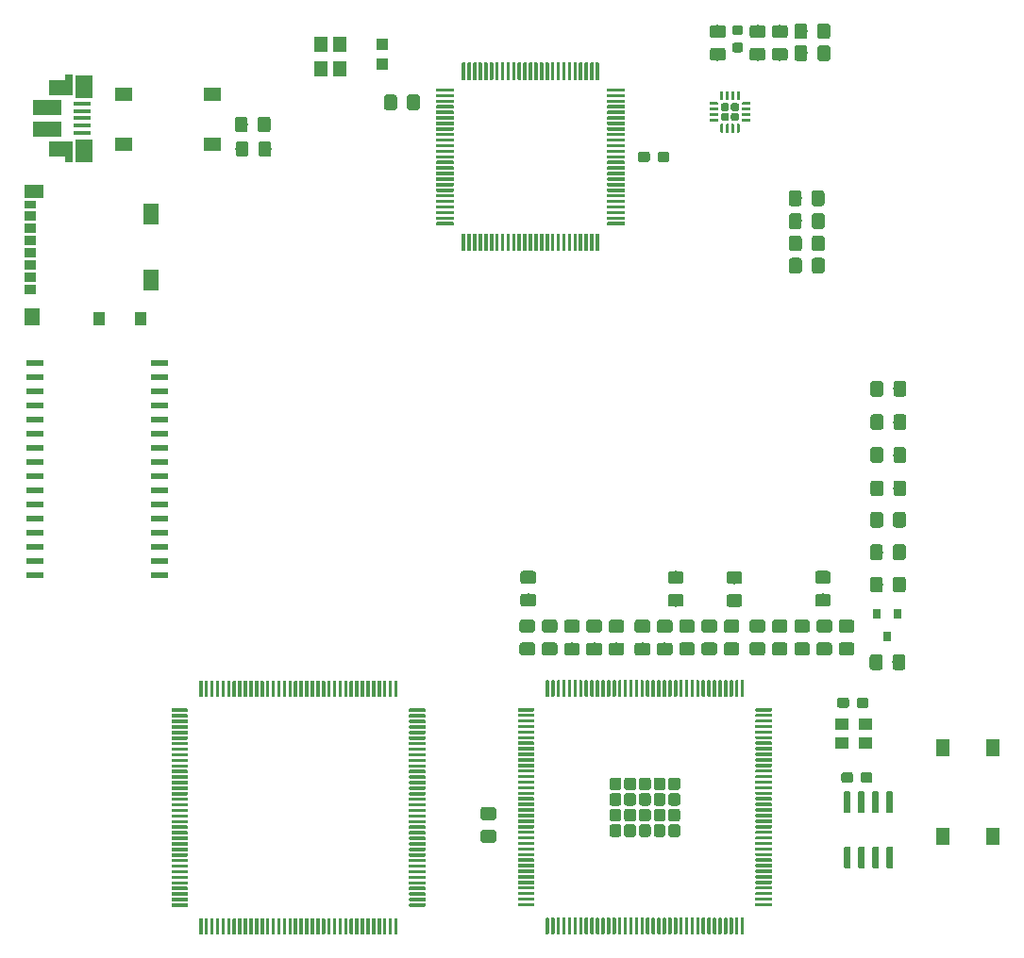
<source format=gbr>
G04 #@! TF.GenerationSoftware,KiCad,Pcbnew,(5.1.2-1)-1*
G04 #@! TF.CreationDate,2020-09-17T21:50:52+01:00*
G04 #@! TF.ProjectId,tranZPUter-SW-700_v1_2,7472616e-5a50-4557-9465-722d53572d37,rev?*
G04 #@! TF.SameCoordinates,Original*
G04 #@! TF.FileFunction,Paste,Top*
G04 #@! TF.FilePolarity,Positive*
%FSLAX46Y46*%
G04 Gerber Fmt 4.6, Leading zero omitted, Abs format (unit mm)*
G04 Created by KiCad (PCBNEW (5.1.2-1)-1) date 2020-09-17 21:50:52*
%MOMM*%
%LPD*%
G04 APERTURE LIST*
%ADD10C,0.100000*%
%ADD11C,1.150000*%
%ADD12R,0.800000X0.900000*%
%ADD13C,0.950000*%
%ADD14R,1.350000X1.550000*%
%ADD15R,1.800000X1.170000*%
%ADD16R,1.350000X1.900000*%
%ADD17R,1.000000X1.200000*%
%ADD18R,1.100000X0.850000*%
%ADD19R,1.100000X0.750000*%
%ADD20C,0.300000*%
%ADD21R,2.500000X1.430000*%
%ADD22R,1.650000X0.400000*%
%ADD23R,1.500000X2.000000*%
%ADD24R,0.700000X1.825000*%
%ADD25R,2.000000X1.350000*%
%ADD26C,0.600000*%
%ADD27R,1.100000X1.050000*%
%ADD28C,0.250000*%
%ADD29C,0.710000*%
%ADD30R,1.200000X1.400000*%
%ADD31R,1.550000X1.300000*%
%ADD32C,0.875000*%
%ADD33R,1.300000X1.550000*%
%ADD34R,1.300000X1.100000*%
%ADD35C,1.070000*%
%ADD36R,1.600000X0.600000*%
G04 APERTURE END LIST*
D10*
G36*
X177554505Y-103211204D02*
G01*
X177578773Y-103214804D01*
X177602572Y-103220765D01*
X177625671Y-103229030D01*
X177647850Y-103239520D01*
X177668893Y-103252132D01*
X177688599Y-103266747D01*
X177706777Y-103283223D01*
X177723253Y-103301401D01*
X177737868Y-103321107D01*
X177750480Y-103342150D01*
X177760970Y-103364329D01*
X177769235Y-103387428D01*
X177775196Y-103411227D01*
X177778796Y-103435495D01*
X177780000Y-103459999D01*
X177780000Y-104360001D01*
X177778796Y-104384505D01*
X177775196Y-104408773D01*
X177769235Y-104432572D01*
X177760970Y-104455671D01*
X177750480Y-104477850D01*
X177737868Y-104498893D01*
X177723253Y-104518599D01*
X177706777Y-104536777D01*
X177688599Y-104553253D01*
X177668893Y-104567868D01*
X177647850Y-104580480D01*
X177625671Y-104590970D01*
X177602572Y-104599235D01*
X177578773Y-104605196D01*
X177554505Y-104608796D01*
X177530001Y-104610000D01*
X176879999Y-104610000D01*
X176855495Y-104608796D01*
X176831227Y-104605196D01*
X176807428Y-104599235D01*
X176784329Y-104590970D01*
X176762150Y-104580480D01*
X176741107Y-104567868D01*
X176721401Y-104553253D01*
X176703223Y-104536777D01*
X176686747Y-104518599D01*
X176672132Y-104498893D01*
X176659520Y-104477850D01*
X176649030Y-104455671D01*
X176640765Y-104432572D01*
X176634804Y-104408773D01*
X176631204Y-104384505D01*
X176630000Y-104360001D01*
X176630000Y-103459999D01*
X176631204Y-103435495D01*
X176634804Y-103411227D01*
X176640765Y-103387428D01*
X176649030Y-103364329D01*
X176659520Y-103342150D01*
X176672132Y-103321107D01*
X176686747Y-103301401D01*
X176703223Y-103283223D01*
X176721401Y-103266747D01*
X176741107Y-103252132D01*
X176762150Y-103239520D01*
X176784329Y-103229030D01*
X176807428Y-103220765D01*
X176831227Y-103214804D01*
X176855495Y-103211204D01*
X176879999Y-103210000D01*
X177530001Y-103210000D01*
X177554505Y-103211204D01*
X177554505Y-103211204D01*
G37*
D11*
X177205000Y-103910000D03*
D10*
G36*
X179604505Y-103211204D02*
G01*
X179628773Y-103214804D01*
X179652572Y-103220765D01*
X179675671Y-103229030D01*
X179697850Y-103239520D01*
X179718893Y-103252132D01*
X179738599Y-103266747D01*
X179756777Y-103283223D01*
X179773253Y-103301401D01*
X179787868Y-103321107D01*
X179800480Y-103342150D01*
X179810970Y-103364329D01*
X179819235Y-103387428D01*
X179825196Y-103411227D01*
X179828796Y-103435495D01*
X179830000Y-103459999D01*
X179830000Y-104360001D01*
X179828796Y-104384505D01*
X179825196Y-104408773D01*
X179819235Y-104432572D01*
X179810970Y-104455671D01*
X179800480Y-104477850D01*
X179787868Y-104498893D01*
X179773253Y-104518599D01*
X179756777Y-104536777D01*
X179738599Y-104553253D01*
X179718893Y-104567868D01*
X179697850Y-104580480D01*
X179675671Y-104590970D01*
X179652572Y-104599235D01*
X179628773Y-104605196D01*
X179604505Y-104608796D01*
X179580001Y-104610000D01*
X178929999Y-104610000D01*
X178905495Y-104608796D01*
X178881227Y-104605196D01*
X178857428Y-104599235D01*
X178834329Y-104590970D01*
X178812150Y-104580480D01*
X178791107Y-104567868D01*
X178771401Y-104553253D01*
X178753223Y-104536777D01*
X178736747Y-104518599D01*
X178722132Y-104498893D01*
X178709520Y-104477850D01*
X178699030Y-104455671D01*
X178690765Y-104432572D01*
X178684804Y-104408773D01*
X178681204Y-104384505D01*
X178680000Y-104360001D01*
X178680000Y-103459999D01*
X178681204Y-103435495D01*
X178684804Y-103411227D01*
X178690765Y-103387428D01*
X178699030Y-103364329D01*
X178709520Y-103342150D01*
X178722132Y-103321107D01*
X178736747Y-103301401D01*
X178753223Y-103283223D01*
X178771401Y-103266747D01*
X178791107Y-103252132D01*
X178812150Y-103239520D01*
X178834329Y-103229030D01*
X178857428Y-103220765D01*
X178881227Y-103214804D01*
X178905495Y-103211204D01*
X178929999Y-103210000D01*
X179580001Y-103210000D01*
X179604505Y-103211204D01*
X179604505Y-103211204D01*
G37*
D11*
X179255000Y-103910000D03*
D10*
G36*
X154384505Y-102151204D02*
G01*
X154408773Y-102154804D01*
X154432572Y-102160765D01*
X154455671Y-102169030D01*
X154477850Y-102179520D01*
X154498893Y-102192132D01*
X154518599Y-102206747D01*
X154536777Y-102223223D01*
X154553253Y-102241401D01*
X154567868Y-102261107D01*
X154580480Y-102282150D01*
X154590970Y-102304329D01*
X154599235Y-102327428D01*
X154605196Y-102351227D01*
X154608796Y-102375495D01*
X154610000Y-102399999D01*
X154610000Y-103050001D01*
X154608796Y-103074505D01*
X154605196Y-103098773D01*
X154599235Y-103122572D01*
X154590970Y-103145671D01*
X154580480Y-103167850D01*
X154567868Y-103188893D01*
X154553253Y-103208599D01*
X154536777Y-103226777D01*
X154518599Y-103243253D01*
X154498893Y-103257868D01*
X154477850Y-103270480D01*
X154455671Y-103280970D01*
X154432572Y-103289235D01*
X154408773Y-103295196D01*
X154384505Y-103298796D01*
X154360001Y-103300000D01*
X153459999Y-103300000D01*
X153435495Y-103298796D01*
X153411227Y-103295196D01*
X153387428Y-103289235D01*
X153364329Y-103280970D01*
X153342150Y-103270480D01*
X153321107Y-103257868D01*
X153301401Y-103243253D01*
X153283223Y-103226777D01*
X153266747Y-103208599D01*
X153252132Y-103188893D01*
X153239520Y-103167850D01*
X153229030Y-103145671D01*
X153220765Y-103122572D01*
X153214804Y-103098773D01*
X153211204Y-103074505D01*
X153210000Y-103050001D01*
X153210000Y-102399999D01*
X153211204Y-102375495D01*
X153214804Y-102351227D01*
X153220765Y-102327428D01*
X153229030Y-102304329D01*
X153239520Y-102282150D01*
X153252132Y-102261107D01*
X153266747Y-102241401D01*
X153283223Y-102223223D01*
X153301401Y-102206747D01*
X153321107Y-102192132D01*
X153342150Y-102179520D01*
X153364329Y-102169030D01*
X153387428Y-102160765D01*
X153411227Y-102154804D01*
X153435495Y-102151204D01*
X153459999Y-102150000D01*
X154360001Y-102150000D01*
X154384505Y-102151204D01*
X154384505Y-102151204D01*
G37*
D11*
X153910000Y-102725000D03*
D10*
G36*
X154384505Y-100101204D02*
G01*
X154408773Y-100104804D01*
X154432572Y-100110765D01*
X154455671Y-100119030D01*
X154477850Y-100129520D01*
X154498893Y-100142132D01*
X154518599Y-100156747D01*
X154536777Y-100173223D01*
X154553253Y-100191401D01*
X154567868Y-100211107D01*
X154580480Y-100232150D01*
X154590970Y-100254329D01*
X154599235Y-100277428D01*
X154605196Y-100301227D01*
X154608796Y-100325495D01*
X154610000Y-100349999D01*
X154610000Y-101000001D01*
X154608796Y-101024505D01*
X154605196Y-101048773D01*
X154599235Y-101072572D01*
X154590970Y-101095671D01*
X154580480Y-101117850D01*
X154567868Y-101138893D01*
X154553253Y-101158599D01*
X154536777Y-101176777D01*
X154518599Y-101193253D01*
X154498893Y-101207868D01*
X154477850Y-101220480D01*
X154455671Y-101230970D01*
X154432572Y-101239235D01*
X154408773Y-101245196D01*
X154384505Y-101248796D01*
X154360001Y-101250000D01*
X153459999Y-101250000D01*
X153435495Y-101248796D01*
X153411227Y-101245196D01*
X153387428Y-101239235D01*
X153364329Y-101230970D01*
X153342150Y-101220480D01*
X153321107Y-101207868D01*
X153301401Y-101193253D01*
X153283223Y-101176777D01*
X153266747Y-101158599D01*
X153252132Y-101138893D01*
X153239520Y-101117850D01*
X153229030Y-101095671D01*
X153220765Y-101072572D01*
X153214804Y-101048773D01*
X153211204Y-101024505D01*
X153210000Y-101000001D01*
X153210000Y-100349999D01*
X153211204Y-100325495D01*
X153214804Y-100301227D01*
X153220765Y-100277428D01*
X153229030Y-100254329D01*
X153239520Y-100232150D01*
X153252132Y-100211107D01*
X153266747Y-100191401D01*
X153283223Y-100173223D01*
X153301401Y-100156747D01*
X153321107Y-100142132D01*
X153342150Y-100129520D01*
X153364329Y-100119030D01*
X153387428Y-100110765D01*
X153411227Y-100104804D01*
X153435495Y-100101204D01*
X153459999Y-100100000D01*
X154360001Y-100100000D01*
X154384505Y-100101204D01*
X154384505Y-100101204D01*
G37*
D11*
X153910000Y-100675000D03*
D10*
G36*
X164714505Y-102141204D02*
G01*
X164738773Y-102144804D01*
X164762572Y-102150765D01*
X164785671Y-102159030D01*
X164807850Y-102169520D01*
X164828893Y-102182132D01*
X164848599Y-102196747D01*
X164866777Y-102213223D01*
X164883253Y-102231401D01*
X164897868Y-102251107D01*
X164910480Y-102272150D01*
X164920970Y-102294329D01*
X164929235Y-102317428D01*
X164935196Y-102341227D01*
X164938796Y-102365495D01*
X164940000Y-102389999D01*
X164940000Y-103040001D01*
X164938796Y-103064505D01*
X164935196Y-103088773D01*
X164929235Y-103112572D01*
X164920970Y-103135671D01*
X164910480Y-103157850D01*
X164897868Y-103178893D01*
X164883253Y-103198599D01*
X164866777Y-103216777D01*
X164848599Y-103233253D01*
X164828893Y-103247868D01*
X164807850Y-103260480D01*
X164785671Y-103270970D01*
X164762572Y-103279235D01*
X164738773Y-103285196D01*
X164714505Y-103288796D01*
X164690001Y-103290000D01*
X163789999Y-103290000D01*
X163765495Y-103288796D01*
X163741227Y-103285196D01*
X163717428Y-103279235D01*
X163694329Y-103270970D01*
X163672150Y-103260480D01*
X163651107Y-103247868D01*
X163631401Y-103233253D01*
X163613223Y-103216777D01*
X163596747Y-103198599D01*
X163582132Y-103178893D01*
X163569520Y-103157850D01*
X163559030Y-103135671D01*
X163550765Y-103112572D01*
X163544804Y-103088773D01*
X163541204Y-103064505D01*
X163540000Y-103040001D01*
X163540000Y-102389999D01*
X163541204Y-102365495D01*
X163544804Y-102341227D01*
X163550765Y-102317428D01*
X163559030Y-102294329D01*
X163569520Y-102272150D01*
X163582132Y-102251107D01*
X163596747Y-102231401D01*
X163613223Y-102213223D01*
X163631401Y-102196747D01*
X163651107Y-102182132D01*
X163672150Y-102169520D01*
X163694329Y-102159030D01*
X163717428Y-102150765D01*
X163741227Y-102144804D01*
X163765495Y-102141204D01*
X163789999Y-102140000D01*
X164690001Y-102140000D01*
X164714505Y-102141204D01*
X164714505Y-102141204D01*
G37*
D11*
X164240000Y-102715000D03*
D10*
G36*
X164714505Y-100091204D02*
G01*
X164738773Y-100094804D01*
X164762572Y-100100765D01*
X164785671Y-100109030D01*
X164807850Y-100119520D01*
X164828893Y-100132132D01*
X164848599Y-100146747D01*
X164866777Y-100163223D01*
X164883253Y-100181401D01*
X164897868Y-100201107D01*
X164910480Y-100222150D01*
X164920970Y-100244329D01*
X164929235Y-100267428D01*
X164935196Y-100291227D01*
X164938796Y-100315495D01*
X164940000Y-100339999D01*
X164940000Y-100990001D01*
X164938796Y-101014505D01*
X164935196Y-101038773D01*
X164929235Y-101062572D01*
X164920970Y-101085671D01*
X164910480Y-101107850D01*
X164897868Y-101128893D01*
X164883253Y-101148599D01*
X164866777Y-101166777D01*
X164848599Y-101183253D01*
X164828893Y-101197868D01*
X164807850Y-101210480D01*
X164785671Y-101220970D01*
X164762572Y-101229235D01*
X164738773Y-101235196D01*
X164714505Y-101238796D01*
X164690001Y-101240000D01*
X163789999Y-101240000D01*
X163765495Y-101238796D01*
X163741227Y-101235196D01*
X163717428Y-101229235D01*
X163694329Y-101220970D01*
X163672150Y-101210480D01*
X163651107Y-101197868D01*
X163631401Y-101183253D01*
X163613223Y-101166777D01*
X163596747Y-101148599D01*
X163582132Y-101128893D01*
X163569520Y-101107850D01*
X163559030Y-101085671D01*
X163550765Y-101062572D01*
X163544804Y-101038773D01*
X163541204Y-101014505D01*
X163540000Y-100990001D01*
X163540000Y-100339999D01*
X163541204Y-100315495D01*
X163544804Y-100291227D01*
X163550765Y-100267428D01*
X163559030Y-100244329D01*
X163569520Y-100222150D01*
X163582132Y-100201107D01*
X163596747Y-100181401D01*
X163613223Y-100163223D01*
X163631401Y-100146747D01*
X163651107Y-100132132D01*
X163672150Y-100119520D01*
X163694329Y-100109030D01*
X163717428Y-100100765D01*
X163741227Y-100094804D01*
X163765495Y-100091204D01*
X163789999Y-100090000D01*
X164690001Y-100090000D01*
X164714505Y-100091204D01*
X164714505Y-100091204D01*
G37*
D11*
X164240000Y-100665000D03*
D10*
G36*
X175024505Y-102141204D02*
G01*
X175048773Y-102144804D01*
X175072572Y-102150765D01*
X175095671Y-102159030D01*
X175117850Y-102169520D01*
X175138893Y-102182132D01*
X175158599Y-102196747D01*
X175176777Y-102213223D01*
X175193253Y-102231401D01*
X175207868Y-102251107D01*
X175220480Y-102272150D01*
X175230970Y-102294329D01*
X175239235Y-102317428D01*
X175245196Y-102341227D01*
X175248796Y-102365495D01*
X175250000Y-102389999D01*
X175250000Y-103040001D01*
X175248796Y-103064505D01*
X175245196Y-103088773D01*
X175239235Y-103112572D01*
X175230970Y-103135671D01*
X175220480Y-103157850D01*
X175207868Y-103178893D01*
X175193253Y-103198599D01*
X175176777Y-103216777D01*
X175158599Y-103233253D01*
X175138893Y-103247868D01*
X175117850Y-103260480D01*
X175095671Y-103270970D01*
X175072572Y-103279235D01*
X175048773Y-103285196D01*
X175024505Y-103288796D01*
X175000001Y-103290000D01*
X174099999Y-103290000D01*
X174075495Y-103288796D01*
X174051227Y-103285196D01*
X174027428Y-103279235D01*
X174004329Y-103270970D01*
X173982150Y-103260480D01*
X173961107Y-103247868D01*
X173941401Y-103233253D01*
X173923223Y-103216777D01*
X173906747Y-103198599D01*
X173892132Y-103178893D01*
X173879520Y-103157850D01*
X173869030Y-103135671D01*
X173860765Y-103112572D01*
X173854804Y-103088773D01*
X173851204Y-103064505D01*
X173850000Y-103040001D01*
X173850000Y-102389999D01*
X173851204Y-102365495D01*
X173854804Y-102341227D01*
X173860765Y-102317428D01*
X173869030Y-102294329D01*
X173879520Y-102272150D01*
X173892132Y-102251107D01*
X173906747Y-102231401D01*
X173923223Y-102213223D01*
X173941401Y-102196747D01*
X173961107Y-102182132D01*
X173982150Y-102169520D01*
X174004329Y-102159030D01*
X174027428Y-102150765D01*
X174051227Y-102144804D01*
X174075495Y-102141204D01*
X174099999Y-102140000D01*
X175000001Y-102140000D01*
X175024505Y-102141204D01*
X175024505Y-102141204D01*
G37*
D11*
X174550000Y-102715000D03*
D10*
G36*
X175024505Y-100091204D02*
G01*
X175048773Y-100094804D01*
X175072572Y-100100765D01*
X175095671Y-100109030D01*
X175117850Y-100119520D01*
X175138893Y-100132132D01*
X175158599Y-100146747D01*
X175176777Y-100163223D01*
X175193253Y-100181401D01*
X175207868Y-100201107D01*
X175220480Y-100222150D01*
X175230970Y-100244329D01*
X175239235Y-100267428D01*
X175245196Y-100291227D01*
X175248796Y-100315495D01*
X175250000Y-100339999D01*
X175250000Y-100990001D01*
X175248796Y-101014505D01*
X175245196Y-101038773D01*
X175239235Y-101062572D01*
X175230970Y-101085671D01*
X175220480Y-101107850D01*
X175207868Y-101128893D01*
X175193253Y-101148599D01*
X175176777Y-101166777D01*
X175158599Y-101183253D01*
X175138893Y-101197868D01*
X175117850Y-101210480D01*
X175095671Y-101220970D01*
X175072572Y-101229235D01*
X175048773Y-101235196D01*
X175024505Y-101238796D01*
X175000001Y-101240000D01*
X174099999Y-101240000D01*
X174075495Y-101238796D01*
X174051227Y-101235196D01*
X174027428Y-101229235D01*
X174004329Y-101220970D01*
X173982150Y-101210480D01*
X173961107Y-101197868D01*
X173941401Y-101183253D01*
X173923223Y-101166777D01*
X173906747Y-101148599D01*
X173892132Y-101128893D01*
X173879520Y-101107850D01*
X173869030Y-101085671D01*
X173860765Y-101062572D01*
X173854804Y-101038773D01*
X173851204Y-101014505D01*
X173850000Y-100990001D01*
X173850000Y-100339999D01*
X173851204Y-100315495D01*
X173854804Y-100291227D01*
X173860765Y-100267428D01*
X173869030Y-100244329D01*
X173879520Y-100222150D01*
X173892132Y-100201107D01*
X173906747Y-100181401D01*
X173923223Y-100163223D01*
X173941401Y-100146747D01*
X173961107Y-100132132D01*
X173982150Y-100119520D01*
X174004329Y-100109030D01*
X174027428Y-100100765D01*
X174051227Y-100094804D01*
X174075495Y-100091204D01*
X174099999Y-100090000D01*
X175000001Y-100090000D01*
X175024505Y-100091204D01*
X175024505Y-100091204D01*
G37*
D11*
X174550000Y-100665000D03*
D10*
G36*
X179684505Y-81641204D02*
G01*
X179708773Y-81644804D01*
X179732572Y-81650765D01*
X179755671Y-81659030D01*
X179777850Y-81669520D01*
X179798893Y-81682132D01*
X179818599Y-81696747D01*
X179836777Y-81713223D01*
X179853253Y-81731401D01*
X179867868Y-81751107D01*
X179880480Y-81772150D01*
X179890970Y-81794329D01*
X179899235Y-81817428D01*
X179905196Y-81841227D01*
X179908796Y-81865495D01*
X179910000Y-81889999D01*
X179910000Y-82790001D01*
X179908796Y-82814505D01*
X179905196Y-82838773D01*
X179899235Y-82862572D01*
X179890970Y-82885671D01*
X179880480Y-82907850D01*
X179867868Y-82928893D01*
X179853253Y-82948599D01*
X179836777Y-82966777D01*
X179818599Y-82983253D01*
X179798893Y-82997868D01*
X179777850Y-83010480D01*
X179755671Y-83020970D01*
X179732572Y-83029235D01*
X179708773Y-83035196D01*
X179684505Y-83038796D01*
X179660001Y-83040000D01*
X179009999Y-83040000D01*
X178985495Y-83038796D01*
X178961227Y-83035196D01*
X178937428Y-83029235D01*
X178914329Y-83020970D01*
X178892150Y-83010480D01*
X178871107Y-82997868D01*
X178851401Y-82983253D01*
X178833223Y-82966777D01*
X178816747Y-82948599D01*
X178802132Y-82928893D01*
X178789520Y-82907850D01*
X178779030Y-82885671D01*
X178770765Y-82862572D01*
X178764804Y-82838773D01*
X178761204Y-82814505D01*
X178760000Y-82790001D01*
X178760000Y-81889999D01*
X178761204Y-81865495D01*
X178764804Y-81841227D01*
X178770765Y-81817428D01*
X178779030Y-81794329D01*
X178789520Y-81772150D01*
X178802132Y-81751107D01*
X178816747Y-81731401D01*
X178833223Y-81713223D01*
X178851401Y-81696747D01*
X178871107Y-81682132D01*
X178892150Y-81669520D01*
X178914329Y-81659030D01*
X178937428Y-81650765D01*
X178961227Y-81644804D01*
X178985495Y-81641204D01*
X179009999Y-81640000D01*
X179660001Y-81640000D01*
X179684505Y-81641204D01*
X179684505Y-81641204D01*
G37*
D11*
X179335000Y-82340000D03*
D10*
G36*
X177634505Y-81641204D02*
G01*
X177658773Y-81644804D01*
X177682572Y-81650765D01*
X177705671Y-81659030D01*
X177727850Y-81669520D01*
X177748893Y-81682132D01*
X177768599Y-81696747D01*
X177786777Y-81713223D01*
X177803253Y-81731401D01*
X177817868Y-81751107D01*
X177830480Y-81772150D01*
X177840970Y-81794329D01*
X177849235Y-81817428D01*
X177855196Y-81841227D01*
X177858796Y-81865495D01*
X177860000Y-81889999D01*
X177860000Y-82790001D01*
X177858796Y-82814505D01*
X177855196Y-82838773D01*
X177849235Y-82862572D01*
X177840970Y-82885671D01*
X177830480Y-82907850D01*
X177817868Y-82928893D01*
X177803253Y-82948599D01*
X177786777Y-82966777D01*
X177768599Y-82983253D01*
X177748893Y-82997868D01*
X177727850Y-83010480D01*
X177705671Y-83020970D01*
X177682572Y-83029235D01*
X177658773Y-83035196D01*
X177634505Y-83038796D01*
X177610001Y-83040000D01*
X176959999Y-83040000D01*
X176935495Y-83038796D01*
X176911227Y-83035196D01*
X176887428Y-83029235D01*
X176864329Y-83020970D01*
X176842150Y-83010480D01*
X176821107Y-82997868D01*
X176801401Y-82983253D01*
X176783223Y-82966777D01*
X176766747Y-82948599D01*
X176752132Y-82928893D01*
X176739520Y-82907850D01*
X176729030Y-82885671D01*
X176720765Y-82862572D01*
X176714804Y-82838773D01*
X176711204Y-82814505D01*
X176710000Y-82790001D01*
X176710000Y-81889999D01*
X176711204Y-81865495D01*
X176714804Y-81841227D01*
X176720765Y-81817428D01*
X176729030Y-81794329D01*
X176739520Y-81772150D01*
X176752132Y-81751107D01*
X176766747Y-81731401D01*
X176783223Y-81713223D01*
X176801401Y-81696747D01*
X176821107Y-81682132D01*
X176842150Y-81669520D01*
X176864329Y-81659030D01*
X176887428Y-81650765D01*
X176911227Y-81644804D01*
X176935495Y-81641204D01*
X176959999Y-81640000D01*
X177610001Y-81640000D01*
X177634505Y-81641204D01*
X177634505Y-81641204D01*
G37*
D11*
X177285000Y-82340000D03*
D10*
G36*
X179634505Y-96241204D02*
G01*
X179658773Y-96244804D01*
X179682572Y-96250765D01*
X179705671Y-96259030D01*
X179727850Y-96269520D01*
X179748893Y-96282132D01*
X179768599Y-96296747D01*
X179786777Y-96313223D01*
X179803253Y-96331401D01*
X179817868Y-96351107D01*
X179830480Y-96372150D01*
X179840970Y-96394329D01*
X179849235Y-96417428D01*
X179855196Y-96441227D01*
X179858796Y-96465495D01*
X179860000Y-96489999D01*
X179860000Y-97390001D01*
X179858796Y-97414505D01*
X179855196Y-97438773D01*
X179849235Y-97462572D01*
X179840970Y-97485671D01*
X179830480Y-97507850D01*
X179817868Y-97528893D01*
X179803253Y-97548599D01*
X179786777Y-97566777D01*
X179768599Y-97583253D01*
X179748893Y-97597868D01*
X179727850Y-97610480D01*
X179705671Y-97620970D01*
X179682572Y-97629235D01*
X179658773Y-97635196D01*
X179634505Y-97638796D01*
X179610001Y-97640000D01*
X178959999Y-97640000D01*
X178935495Y-97638796D01*
X178911227Y-97635196D01*
X178887428Y-97629235D01*
X178864329Y-97620970D01*
X178842150Y-97610480D01*
X178821107Y-97597868D01*
X178801401Y-97583253D01*
X178783223Y-97566777D01*
X178766747Y-97548599D01*
X178752132Y-97528893D01*
X178739520Y-97507850D01*
X178729030Y-97485671D01*
X178720765Y-97462572D01*
X178714804Y-97438773D01*
X178711204Y-97414505D01*
X178710000Y-97390001D01*
X178710000Y-96489999D01*
X178711204Y-96465495D01*
X178714804Y-96441227D01*
X178720765Y-96417428D01*
X178729030Y-96394329D01*
X178739520Y-96372150D01*
X178752132Y-96351107D01*
X178766747Y-96331401D01*
X178783223Y-96313223D01*
X178801401Y-96296747D01*
X178821107Y-96282132D01*
X178842150Y-96269520D01*
X178864329Y-96259030D01*
X178887428Y-96250765D01*
X178911227Y-96244804D01*
X178935495Y-96241204D01*
X178959999Y-96240000D01*
X179610001Y-96240000D01*
X179634505Y-96241204D01*
X179634505Y-96241204D01*
G37*
D11*
X179285000Y-96940000D03*
D10*
G36*
X177584505Y-96241204D02*
G01*
X177608773Y-96244804D01*
X177632572Y-96250765D01*
X177655671Y-96259030D01*
X177677850Y-96269520D01*
X177698893Y-96282132D01*
X177718599Y-96296747D01*
X177736777Y-96313223D01*
X177753253Y-96331401D01*
X177767868Y-96351107D01*
X177780480Y-96372150D01*
X177790970Y-96394329D01*
X177799235Y-96417428D01*
X177805196Y-96441227D01*
X177808796Y-96465495D01*
X177810000Y-96489999D01*
X177810000Y-97390001D01*
X177808796Y-97414505D01*
X177805196Y-97438773D01*
X177799235Y-97462572D01*
X177790970Y-97485671D01*
X177780480Y-97507850D01*
X177767868Y-97528893D01*
X177753253Y-97548599D01*
X177736777Y-97566777D01*
X177718599Y-97583253D01*
X177698893Y-97597868D01*
X177677850Y-97610480D01*
X177655671Y-97620970D01*
X177632572Y-97629235D01*
X177608773Y-97635196D01*
X177584505Y-97638796D01*
X177560001Y-97640000D01*
X176909999Y-97640000D01*
X176885495Y-97638796D01*
X176861227Y-97635196D01*
X176837428Y-97629235D01*
X176814329Y-97620970D01*
X176792150Y-97610480D01*
X176771107Y-97597868D01*
X176751401Y-97583253D01*
X176733223Y-97566777D01*
X176716747Y-97548599D01*
X176702132Y-97528893D01*
X176689520Y-97507850D01*
X176679030Y-97485671D01*
X176670765Y-97462572D01*
X176664804Y-97438773D01*
X176661204Y-97414505D01*
X176660000Y-97390001D01*
X176660000Y-96489999D01*
X176661204Y-96465495D01*
X176664804Y-96441227D01*
X176670765Y-96417428D01*
X176679030Y-96394329D01*
X176689520Y-96372150D01*
X176702132Y-96351107D01*
X176716747Y-96331401D01*
X176733223Y-96313223D01*
X176751401Y-96296747D01*
X176771107Y-96282132D01*
X176792150Y-96269520D01*
X176814329Y-96259030D01*
X176837428Y-96250765D01*
X176861227Y-96244804D01*
X176885495Y-96241204D01*
X176909999Y-96240000D01*
X177560001Y-96240000D01*
X177584505Y-96241204D01*
X177584505Y-96241204D01*
G37*
D11*
X177235000Y-96940000D03*
D10*
G36*
X177604505Y-90421204D02*
G01*
X177628773Y-90424804D01*
X177652572Y-90430765D01*
X177675671Y-90439030D01*
X177697850Y-90449520D01*
X177718893Y-90462132D01*
X177738599Y-90476747D01*
X177756777Y-90493223D01*
X177773253Y-90511401D01*
X177787868Y-90531107D01*
X177800480Y-90552150D01*
X177810970Y-90574329D01*
X177819235Y-90597428D01*
X177825196Y-90621227D01*
X177828796Y-90645495D01*
X177830000Y-90669999D01*
X177830000Y-91570001D01*
X177828796Y-91594505D01*
X177825196Y-91618773D01*
X177819235Y-91642572D01*
X177810970Y-91665671D01*
X177800480Y-91687850D01*
X177787868Y-91708893D01*
X177773253Y-91728599D01*
X177756777Y-91746777D01*
X177738599Y-91763253D01*
X177718893Y-91777868D01*
X177697850Y-91790480D01*
X177675671Y-91800970D01*
X177652572Y-91809235D01*
X177628773Y-91815196D01*
X177604505Y-91818796D01*
X177580001Y-91820000D01*
X176929999Y-91820000D01*
X176905495Y-91818796D01*
X176881227Y-91815196D01*
X176857428Y-91809235D01*
X176834329Y-91800970D01*
X176812150Y-91790480D01*
X176791107Y-91777868D01*
X176771401Y-91763253D01*
X176753223Y-91746777D01*
X176736747Y-91728599D01*
X176722132Y-91708893D01*
X176709520Y-91687850D01*
X176699030Y-91665671D01*
X176690765Y-91642572D01*
X176684804Y-91618773D01*
X176681204Y-91594505D01*
X176680000Y-91570001D01*
X176680000Y-90669999D01*
X176681204Y-90645495D01*
X176684804Y-90621227D01*
X176690765Y-90597428D01*
X176699030Y-90574329D01*
X176709520Y-90552150D01*
X176722132Y-90531107D01*
X176736747Y-90511401D01*
X176753223Y-90493223D01*
X176771401Y-90476747D01*
X176791107Y-90462132D01*
X176812150Y-90449520D01*
X176834329Y-90439030D01*
X176857428Y-90430765D01*
X176881227Y-90424804D01*
X176905495Y-90421204D01*
X176929999Y-90420000D01*
X177580001Y-90420000D01*
X177604505Y-90421204D01*
X177604505Y-90421204D01*
G37*
D11*
X177255000Y-91120000D03*
D10*
G36*
X179654505Y-90421204D02*
G01*
X179678773Y-90424804D01*
X179702572Y-90430765D01*
X179725671Y-90439030D01*
X179747850Y-90449520D01*
X179768893Y-90462132D01*
X179788599Y-90476747D01*
X179806777Y-90493223D01*
X179823253Y-90511401D01*
X179837868Y-90531107D01*
X179850480Y-90552150D01*
X179860970Y-90574329D01*
X179869235Y-90597428D01*
X179875196Y-90621227D01*
X179878796Y-90645495D01*
X179880000Y-90669999D01*
X179880000Y-91570001D01*
X179878796Y-91594505D01*
X179875196Y-91618773D01*
X179869235Y-91642572D01*
X179860970Y-91665671D01*
X179850480Y-91687850D01*
X179837868Y-91708893D01*
X179823253Y-91728599D01*
X179806777Y-91746777D01*
X179788599Y-91763253D01*
X179768893Y-91777868D01*
X179747850Y-91790480D01*
X179725671Y-91800970D01*
X179702572Y-91809235D01*
X179678773Y-91815196D01*
X179654505Y-91818796D01*
X179630001Y-91820000D01*
X178979999Y-91820000D01*
X178955495Y-91818796D01*
X178931227Y-91815196D01*
X178907428Y-91809235D01*
X178884329Y-91800970D01*
X178862150Y-91790480D01*
X178841107Y-91777868D01*
X178821401Y-91763253D01*
X178803223Y-91746777D01*
X178786747Y-91728599D01*
X178772132Y-91708893D01*
X178759520Y-91687850D01*
X178749030Y-91665671D01*
X178740765Y-91642572D01*
X178734804Y-91618773D01*
X178731204Y-91594505D01*
X178730000Y-91570001D01*
X178730000Y-90669999D01*
X178731204Y-90645495D01*
X178734804Y-90621227D01*
X178740765Y-90597428D01*
X178749030Y-90574329D01*
X178759520Y-90552150D01*
X178772132Y-90531107D01*
X178786747Y-90511401D01*
X178803223Y-90493223D01*
X178821401Y-90476747D01*
X178841107Y-90462132D01*
X178862150Y-90449520D01*
X178884329Y-90439030D01*
X178907428Y-90430765D01*
X178931227Y-90424804D01*
X178955495Y-90421204D01*
X178979999Y-90420000D01*
X179630001Y-90420000D01*
X179654505Y-90421204D01*
X179654505Y-90421204D01*
G37*
D11*
X179305000Y-91120000D03*
D10*
G36*
X179634505Y-93331204D02*
G01*
X179658773Y-93334804D01*
X179682572Y-93340765D01*
X179705671Y-93349030D01*
X179727850Y-93359520D01*
X179748893Y-93372132D01*
X179768599Y-93386747D01*
X179786777Y-93403223D01*
X179803253Y-93421401D01*
X179817868Y-93441107D01*
X179830480Y-93462150D01*
X179840970Y-93484329D01*
X179849235Y-93507428D01*
X179855196Y-93531227D01*
X179858796Y-93555495D01*
X179860000Y-93579999D01*
X179860000Y-94480001D01*
X179858796Y-94504505D01*
X179855196Y-94528773D01*
X179849235Y-94552572D01*
X179840970Y-94575671D01*
X179830480Y-94597850D01*
X179817868Y-94618893D01*
X179803253Y-94638599D01*
X179786777Y-94656777D01*
X179768599Y-94673253D01*
X179748893Y-94687868D01*
X179727850Y-94700480D01*
X179705671Y-94710970D01*
X179682572Y-94719235D01*
X179658773Y-94725196D01*
X179634505Y-94728796D01*
X179610001Y-94730000D01*
X178959999Y-94730000D01*
X178935495Y-94728796D01*
X178911227Y-94725196D01*
X178887428Y-94719235D01*
X178864329Y-94710970D01*
X178842150Y-94700480D01*
X178821107Y-94687868D01*
X178801401Y-94673253D01*
X178783223Y-94656777D01*
X178766747Y-94638599D01*
X178752132Y-94618893D01*
X178739520Y-94597850D01*
X178729030Y-94575671D01*
X178720765Y-94552572D01*
X178714804Y-94528773D01*
X178711204Y-94504505D01*
X178710000Y-94480001D01*
X178710000Y-93579999D01*
X178711204Y-93555495D01*
X178714804Y-93531227D01*
X178720765Y-93507428D01*
X178729030Y-93484329D01*
X178739520Y-93462150D01*
X178752132Y-93441107D01*
X178766747Y-93421401D01*
X178783223Y-93403223D01*
X178801401Y-93386747D01*
X178821107Y-93372132D01*
X178842150Y-93359520D01*
X178864329Y-93349030D01*
X178887428Y-93340765D01*
X178911227Y-93334804D01*
X178935495Y-93331204D01*
X178959999Y-93330000D01*
X179610001Y-93330000D01*
X179634505Y-93331204D01*
X179634505Y-93331204D01*
G37*
D11*
X179285000Y-94030000D03*
D10*
G36*
X177584505Y-93331204D02*
G01*
X177608773Y-93334804D01*
X177632572Y-93340765D01*
X177655671Y-93349030D01*
X177677850Y-93359520D01*
X177698893Y-93372132D01*
X177718599Y-93386747D01*
X177736777Y-93403223D01*
X177753253Y-93421401D01*
X177767868Y-93441107D01*
X177780480Y-93462150D01*
X177790970Y-93484329D01*
X177799235Y-93507428D01*
X177805196Y-93531227D01*
X177808796Y-93555495D01*
X177810000Y-93579999D01*
X177810000Y-94480001D01*
X177808796Y-94504505D01*
X177805196Y-94528773D01*
X177799235Y-94552572D01*
X177790970Y-94575671D01*
X177780480Y-94597850D01*
X177767868Y-94618893D01*
X177753253Y-94638599D01*
X177736777Y-94656777D01*
X177718599Y-94673253D01*
X177698893Y-94687868D01*
X177677850Y-94700480D01*
X177655671Y-94710970D01*
X177632572Y-94719235D01*
X177608773Y-94725196D01*
X177584505Y-94728796D01*
X177560001Y-94730000D01*
X176909999Y-94730000D01*
X176885495Y-94728796D01*
X176861227Y-94725196D01*
X176837428Y-94719235D01*
X176814329Y-94710970D01*
X176792150Y-94700480D01*
X176771107Y-94687868D01*
X176751401Y-94673253D01*
X176733223Y-94656777D01*
X176716747Y-94638599D01*
X176702132Y-94618893D01*
X176689520Y-94597850D01*
X176679030Y-94575671D01*
X176670765Y-94552572D01*
X176664804Y-94528773D01*
X176661204Y-94504505D01*
X176660000Y-94480001D01*
X176660000Y-93579999D01*
X176661204Y-93555495D01*
X176664804Y-93531227D01*
X176670765Y-93507428D01*
X176679030Y-93484329D01*
X176689520Y-93462150D01*
X176702132Y-93441107D01*
X176716747Y-93421401D01*
X176733223Y-93403223D01*
X176751401Y-93386747D01*
X176771107Y-93372132D01*
X176792150Y-93359520D01*
X176814329Y-93349030D01*
X176837428Y-93340765D01*
X176861227Y-93334804D01*
X176885495Y-93331204D01*
X176909999Y-93330000D01*
X177560001Y-93330000D01*
X177584505Y-93331204D01*
X177584505Y-93331204D01*
G37*
D11*
X177235000Y-94030000D03*
D10*
G36*
X159714505Y-97781204D02*
G01*
X159738773Y-97784804D01*
X159762572Y-97790765D01*
X159785671Y-97799030D01*
X159807850Y-97809520D01*
X159828893Y-97822132D01*
X159848599Y-97836747D01*
X159866777Y-97853223D01*
X159883253Y-97871401D01*
X159897868Y-97891107D01*
X159910480Y-97912150D01*
X159920970Y-97934329D01*
X159929235Y-97957428D01*
X159935196Y-97981227D01*
X159938796Y-98005495D01*
X159940000Y-98029999D01*
X159940000Y-98680001D01*
X159938796Y-98704505D01*
X159935196Y-98728773D01*
X159929235Y-98752572D01*
X159920970Y-98775671D01*
X159910480Y-98797850D01*
X159897868Y-98818893D01*
X159883253Y-98838599D01*
X159866777Y-98856777D01*
X159848599Y-98873253D01*
X159828893Y-98887868D01*
X159807850Y-98900480D01*
X159785671Y-98910970D01*
X159762572Y-98919235D01*
X159738773Y-98925196D01*
X159714505Y-98928796D01*
X159690001Y-98930000D01*
X158789999Y-98930000D01*
X158765495Y-98928796D01*
X158741227Y-98925196D01*
X158717428Y-98919235D01*
X158694329Y-98910970D01*
X158672150Y-98900480D01*
X158651107Y-98887868D01*
X158631401Y-98873253D01*
X158613223Y-98856777D01*
X158596747Y-98838599D01*
X158582132Y-98818893D01*
X158569520Y-98797850D01*
X158559030Y-98775671D01*
X158550765Y-98752572D01*
X158544804Y-98728773D01*
X158541204Y-98704505D01*
X158540000Y-98680001D01*
X158540000Y-98029999D01*
X158541204Y-98005495D01*
X158544804Y-97981227D01*
X158550765Y-97957428D01*
X158559030Y-97934329D01*
X158569520Y-97912150D01*
X158582132Y-97891107D01*
X158596747Y-97871401D01*
X158613223Y-97853223D01*
X158631401Y-97836747D01*
X158651107Y-97822132D01*
X158672150Y-97809520D01*
X158694329Y-97799030D01*
X158717428Y-97790765D01*
X158741227Y-97784804D01*
X158765495Y-97781204D01*
X158789999Y-97780000D01*
X159690001Y-97780000D01*
X159714505Y-97781204D01*
X159714505Y-97781204D01*
G37*
D11*
X159240000Y-98355000D03*
D10*
G36*
X159714505Y-95731204D02*
G01*
X159738773Y-95734804D01*
X159762572Y-95740765D01*
X159785671Y-95749030D01*
X159807850Y-95759520D01*
X159828893Y-95772132D01*
X159848599Y-95786747D01*
X159866777Y-95803223D01*
X159883253Y-95821401D01*
X159897868Y-95841107D01*
X159910480Y-95862150D01*
X159920970Y-95884329D01*
X159929235Y-95907428D01*
X159935196Y-95931227D01*
X159938796Y-95955495D01*
X159940000Y-95979999D01*
X159940000Y-96630001D01*
X159938796Y-96654505D01*
X159935196Y-96678773D01*
X159929235Y-96702572D01*
X159920970Y-96725671D01*
X159910480Y-96747850D01*
X159897868Y-96768893D01*
X159883253Y-96788599D01*
X159866777Y-96806777D01*
X159848599Y-96823253D01*
X159828893Y-96837868D01*
X159807850Y-96850480D01*
X159785671Y-96860970D01*
X159762572Y-96869235D01*
X159738773Y-96875196D01*
X159714505Y-96878796D01*
X159690001Y-96880000D01*
X158789999Y-96880000D01*
X158765495Y-96878796D01*
X158741227Y-96875196D01*
X158717428Y-96869235D01*
X158694329Y-96860970D01*
X158672150Y-96850480D01*
X158651107Y-96837868D01*
X158631401Y-96823253D01*
X158613223Y-96806777D01*
X158596747Y-96788599D01*
X158582132Y-96768893D01*
X158569520Y-96747850D01*
X158559030Y-96725671D01*
X158550765Y-96702572D01*
X158544804Y-96678773D01*
X158541204Y-96654505D01*
X158540000Y-96630001D01*
X158540000Y-95979999D01*
X158541204Y-95955495D01*
X158544804Y-95931227D01*
X158550765Y-95907428D01*
X158559030Y-95884329D01*
X158569520Y-95862150D01*
X158582132Y-95841107D01*
X158596747Y-95821401D01*
X158613223Y-95803223D01*
X158631401Y-95786747D01*
X158651107Y-95772132D01*
X158672150Y-95759520D01*
X158694329Y-95749030D01*
X158717428Y-95740765D01*
X158741227Y-95734804D01*
X158765495Y-95731204D01*
X158789999Y-95730000D01*
X159690001Y-95730000D01*
X159714505Y-95731204D01*
X159714505Y-95731204D01*
G37*
D11*
X159240000Y-96305000D03*
D10*
G36*
X172904505Y-97761204D02*
G01*
X172928773Y-97764804D01*
X172952572Y-97770765D01*
X172975671Y-97779030D01*
X172997850Y-97789520D01*
X173018893Y-97802132D01*
X173038599Y-97816747D01*
X173056777Y-97833223D01*
X173073253Y-97851401D01*
X173087868Y-97871107D01*
X173100480Y-97892150D01*
X173110970Y-97914329D01*
X173119235Y-97937428D01*
X173125196Y-97961227D01*
X173128796Y-97985495D01*
X173130000Y-98009999D01*
X173130000Y-98660001D01*
X173128796Y-98684505D01*
X173125196Y-98708773D01*
X173119235Y-98732572D01*
X173110970Y-98755671D01*
X173100480Y-98777850D01*
X173087868Y-98798893D01*
X173073253Y-98818599D01*
X173056777Y-98836777D01*
X173038599Y-98853253D01*
X173018893Y-98867868D01*
X172997850Y-98880480D01*
X172975671Y-98890970D01*
X172952572Y-98899235D01*
X172928773Y-98905196D01*
X172904505Y-98908796D01*
X172880001Y-98910000D01*
X171979999Y-98910000D01*
X171955495Y-98908796D01*
X171931227Y-98905196D01*
X171907428Y-98899235D01*
X171884329Y-98890970D01*
X171862150Y-98880480D01*
X171841107Y-98867868D01*
X171821401Y-98853253D01*
X171803223Y-98836777D01*
X171786747Y-98818599D01*
X171772132Y-98798893D01*
X171759520Y-98777850D01*
X171749030Y-98755671D01*
X171740765Y-98732572D01*
X171734804Y-98708773D01*
X171731204Y-98684505D01*
X171730000Y-98660001D01*
X171730000Y-98009999D01*
X171731204Y-97985495D01*
X171734804Y-97961227D01*
X171740765Y-97937428D01*
X171749030Y-97914329D01*
X171759520Y-97892150D01*
X171772132Y-97871107D01*
X171786747Y-97851401D01*
X171803223Y-97833223D01*
X171821401Y-97816747D01*
X171841107Y-97802132D01*
X171862150Y-97789520D01*
X171884329Y-97779030D01*
X171907428Y-97770765D01*
X171931227Y-97764804D01*
X171955495Y-97761204D01*
X171979999Y-97760000D01*
X172880001Y-97760000D01*
X172904505Y-97761204D01*
X172904505Y-97761204D01*
G37*
D11*
X172430000Y-98335000D03*
D10*
G36*
X172904505Y-95711204D02*
G01*
X172928773Y-95714804D01*
X172952572Y-95720765D01*
X172975671Y-95729030D01*
X172997850Y-95739520D01*
X173018893Y-95752132D01*
X173038599Y-95766747D01*
X173056777Y-95783223D01*
X173073253Y-95801401D01*
X173087868Y-95821107D01*
X173100480Y-95842150D01*
X173110970Y-95864329D01*
X173119235Y-95887428D01*
X173125196Y-95911227D01*
X173128796Y-95935495D01*
X173130000Y-95959999D01*
X173130000Y-96610001D01*
X173128796Y-96634505D01*
X173125196Y-96658773D01*
X173119235Y-96682572D01*
X173110970Y-96705671D01*
X173100480Y-96727850D01*
X173087868Y-96748893D01*
X173073253Y-96768599D01*
X173056777Y-96786777D01*
X173038599Y-96803253D01*
X173018893Y-96817868D01*
X172997850Y-96830480D01*
X172975671Y-96840970D01*
X172952572Y-96849235D01*
X172928773Y-96855196D01*
X172904505Y-96858796D01*
X172880001Y-96860000D01*
X171979999Y-96860000D01*
X171955495Y-96858796D01*
X171931227Y-96855196D01*
X171907428Y-96849235D01*
X171884329Y-96840970D01*
X171862150Y-96830480D01*
X171841107Y-96817868D01*
X171821401Y-96803253D01*
X171803223Y-96786777D01*
X171786747Y-96768599D01*
X171772132Y-96748893D01*
X171759520Y-96727850D01*
X171749030Y-96705671D01*
X171740765Y-96682572D01*
X171734804Y-96658773D01*
X171731204Y-96634505D01*
X171730000Y-96610001D01*
X171730000Y-95959999D01*
X171731204Y-95935495D01*
X171734804Y-95911227D01*
X171740765Y-95887428D01*
X171749030Y-95864329D01*
X171759520Y-95842150D01*
X171772132Y-95821107D01*
X171786747Y-95801401D01*
X171803223Y-95783223D01*
X171821401Y-95766747D01*
X171841107Y-95752132D01*
X171862150Y-95739520D01*
X171884329Y-95729030D01*
X171907428Y-95720765D01*
X171931227Y-95714804D01*
X171955495Y-95711204D01*
X171979999Y-95710000D01*
X172880001Y-95710000D01*
X172904505Y-95711204D01*
X172904505Y-95711204D01*
G37*
D11*
X172430000Y-96285000D03*
D10*
G36*
X146464505Y-97761204D02*
G01*
X146488773Y-97764804D01*
X146512572Y-97770765D01*
X146535671Y-97779030D01*
X146557850Y-97789520D01*
X146578893Y-97802132D01*
X146598599Y-97816747D01*
X146616777Y-97833223D01*
X146633253Y-97851401D01*
X146647868Y-97871107D01*
X146660480Y-97892150D01*
X146670970Y-97914329D01*
X146679235Y-97937428D01*
X146685196Y-97961227D01*
X146688796Y-97985495D01*
X146690000Y-98009999D01*
X146690000Y-98660001D01*
X146688796Y-98684505D01*
X146685196Y-98708773D01*
X146679235Y-98732572D01*
X146670970Y-98755671D01*
X146660480Y-98777850D01*
X146647868Y-98798893D01*
X146633253Y-98818599D01*
X146616777Y-98836777D01*
X146598599Y-98853253D01*
X146578893Y-98867868D01*
X146557850Y-98880480D01*
X146535671Y-98890970D01*
X146512572Y-98899235D01*
X146488773Y-98905196D01*
X146464505Y-98908796D01*
X146440001Y-98910000D01*
X145539999Y-98910000D01*
X145515495Y-98908796D01*
X145491227Y-98905196D01*
X145467428Y-98899235D01*
X145444329Y-98890970D01*
X145422150Y-98880480D01*
X145401107Y-98867868D01*
X145381401Y-98853253D01*
X145363223Y-98836777D01*
X145346747Y-98818599D01*
X145332132Y-98798893D01*
X145319520Y-98777850D01*
X145309030Y-98755671D01*
X145300765Y-98732572D01*
X145294804Y-98708773D01*
X145291204Y-98684505D01*
X145290000Y-98660001D01*
X145290000Y-98009999D01*
X145291204Y-97985495D01*
X145294804Y-97961227D01*
X145300765Y-97937428D01*
X145309030Y-97914329D01*
X145319520Y-97892150D01*
X145332132Y-97871107D01*
X145346747Y-97851401D01*
X145363223Y-97833223D01*
X145381401Y-97816747D01*
X145401107Y-97802132D01*
X145422150Y-97789520D01*
X145444329Y-97779030D01*
X145467428Y-97770765D01*
X145491227Y-97764804D01*
X145515495Y-97761204D01*
X145539999Y-97760000D01*
X146440001Y-97760000D01*
X146464505Y-97761204D01*
X146464505Y-97761204D01*
G37*
D11*
X145990000Y-98335000D03*
D10*
G36*
X146464505Y-95711204D02*
G01*
X146488773Y-95714804D01*
X146512572Y-95720765D01*
X146535671Y-95729030D01*
X146557850Y-95739520D01*
X146578893Y-95752132D01*
X146598599Y-95766747D01*
X146616777Y-95783223D01*
X146633253Y-95801401D01*
X146647868Y-95821107D01*
X146660480Y-95842150D01*
X146670970Y-95864329D01*
X146679235Y-95887428D01*
X146685196Y-95911227D01*
X146688796Y-95935495D01*
X146690000Y-95959999D01*
X146690000Y-96610001D01*
X146688796Y-96634505D01*
X146685196Y-96658773D01*
X146679235Y-96682572D01*
X146670970Y-96705671D01*
X146660480Y-96727850D01*
X146647868Y-96748893D01*
X146633253Y-96768599D01*
X146616777Y-96786777D01*
X146598599Y-96803253D01*
X146578893Y-96817868D01*
X146557850Y-96830480D01*
X146535671Y-96840970D01*
X146512572Y-96849235D01*
X146488773Y-96855196D01*
X146464505Y-96858796D01*
X146440001Y-96860000D01*
X145539999Y-96860000D01*
X145515495Y-96858796D01*
X145491227Y-96855196D01*
X145467428Y-96849235D01*
X145444329Y-96840970D01*
X145422150Y-96830480D01*
X145401107Y-96817868D01*
X145381401Y-96803253D01*
X145363223Y-96786777D01*
X145346747Y-96768599D01*
X145332132Y-96748893D01*
X145319520Y-96727850D01*
X145309030Y-96705671D01*
X145300765Y-96682572D01*
X145294804Y-96658773D01*
X145291204Y-96634505D01*
X145290000Y-96610001D01*
X145290000Y-95959999D01*
X145291204Y-95935495D01*
X145294804Y-95911227D01*
X145300765Y-95887428D01*
X145309030Y-95864329D01*
X145319520Y-95842150D01*
X145332132Y-95821107D01*
X145346747Y-95801401D01*
X145363223Y-95783223D01*
X145381401Y-95766747D01*
X145401107Y-95752132D01*
X145422150Y-95739520D01*
X145444329Y-95729030D01*
X145467428Y-95720765D01*
X145491227Y-95714804D01*
X145515495Y-95711204D01*
X145539999Y-95710000D01*
X146440001Y-95710000D01*
X146464505Y-95711204D01*
X146464505Y-95711204D01*
G37*
D11*
X145990000Y-96285000D03*
D10*
G36*
X164974505Y-97791204D02*
G01*
X164998773Y-97794804D01*
X165022572Y-97800765D01*
X165045671Y-97809030D01*
X165067850Y-97819520D01*
X165088893Y-97832132D01*
X165108599Y-97846747D01*
X165126777Y-97863223D01*
X165143253Y-97881401D01*
X165157868Y-97901107D01*
X165170480Y-97922150D01*
X165180970Y-97944329D01*
X165189235Y-97967428D01*
X165195196Y-97991227D01*
X165198796Y-98015495D01*
X165200000Y-98039999D01*
X165200000Y-98690001D01*
X165198796Y-98714505D01*
X165195196Y-98738773D01*
X165189235Y-98762572D01*
X165180970Y-98785671D01*
X165170480Y-98807850D01*
X165157868Y-98828893D01*
X165143253Y-98848599D01*
X165126777Y-98866777D01*
X165108599Y-98883253D01*
X165088893Y-98897868D01*
X165067850Y-98910480D01*
X165045671Y-98920970D01*
X165022572Y-98929235D01*
X164998773Y-98935196D01*
X164974505Y-98938796D01*
X164950001Y-98940000D01*
X164049999Y-98940000D01*
X164025495Y-98938796D01*
X164001227Y-98935196D01*
X163977428Y-98929235D01*
X163954329Y-98920970D01*
X163932150Y-98910480D01*
X163911107Y-98897868D01*
X163891401Y-98883253D01*
X163873223Y-98866777D01*
X163856747Y-98848599D01*
X163842132Y-98828893D01*
X163829520Y-98807850D01*
X163819030Y-98785671D01*
X163810765Y-98762572D01*
X163804804Y-98738773D01*
X163801204Y-98714505D01*
X163800000Y-98690001D01*
X163800000Y-98039999D01*
X163801204Y-98015495D01*
X163804804Y-97991227D01*
X163810765Y-97967428D01*
X163819030Y-97944329D01*
X163829520Y-97922150D01*
X163842132Y-97901107D01*
X163856747Y-97881401D01*
X163873223Y-97863223D01*
X163891401Y-97846747D01*
X163911107Y-97832132D01*
X163932150Y-97819520D01*
X163954329Y-97809030D01*
X163977428Y-97800765D01*
X164001227Y-97794804D01*
X164025495Y-97791204D01*
X164049999Y-97790000D01*
X164950001Y-97790000D01*
X164974505Y-97791204D01*
X164974505Y-97791204D01*
G37*
D11*
X164500000Y-98365000D03*
D10*
G36*
X164974505Y-95741204D02*
G01*
X164998773Y-95744804D01*
X165022572Y-95750765D01*
X165045671Y-95759030D01*
X165067850Y-95769520D01*
X165088893Y-95782132D01*
X165108599Y-95796747D01*
X165126777Y-95813223D01*
X165143253Y-95831401D01*
X165157868Y-95851107D01*
X165170480Y-95872150D01*
X165180970Y-95894329D01*
X165189235Y-95917428D01*
X165195196Y-95941227D01*
X165198796Y-95965495D01*
X165200000Y-95989999D01*
X165200000Y-96640001D01*
X165198796Y-96664505D01*
X165195196Y-96688773D01*
X165189235Y-96712572D01*
X165180970Y-96735671D01*
X165170480Y-96757850D01*
X165157868Y-96778893D01*
X165143253Y-96798599D01*
X165126777Y-96816777D01*
X165108599Y-96833253D01*
X165088893Y-96847868D01*
X165067850Y-96860480D01*
X165045671Y-96870970D01*
X165022572Y-96879235D01*
X164998773Y-96885196D01*
X164974505Y-96888796D01*
X164950001Y-96890000D01*
X164049999Y-96890000D01*
X164025495Y-96888796D01*
X164001227Y-96885196D01*
X163977428Y-96879235D01*
X163954329Y-96870970D01*
X163932150Y-96860480D01*
X163911107Y-96847868D01*
X163891401Y-96833253D01*
X163873223Y-96816777D01*
X163856747Y-96798599D01*
X163842132Y-96778893D01*
X163829520Y-96757850D01*
X163819030Y-96735671D01*
X163810765Y-96712572D01*
X163804804Y-96688773D01*
X163801204Y-96664505D01*
X163800000Y-96640001D01*
X163800000Y-95989999D01*
X163801204Y-95965495D01*
X163804804Y-95941227D01*
X163810765Y-95917428D01*
X163819030Y-95894329D01*
X163829520Y-95872150D01*
X163842132Y-95851107D01*
X163856747Y-95831401D01*
X163873223Y-95813223D01*
X163891401Y-95796747D01*
X163911107Y-95782132D01*
X163932150Y-95769520D01*
X163954329Y-95759030D01*
X163977428Y-95750765D01*
X164001227Y-95744804D01*
X164025495Y-95741204D01*
X164049999Y-95740000D01*
X164950001Y-95740000D01*
X164974505Y-95741204D01*
X164974505Y-95741204D01*
G37*
D11*
X164500000Y-96315000D03*
D10*
G36*
X177624505Y-78661204D02*
G01*
X177648773Y-78664804D01*
X177672572Y-78670765D01*
X177695671Y-78679030D01*
X177717850Y-78689520D01*
X177738893Y-78702132D01*
X177758599Y-78716747D01*
X177776777Y-78733223D01*
X177793253Y-78751401D01*
X177807868Y-78771107D01*
X177820480Y-78792150D01*
X177830970Y-78814329D01*
X177839235Y-78837428D01*
X177845196Y-78861227D01*
X177848796Y-78885495D01*
X177850000Y-78909999D01*
X177850000Y-79810001D01*
X177848796Y-79834505D01*
X177845196Y-79858773D01*
X177839235Y-79882572D01*
X177830970Y-79905671D01*
X177820480Y-79927850D01*
X177807868Y-79948893D01*
X177793253Y-79968599D01*
X177776777Y-79986777D01*
X177758599Y-80003253D01*
X177738893Y-80017868D01*
X177717850Y-80030480D01*
X177695671Y-80040970D01*
X177672572Y-80049235D01*
X177648773Y-80055196D01*
X177624505Y-80058796D01*
X177600001Y-80060000D01*
X176949999Y-80060000D01*
X176925495Y-80058796D01*
X176901227Y-80055196D01*
X176877428Y-80049235D01*
X176854329Y-80040970D01*
X176832150Y-80030480D01*
X176811107Y-80017868D01*
X176791401Y-80003253D01*
X176773223Y-79986777D01*
X176756747Y-79968599D01*
X176742132Y-79948893D01*
X176729520Y-79927850D01*
X176719030Y-79905671D01*
X176710765Y-79882572D01*
X176704804Y-79858773D01*
X176701204Y-79834505D01*
X176700000Y-79810001D01*
X176700000Y-78909999D01*
X176701204Y-78885495D01*
X176704804Y-78861227D01*
X176710765Y-78837428D01*
X176719030Y-78814329D01*
X176729520Y-78792150D01*
X176742132Y-78771107D01*
X176756747Y-78751401D01*
X176773223Y-78733223D01*
X176791401Y-78716747D01*
X176811107Y-78702132D01*
X176832150Y-78689520D01*
X176854329Y-78679030D01*
X176877428Y-78670765D01*
X176901227Y-78664804D01*
X176925495Y-78661204D01*
X176949999Y-78660000D01*
X177600001Y-78660000D01*
X177624505Y-78661204D01*
X177624505Y-78661204D01*
G37*
D11*
X177275000Y-79360000D03*
D10*
G36*
X179674505Y-78661204D02*
G01*
X179698773Y-78664804D01*
X179722572Y-78670765D01*
X179745671Y-78679030D01*
X179767850Y-78689520D01*
X179788893Y-78702132D01*
X179808599Y-78716747D01*
X179826777Y-78733223D01*
X179843253Y-78751401D01*
X179857868Y-78771107D01*
X179870480Y-78792150D01*
X179880970Y-78814329D01*
X179889235Y-78837428D01*
X179895196Y-78861227D01*
X179898796Y-78885495D01*
X179900000Y-78909999D01*
X179900000Y-79810001D01*
X179898796Y-79834505D01*
X179895196Y-79858773D01*
X179889235Y-79882572D01*
X179880970Y-79905671D01*
X179870480Y-79927850D01*
X179857868Y-79948893D01*
X179843253Y-79968599D01*
X179826777Y-79986777D01*
X179808599Y-80003253D01*
X179788893Y-80017868D01*
X179767850Y-80030480D01*
X179745671Y-80040970D01*
X179722572Y-80049235D01*
X179698773Y-80055196D01*
X179674505Y-80058796D01*
X179650001Y-80060000D01*
X178999999Y-80060000D01*
X178975495Y-80058796D01*
X178951227Y-80055196D01*
X178927428Y-80049235D01*
X178904329Y-80040970D01*
X178882150Y-80030480D01*
X178861107Y-80017868D01*
X178841401Y-80003253D01*
X178823223Y-79986777D01*
X178806747Y-79968599D01*
X178792132Y-79948893D01*
X178779520Y-79927850D01*
X178769030Y-79905671D01*
X178760765Y-79882572D01*
X178754804Y-79858773D01*
X178751204Y-79834505D01*
X178750000Y-79810001D01*
X178750000Y-78909999D01*
X178751204Y-78885495D01*
X178754804Y-78861227D01*
X178760765Y-78837428D01*
X178769030Y-78814329D01*
X178779520Y-78792150D01*
X178792132Y-78771107D01*
X178806747Y-78751401D01*
X178823223Y-78733223D01*
X178841401Y-78716747D01*
X178861107Y-78702132D01*
X178882150Y-78689520D01*
X178904329Y-78679030D01*
X178927428Y-78670765D01*
X178951227Y-78664804D01*
X178975495Y-78661204D01*
X178999999Y-78660000D01*
X179650001Y-78660000D01*
X179674505Y-78661204D01*
X179674505Y-78661204D01*
G37*
D11*
X179325000Y-79360000D03*
D10*
G36*
X177624505Y-87591204D02*
G01*
X177648773Y-87594804D01*
X177672572Y-87600765D01*
X177695671Y-87609030D01*
X177717850Y-87619520D01*
X177738893Y-87632132D01*
X177758599Y-87646747D01*
X177776777Y-87663223D01*
X177793253Y-87681401D01*
X177807868Y-87701107D01*
X177820480Y-87722150D01*
X177830970Y-87744329D01*
X177839235Y-87767428D01*
X177845196Y-87791227D01*
X177848796Y-87815495D01*
X177850000Y-87839999D01*
X177850000Y-88740001D01*
X177848796Y-88764505D01*
X177845196Y-88788773D01*
X177839235Y-88812572D01*
X177830970Y-88835671D01*
X177820480Y-88857850D01*
X177807868Y-88878893D01*
X177793253Y-88898599D01*
X177776777Y-88916777D01*
X177758599Y-88933253D01*
X177738893Y-88947868D01*
X177717850Y-88960480D01*
X177695671Y-88970970D01*
X177672572Y-88979235D01*
X177648773Y-88985196D01*
X177624505Y-88988796D01*
X177600001Y-88990000D01*
X176949999Y-88990000D01*
X176925495Y-88988796D01*
X176901227Y-88985196D01*
X176877428Y-88979235D01*
X176854329Y-88970970D01*
X176832150Y-88960480D01*
X176811107Y-88947868D01*
X176791401Y-88933253D01*
X176773223Y-88916777D01*
X176756747Y-88898599D01*
X176742132Y-88878893D01*
X176729520Y-88857850D01*
X176719030Y-88835671D01*
X176710765Y-88812572D01*
X176704804Y-88788773D01*
X176701204Y-88764505D01*
X176700000Y-88740001D01*
X176700000Y-87839999D01*
X176701204Y-87815495D01*
X176704804Y-87791227D01*
X176710765Y-87767428D01*
X176719030Y-87744329D01*
X176729520Y-87722150D01*
X176742132Y-87701107D01*
X176756747Y-87681401D01*
X176773223Y-87663223D01*
X176791401Y-87646747D01*
X176811107Y-87632132D01*
X176832150Y-87619520D01*
X176854329Y-87609030D01*
X176877428Y-87600765D01*
X176901227Y-87594804D01*
X176925495Y-87591204D01*
X176949999Y-87590000D01*
X177600001Y-87590000D01*
X177624505Y-87591204D01*
X177624505Y-87591204D01*
G37*
D11*
X177275000Y-88290000D03*
D10*
G36*
X179674505Y-87591204D02*
G01*
X179698773Y-87594804D01*
X179722572Y-87600765D01*
X179745671Y-87609030D01*
X179767850Y-87619520D01*
X179788893Y-87632132D01*
X179808599Y-87646747D01*
X179826777Y-87663223D01*
X179843253Y-87681401D01*
X179857868Y-87701107D01*
X179870480Y-87722150D01*
X179880970Y-87744329D01*
X179889235Y-87767428D01*
X179895196Y-87791227D01*
X179898796Y-87815495D01*
X179900000Y-87839999D01*
X179900000Y-88740001D01*
X179898796Y-88764505D01*
X179895196Y-88788773D01*
X179889235Y-88812572D01*
X179880970Y-88835671D01*
X179870480Y-88857850D01*
X179857868Y-88878893D01*
X179843253Y-88898599D01*
X179826777Y-88916777D01*
X179808599Y-88933253D01*
X179788893Y-88947868D01*
X179767850Y-88960480D01*
X179745671Y-88970970D01*
X179722572Y-88979235D01*
X179698773Y-88985196D01*
X179674505Y-88988796D01*
X179650001Y-88990000D01*
X178999999Y-88990000D01*
X178975495Y-88988796D01*
X178951227Y-88985196D01*
X178927428Y-88979235D01*
X178904329Y-88970970D01*
X178882150Y-88960480D01*
X178861107Y-88947868D01*
X178841401Y-88933253D01*
X178823223Y-88916777D01*
X178806747Y-88898599D01*
X178792132Y-88878893D01*
X178779520Y-88857850D01*
X178769030Y-88835671D01*
X178760765Y-88812572D01*
X178754804Y-88788773D01*
X178751204Y-88764505D01*
X178750000Y-88740001D01*
X178750000Y-87839999D01*
X178751204Y-87815495D01*
X178754804Y-87791227D01*
X178760765Y-87767428D01*
X178769030Y-87744329D01*
X178779520Y-87722150D01*
X178792132Y-87701107D01*
X178806747Y-87681401D01*
X178823223Y-87663223D01*
X178841401Y-87646747D01*
X178861107Y-87632132D01*
X178882150Y-87619520D01*
X178904329Y-87609030D01*
X178927428Y-87600765D01*
X178951227Y-87594804D01*
X178975495Y-87591204D01*
X178999999Y-87590000D01*
X179650001Y-87590000D01*
X179674505Y-87591204D01*
X179674505Y-87591204D01*
G37*
D11*
X179325000Y-88290000D03*
D10*
G36*
X177624505Y-84601204D02*
G01*
X177648773Y-84604804D01*
X177672572Y-84610765D01*
X177695671Y-84619030D01*
X177717850Y-84629520D01*
X177738893Y-84642132D01*
X177758599Y-84656747D01*
X177776777Y-84673223D01*
X177793253Y-84691401D01*
X177807868Y-84711107D01*
X177820480Y-84732150D01*
X177830970Y-84754329D01*
X177839235Y-84777428D01*
X177845196Y-84801227D01*
X177848796Y-84825495D01*
X177850000Y-84849999D01*
X177850000Y-85750001D01*
X177848796Y-85774505D01*
X177845196Y-85798773D01*
X177839235Y-85822572D01*
X177830970Y-85845671D01*
X177820480Y-85867850D01*
X177807868Y-85888893D01*
X177793253Y-85908599D01*
X177776777Y-85926777D01*
X177758599Y-85943253D01*
X177738893Y-85957868D01*
X177717850Y-85970480D01*
X177695671Y-85980970D01*
X177672572Y-85989235D01*
X177648773Y-85995196D01*
X177624505Y-85998796D01*
X177600001Y-86000000D01*
X176949999Y-86000000D01*
X176925495Y-85998796D01*
X176901227Y-85995196D01*
X176877428Y-85989235D01*
X176854329Y-85980970D01*
X176832150Y-85970480D01*
X176811107Y-85957868D01*
X176791401Y-85943253D01*
X176773223Y-85926777D01*
X176756747Y-85908599D01*
X176742132Y-85888893D01*
X176729520Y-85867850D01*
X176719030Y-85845671D01*
X176710765Y-85822572D01*
X176704804Y-85798773D01*
X176701204Y-85774505D01*
X176700000Y-85750001D01*
X176700000Y-84849999D01*
X176701204Y-84825495D01*
X176704804Y-84801227D01*
X176710765Y-84777428D01*
X176719030Y-84754329D01*
X176729520Y-84732150D01*
X176742132Y-84711107D01*
X176756747Y-84691401D01*
X176773223Y-84673223D01*
X176791401Y-84656747D01*
X176811107Y-84642132D01*
X176832150Y-84629520D01*
X176854329Y-84619030D01*
X176877428Y-84610765D01*
X176901227Y-84604804D01*
X176925495Y-84601204D01*
X176949999Y-84600000D01*
X177600001Y-84600000D01*
X177624505Y-84601204D01*
X177624505Y-84601204D01*
G37*
D11*
X177275000Y-85300000D03*
D10*
G36*
X179674505Y-84601204D02*
G01*
X179698773Y-84604804D01*
X179722572Y-84610765D01*
X179745671Y-84619030D01*
X179767850Y-84629520D01*
X179788893Y-84642132D01*
X179808599Y-84656747D01*
X179826777Y-84673223D01*
X179843253Y-84691401D01*
X179857868Y-84711107D01*
X179870480Y-84732150D01*
X179880970Y-84754329D01*
X179889235Y-84777428D01*
X179895196Y-84801227D01*
X179898796Y-84825495D01*
X179900000Y-84849999D01*
X179900000Y-85750001D01*
X179898796Y-85774505D01*
X179895196Y-85798773D01*
X179889235Y-85822572D01*
X179880970Y-85845671D01*
X179870480Y-85867850D01*
X179857868Y-85888893D01*
X179843253Y-85908599D01*
X179826777Y-85926777D01*
X179808599Y-85943253D01*
X179788893Y-85957868D01*
X179767850Y-85970480D01*
X179745671Y-85980970D01*
X179722572Y-85989235D01*
X179698773Y-85995196D01*
X179674505Y-85998796D01*
X179650001Y-86000000D01*
X178999999Y-86000000D01*
X178975495Y-85998796D01*
X178951227Y-85995196D01*
X178927428Y-85989235D01*
X178904329Y-85980970D01*
X178882150Y-85970480D01*
X178861107Y-85957868D01*
X178841401Y-85943253D01*
X178823223Y-85926777D01*
X178806747Y-85908599D01*
X178792132Y-85888893D01*
X178779520Y-85867850D01*
X178769030Y-85845671D01*
X178760765Y-85822572D01*
X178754804Y-85798773D01*
X178751204Y-85774505D01*
X178750000Y-85750001D01*
X178750000Y-84849999D01*
X178751204Y-84825495D01*
X178754804Y-84801227D01*
X178760765Y-84777428D01*
X178769030Y-84754329D01*
X178779520Y-84732150D01*
X178792132Y-84711107D01*
X178806747Y-84691401D01*
X178823223Y-84673223D01*
X178841401Y-84656747D01*
X178861107Y-84642132D01*
X178882150Y-84629520D01*
X178904329Y-84619030D01*
X178927428Y-84610765D01*
X178951227Y-84604804D01*
X178975495Y-84601204D01*
X178999999Y-84600000D01*
X179650001Y-84600000D01*
X179674505Y-84601204D01*
X179674505Y-84601204D01*
G37*
D11*
X179325000Y-85300000D03*
D10*
G36*
X146384505Y-102141204D02*
G01*
X146408773Y-102144804D01*
X146432572Y-102150765D01*
X146455671Y-102159030D01*
X146477850Y-102169520D01*
X146498893Y-102182132D01*
X146518599Y-102196747D01*
X146536777Y-102213223D01*
X146553253Y-102231401D01*
X146567868Y-102251107D01*
X146580480Y-102272150D01*
X146590970Y-102294329D01*
X146599235Y-102317428D01*
X146605196Y-102341227D01*
X146608796Y-102365495D01*
X146610000Y-102389999D01*
X146610000Y-103040001D01*
X146608796Y-103064505D01*
X146605196Y-103088773D01*
X146599235Y-103112572D01*
X146590970Y-103135671D01*
X146580480Y-103157850D01*
X146567868Y-103178893D01*
X146553253Y-103198599D01*
X146536777Y-103216777D01*
X146518599Y-103233253D01*
X146498893Y-103247868D01*
X146477850Y-103260480D01*
X146455671Y-103270970D01*
X146432572Y-103279235D01*
X146408773Y-103285196D01*
X146384505Y-103288796D01*
X146360001Y-103290000D01*
X145459999Y-103290000D01*
X145435495Y-103288796D01*
X145411227Y-103285196D01*
X145387428Y-103279235D01*
X145364329Y-103270970D01*
X145342150Y-103260480D01*
X145321107Y-103247868D01*
X145301401Y-103233253D01*
X145283223Y-103216777D01*
X145266747Y-103198599D01*
X145252132Y-103178893D01*
X145239520Y-103157850D01*
X145229030Y-103135671D01*
X145220765Y-103112572D01*
X145214804Y-103088773D01*
X145211204Y-103064505D01*
X145210000Y-103040001D01*
X145210000Y-102389999D01*
X145211204Y-102365495D01*
X145214804Y-102341227D01*
X145220765Y-102317428D01*
X145229030Y-102294329D01*
X145239520Y-102272150D01*
X145252132Y-102251107D01*
X145266747Y-102231401D01*
X145283223Y-102213223D01*
X145301401Y-102196747D01*
X145321107Y-102182132D01*
X145342150Y-102169520D01*
X145364329Y-102159030D01*
X145387428Y-102150765D01*
X145411227Y-102144804D01*
X145435495Y-102141204D01*
X145459999Y-102140000D01*
X146360001Y-102140000D01*
X146384505Y-102141204D01*
X146384505Y-102141204D01*
G37*
D11*
X145910000Y-102715000D03*
D10*
G36*
X146384505Y-100091204D02*
G01*
X146408773Y-100094804D01*
X146432572Y-100100765D01*
X146455671Y-100109030D01*
X146477850Y-100119520D01*
X146498893Y-100132132D01*
X146518599Y-100146747D01*
X146536777Y-100163223D01*
X146553253Y-100181401D01*
X146567868Y-100201107D01*
X146580480Y-100222150D01*
X146590970Y-100244329D01*
X146599235Y-100267428D01*
X146605196Y-100291227D01*
X146608796Y-100315495D01*
X146610000Y-100339999D01*
X146610000Y-100990001D01*
X146608796Y-101014505D01*
X146605196Y-101038773D01*
X146599235Y-101062572D01*
X146590970Y-101085671D01*
X146580480Y-101107850D01*
X146567868Y-101128893D01*
X146553253Y-101148599D01*
X146536777Y-101166777D01*
X146518599Y-101183253D01*
X146498893Y-101197868D01*
X146477850Y-101210480D01*
X146455671Y-101220970D01*
X146432572Y-101229235D01*
X146408773Y-101235196D01*
X146384505Y-101238796D01*
X146360001Y-101240000D01*
X145459999Y-101240000D01*
X145435495Y-101238796D01*
X145411227Y-101235196D01*
X145387428Y-101229235D01*
X145364329Y-101220970D01*
X145342150Y-101210480D01*
X145321107Y-101197868D01*
X145301401Y-101183253D01*
X145283223Y-101166777D01*
X145266747Y-101148599D01*
X145252132Y-101128893D01*
X145239520Y-101107850D01*
X145229030Y-101085671D01*
X145220765Y-101062572D01*
X145214804Y-101038773D01*
X145211204Y-101014505D01*
X145210000Y-100990001D01*
X145210000Y-100339999D01*
X145211204Y-100315495D01*
X145214804Y-100291227D01*
X145220765Y-100267428D01*
X145229030Y-100244329D01*
X145239520Y-100222150D01*
X145252132Y-100201107D01*
X145266747Y-100181401D01*
X145283223Y-100163223D01*
X145301401Y-100146747D01*
X145321107Y-100132132D01*
X145342150Y-100119520D01*
X145364329Y-100109030D01*
X145387428Y-100100765D01*
X145411227Y-100094804D01*
X145435495Y-100091204D01*
X145459999Y-100090000D01*
X146360001Y-100090000D01*
X146384505Y-100091204D01*
X146384505Y-100091204D01*
G37*
D11*
X145910000Y-100665000D03*
D10*
G36*
X148384505Y-102141204D02*
G01*
X148408773Y-102144804D01*
X148432572Y-102150765D01*
X148455671Y-102159030D01*
X148477850Y-102169520D01*
X148498893Y-102182132D01*
X148518599Y-102196747D01*
X148536777Y-102213223D01*
X148553253Y-102231401D01*
X148567868Y-102251107D01*
X148580480Y-102272150D01*
X148590970Y-102294329D01*
X148599235Y-102317428D01*
X148605196Y-102341227D01*
X148608796Y-102365495D01*
X148610000Y-102389999D01*
X148610000Y-103040001D01*
X148608796Y-103064505D01*
X148605196Y-103088773D01*
X148599235Y-103112572D01*
X148590970Y-103135671D01*
X148580480Y-103157850D01*
X148567868Y-103178893D01*
X148553253Y-103198599D01*
X148536777Y-103216777D01*
X148518599Y-103233253D01*
X148498893Y-103247868D01*
X148477850Y-103260480D01*
X148455671Y-103270970D01*
X148432572Y-103279235D01*
X148408773Y-103285196D01*
X148384505Y-103288796D01*
X148360001Y-103290000D01*
X147459999Y-103290000D01*
X147435495Y-103288796D01*
X147411227Y-103285196D01*
X147387428Y-103279235D01*
X147364329Y-103270970D01*
X147342150Y-103260480D01*
X147321107Y-103247868D01*
X147301401Y-103233253D01*
X147283223Y-103216777D01*
X147266747Y-103198599D01*
X147252132Y-103178893D01*
X147239520Y-103157850D01*
X147229030Y-103135671D01*
X147220765Y-103112572D01*
X147214804Y-103088773D01*
X147211204Y-103064505D01*
X147210000Y-103040001D01*
X147210000Y-102389999D01*
X147211204Y-102365495D01*
X147214804Y-102341227D01*
X147220765Y-102317428D01*
X147229030Y-102294329D01*
X147239520Y-102272150D01*
X147252132Y-102251107D01*
X147266747Y-102231401D01*
X147283223Y-102213223D01*
X147301401Y-102196747D01*
X147321107Y-102182132D01*
X147342150Y-102169520D01*
X147364329Y-102159030D01*
X147387428Y-102150765D01*
X147411227Y-102144804D01*
X147435495Y-102141204D01*
X147459999Y-102140000D01*
X148360001Y-102140000D01*
X148384505Y-102141204D01*
X148384505Y-102141204D01*
G37*
D11*
X147910000Y-102715000D03*
D10*
G36*
X148384505Y-100091204D02*
G01*
X148408773Y-100094804D01*
X148432572Y-100100765D01*
X148455671Y-100109030D01*
X148477850Y-100119520D01*
X148498893Y-100132132D01*
X148518599Y-100146747D01*
X148536777Y-100163223D01*
X148553253Y-100181401D01*
X148567868Y-100201107D01*
X148580480Y-100222150D01*
X148590970Y-100244329D01*
X148599235Y-100267428D01*
X148605196Y-100291227D01*
X148608796Y-100315495D01*
X148610000Y-100339999D01*
X148610000Y-100990001D01*
X148608796Y-101014505D01*
X148605196Y-101038773D01*
X148599235Y-101062572D01*
X148590970Y-101085671D01*
X148580480Y-101107850D01*
X148567868Y-101128893D01*
X148553253Y-101148599D01*
X148536777Y-101166777D01*
X148518599Y-101183253D01*
X148498893Y-101197868D01*
X148477850Y-101210480D01*
X148455671Y-101220970D01*
X148432572Y-101229235D01*
X148408773Y-101235196D01*
X148384505Y-101238796D01*
X148360001Y-101240000D01*
X147459999Y-101240000D01*
X147435495Y-101238796D01*
X147411227Y-101235196D01*
X147387428Y-101229235D01*
X147364329Y-101220970D01*
X147342150Y-101210480D01*
X147321107Y-101197868D01*
X147301401Y-101183253D01*
X147283223Y-101166777D01*
X147266747Y-101148599D01*
X147252132Y-101128893D01*
X147239520Y-101107850D01*
X147229030Y-101085671D01*
X147220765Y-101062572D01*
X147214804Y-101038773D01*
X147211204Y-101014505D01*
X147210000Y-100990001D01*
X147210000Y-100339999D01*
X147211204Y-100315495D01*
X147214804Y-100291227D01*
X147220765Y-100267428D01*
X147229030Y-100244329D01*
X147239520Y-100222150D01*
X147252132Y-100201107D01*
X147266747Y-100181401D01*
X147283223Y-100163223D01*
X147301401Y-100146747D01*
X147321107Y-100132132D01*
X147342150Y-100119520D01*
X147364329Y-100109030D01*
X147387428Y-100100765D01*
X147411227Y-100094804D01*
X147435495Y-100091204D01*
X147459999Y-100090000D01*
X148360001Y-100090000D01*
X148384505Y-100091204D01*
X148384505Y-100091204D01*
G37*
D11*
X147910000Y-100665000D03*
D10*
G36*
X150394505Y-102151204D02*
G01*
X150418773Y-102154804D01*
X150442572Y-102160765D01*
X150465671Y-102169030D01*
X150487850Y-102179520D01*
X150508893Y-102192132D01*
X150528599Y-102206747D01*
X150546777Y-102223223D01*
X150563253Y-102241401D01*
X150577868Y-102261107D01*
X150590480Y-102282150D01*
X150600970Y-102304329D01*
X150609235Y-102327428D01*
X150615196Y-102351227D01*
X150618796Y-102375495D01*
X150620000Y-102399999D01*
X150620000Y-103050001D01*
X150618796Y-103074505D01*
X150615196Y-103098773D01*
X150609235Y-103122572D01*
X150600970Y-103145671D01*
X150590480Y-103167850D01*
X150577868Y-103188893D01*
X150563253Y-103208599D01*
X150546777Y-103226777D01*
X150528599Y-103243253D01*
X150508893Y-103257868D01*
X150487850Y-103270480D01*
X150465671Y-103280970D01*
X150442572Y-103289235D01*
X150418773Y-103295196D01*
X150394505Y-103298796D01*
X150370001Y-103300000D01*
X149469999Y-103300000D01*
X149445495Y-103298796D01*
X149421227Y-103295196D01*
X149397428Y-103289235D01*
X149374329Y-103280970D01*
X149352150Y-103270480D01*
X149331107Y-103257868D01*
X149311401Y-103243253D01*
X149293223Y-103226777D01*
X149276747Y-103208599D01*
X149262132Y-103188893D01*
X149249520Y-103167850D01*
X149239030Y-103145671D01*
X149230765Y-103122572D01*
X149224804Y-103098773D01*
X149221204Y-103074505D01*
X149220000Y-103050001D01*
X149220000Y-102399999D01*
X149221204Y-102375495D01*
X149224804Y-102351227D01*
X149230765Y-102327428D01*
X149239030Y-102304329D01*
X149249520Y-102282150D01*
X149262132Y-102261107D01*
X149276747Y-102241401D01*
X149293223Y-102223223D01*
X149311401Y-102206747D01*
X149331107Y-102192132D01*
X149352150Y-102179520D01*
X149374329Y-102169030D01*
X149397428Y-102160765D01*
X149421227Y-102154804D01*
X149445495Y-102151204D01*
X149469999Y-102150000D01*
X150370001Y-102150000D01*
X150394505Y-102151204D01*
X150394505Y-102151204D01*
G37*
D11*
X149920000Y-102725000D03*
D10*
G36*
X150394505Y-100101204D02*
G01*
X150418773Y-100104804D01*
X150442572Y-100110765D01*
X150465671Y-100119030D01*
X150487850Y-100129520D01*
X150508893Y-100142132D01*
X150528599Y-100156747D01*
X150546777Y-100173223D01*
X150563253Y-100191401D01*
X150577868Y-100211107D01*
X150590480Y-100232150D01*
X150600970Y-100254329D01*
X150609235Y-100277428D01*
X150615196Y-100301227D01*
X150618796Y-100325495D01*
X150620000Y-100349999D01*
X150620000Y-101000001D01*
X150618796Y-101024505D01*
X150615196Y-101048773D01*
X150609235Y-101072572D01*
X150600970Y-101095671D01*
X150590480Y-101117850D01*
X150577868Y-101138893D01*
X150563253Y-101158599D01*
X150546777Y-101176777D01*
X150528599Y-101193253D01*
X150508893Y-101207868D01*
X150487850Y-101220480D01*
X150465671Y-101230970D01*
X150442572Y-101239235D01*
X150418773Y-101245196D01*
X150394505Y-101248796D01*
X150370001Y-101250000D01*
X149469999Y-101250000D01*
X149445495Y-101248796D01*
X149421227Y-101245196D01*
X149397428Y-101239235D01*
X149374329Y-101230970D01*
X149352150Y-101220480D01*
X149331107Y-101207868D01*
X149311401Y-101193253D01*
X149293223Y-101176777D01*
X149276747Y-101158599D01*
X149262132Y-101138893D01*
X149249520Y-101117850D01*
X149239030Y-101095671D01*
X149230765Y-101072572D01*
X149224804Y-101048773D01*
X149221204Y-101024505D01*
X149220000Y-101000001D01*
X149220000Y-100349999D01*
X149221204Y-100325495D01*
X149224804Y-100301227D01*
X149230765Y-100277428D01*
X149239030Y-100254329D01*
X149249520Y-100232150D01*
X149262132Y-100211107D01*
X149276747Y-100191401D01*
X149293223Y-100173223D01*
X149311401Y-100156747D01*
X149331107Y-100142132D01*
X149352150Y-100129520D01*
X149374329Y-100119030D01*
X149397428Y-100110765D01*
X149421227Y-100104804D01*
X149445495Y-100101204D01*
X149469999Y-100100000D01*
X150370001Y-100100000D01*
X150394505Y-100101204D01*
X150394505Y-100101204D01*
G37*
D11*
X149920000Y-100675000D03*
D10*
G36*
X152384505Y-102151204D02*
G01*
X152408773Y-102154804D01*
X152432572Y-102160765D01*
X152455671Y-102169030D01*
X152477850Y-102179520D01*
X152498893Y-102192132D01*
X152518599Y-102206747D01*
X152536777Y-102223223D01*
X152553253Y-102241401D01*
X152567868Y-102261107D01*
X152580480Y-102282150D01*
X152590970Y-102304329D01*
X152599235Y-102327428D01*
X152605196Y-102351227D01*
X152608796Y-102375495D01*
X152610000Y-102399999D01*
X152610000Y-103050001D01*
X152608796Y-103074505D01*
X152605196Y-103098773D01*
X152599235Y-103122572D01*
X152590970Y-103145671D01*
X152580480Y-103167850D01*
X152567868Y-103188893D01*
X152553253Y-103208599D01*
X152536777Y-103226777D01*
X152518599Y-103243253D01*
X152498893Y-103257868D01*
X152477850Y-103270480D01*
X152455671Y-103280970D01*
X152432572Y-103289235D01*
X152408773Y-103295196D01*
X152384505Y-103298796D01*
X152360001Y-103300000D01*
X151459999Y-103300000D01*
X151435495Y-103298796D01*
X151411227Y-103295196D01*
X151387428Y-103289235D01*
X151364329Y-103280970D01*
X151342150Y-103270480D01*
X151321107Y-103257868D01*
X151301401Y-103243253D01*
X151283223Y-103226777D01*
X151266747Y-103208599D01*
X151252132Y-103188893D01*
X151239520Y-103167850D01*
X151229030Y-103145671D01*
X151220765Y-103122572D01*
X151214804Y-103098773D01*
X151211204Y-103074505D01*
X151210000Y-103050001D01*
X151210000Y-102399999D01*
X151211204Y-102375495D01*
X151214804Y-102351227D01*
X151220765Y-102327428D01*
X151229030Y-102304329D01*
X151239520Y-102282150D01*
X151252132Y-102261107D01*
X151266747Y-102241401D01*
X151283223Y-102223223D01*
X151301401Y-102206747D01*
X151321107Y-102192132D01*
X151342150Y-102179520D01*
X151364329Y-102169030D01*
X151387428Y-102160765D01*
X151411227Y-102154804D01*
X151435495Y-102151204D01*
X151459999Y-102150000D01*
X152360001Y-102150000D01*
X152384505Y-102151204D01*
X152384505Y-102151204D01*
G37*
D11*
X151910000Y-102725000D03*
D10*
G36*
X152384505Y-100101204D02*
G01*
X152408773Y-100104804D01*
X152432572Y-100110765D01*
X152455671Y-100119030D01*
X152477850Y-100129520D01*
X152498893Y-100142132D01*
X152518599Y-100156747D01*
X152536777Y-100173223D01*
X152553253Y-100191401D01*
X152567868Y-100211107D01*
X152580480Y-100232150D01*
X152590970Y-100254329D01*
X152599235Y-100277428D01*
X152605196Y-100301227D01*
X152608796Y-100325495D01*
X152610000Y-100349999D01*
X152610000Y-101000001D01*
X152608796Y-101024505D01*
X152605196Y-101048773D01*
X152599235Y-101072572D01*
X152590970Y-101095671D01*
X152580480Y-101117850D01*
X152567868Y-101138893D01*
X152553253Y-101158599D01*
X152536777Y-101176777D01*
X152518599Y-101193253D01*
X152498893Y-101207868D01*
X152477850Y-101220480D01*
X152455671Y-101230970D01*
X152432572Y-101239235D01*
X152408773Y-101245196D01*
X152384505Y-101248796D01*
X152360001Y-101250000D01*
X151459999Y-101250000D01*
X151435495Y-101248796D01*
X151411227Y-101245196D01*
X151387428Y-101239235D01*
X151364329Y-101230970D01*
X151342150Y-101220480D01*
X151321107Y-101207868D01*
X151301401Y-101193253D01*
X151283223Y-101176777D01*
X151266747Y-101158599D01*
X151252132Y-101138893D01*
X151239520Y-101117850D01*
X151229030Y-101095671D01*
X151220765Y-101072572D01*
X151214804Y-101048773D01*
X151211204Y-101024505D01*
X151210000Y-101000001D01*
X151210000Y-100349999D01*
X151211204Y-100325495D01*
X151214804Y-100301227D01*
X151220765Y-100277428D01*
X151229030Y-100254329D01*
X151239520Y-100232150D01*
X151252132Y-100211107D01*
X151266747Y-100191401D01*
X151283223Y-100173223D01*
X151301401Y-100156747D01*
X151321107Y-100142132D01*
X151342150Y-100129520D01*
X151364329Y-100119030D01*
X151387428Y-100110765D01*
X151411227Y-100104804D01*
X151435495Y-100101204D01*
X151459999Y-100100000D01*
X152360001Y-100100000D01*
X152384505Y-100101204D01*
X152384505Y-100101204D01*
G37*
D11*
X151910000Y-100675000D03*
D10*
G36*
X156714505Y-102151204D02*
G01*
X156738773Y-102154804D01*
X156762572Y-102160765D01*
X156785671Y-102169030D01*
X156807850Y-102179520D01*
X156828893Y-102192132D01*
X156848599Y-102206747D01*
X156866777Y-102223223D01*
X156883253Y-102241401D01*
X156897868Y-102261107D01*
X156910480Y-102282150D01*
X156920970Y-102304329D01*
X156929235Y-102327428D01*
X156935196Y-102351227D01*
X156938796Y-102375495D01*
X156940000Y-102399999D01*
X156940000Y-103050001D01*
X156938796Y-103074505D01*
X156935196Y-103098773D01*
X156929235Y-103122572D01*
X156920970Y-103145671D01*
X156910480Y-103167850D01*
X156897868Y-103188893D01*
X156883253Y-103208599D01*
X156866777Y-103226777D01*
X156848599Y-103243253D01*
X156828893Y-103257868D01*
X156807850Y-103270480D01*
X156785671Y-103280970D01*
X156762572Y-103289235D01*
X156738773Y-103295196D01*
X156714505Y-103298796D01*
X156690001Y-103300000D01*
X155789999Y-103300000D01*
X155765495Y-103298796D01*
X155741227Y-103295196D01*
X155717428Y-103289235D01*
X155694329Y-103280970D01*
X155672150Y-103270480D01*
X155651107Y-103257868D01*
X155631401Y-103243253D01*
X155613223Y-103226777D01*
X155596747Y-103208599D01*
X155582132Y-103188893D01*
X155569520Y-103167850D01*
X155559030Y-103145671D01*
X155550765Y-103122572D01*
X155544804Y-103098773D01*
X155541204Y-103074505D01*
X155540000Y-103050001D01*
X155540000Y-102399999D01*
X155541204Y-102375495D01*
X155544804Y-102351227D01*
X155550765Y-102327428D01*
X155559030Y-102304329D01*
X155569520Y-102282150D01*
X155582132Y-102261107D01*
X155596747Y-102241401D01*
X155613223Y-102223223D01*
X155631401Y-102206747D01*
X155651107Y-102192132D01*
X155672150Y-102179520D01*
X155694329Y-102169030D01*
X155717428Y-102160765D01*
X155741227Y-102154804D01*
X155765495Y-102151204D01*
X155789999Y-102150000D01*
X156690001Y-102150000D01*
X156714505Y-102151204D01*
X156714505Y-102151204D01*
G37*
D11*
X156240000Y-102725000D03*
D10*
G36*
X156714505Y-100101204D02*
G01*
X156738773Y-100104804D01*
X156762572Y-100110765D01*
X156785671Y-100119030D01*
X156807850Y-100129520D01*
X156828893Y-100142132D01*
X156848599Y-100156747D01*
X156866777Y-100173223D01*
X156883253Y-100191401D01*
X156897868Y-100211107D01*
X156910480Y-100232150D01*
X156920970Y-100254329D01*
X156929235Y-100277428D01*
X156935196Y-100301227D01*
X156938796Y-100325495D01*
X156940000Y-100349999D01*
X156940000Y-101000001D01*
X156938796Y-101024505D01*
X156935196Y-101048773D01*
X156929235Y-101072572D01*
X156920970Y-101095671D01*
X156910480Y-101117850D01*
X156897868Y-101138893D01*
X156883253Y-101158599D01*
X156866777Y-101176777D01*
X156848599Y-101193253D01*
X156828893Y-101207868D01*
X156807850Y-101220480D01*
X156785671Y-101230970D01*
X156762572Y-101239235D01*
X156738773Y-101245196D01*
X156714505Y-101248796D01*
X156690001Y-101250000D01*
X155789999Y-101250000D01*
X155765495Y-101248796D01*
X155741227Y-101245196D01*
X155717428Y-101239235D01*
X155694329Y-101230970D01*
X155672150Y-101220480D01*
X155651107Y-101207868D01*
X155631401Y-101193253D01*
X155613223Y-101176777D01*
X155596747Y-101158599D01*
X155582132Y-101138893D01*
X155569520Y-101117850D01*
X155559030Y-101095671D01*
X155550765Y-101072572D01*
X155544804Y-101048773D01*
X155541204Y-101024505D01*
X155540000Y-101000001D01*
X155540000Y-100349999D01*
X155541204Y-100325495D01*
X155544804Y-100301227D01*
X155550765Y-100277428D01*
X155559030Y-100254329D01*
X155569520Y-100232150D01*
X155582132Y-100211107D01*
X155596747Y-100191401D01*
X155613223Y-100173223D01*
X155631401Y-100156747D01*
X155651107Y-100142132D01*
X155672150Y-100129520D01*
X155694329Y-100119030D01*
X155717428Y-100110765D01*
X155741227Y-100104804D01*
X155765495Y-100101204D01*
X155789999Y-100100000D01*
X156690001Y-100100000D01*
X156714505Y-100101204D01*
X156714505Y-100101204D01*
G37*
D11*
X156240000Y-100675000D03*
D10*
G36*
X158714505Y-102151204D02*
G01*
X158738773Y-102154804D01*
X158762572Y-102160765D01*
X158785671Y-102169030D01*
X158807850Y-102179520D01*
X158828893Y-102192132D01*
X158848599Y-102206747D01*
X158866777Y-102223223D01*
X158883253Y-102241401D01*
X158897868Y-102261107D01*
X158910480Y-102282150D01*
X158920970Y-102304329D01*
X158929235Y-102327428D01*
X158935196Y-102351227D01*
X158938796Y-102375495D01*
X158940000Y-102399999D01*
X158940000Y-103050001D01*
X158938796Y-103074505D01*
X158935196Y-103098773D01*
X158929235Y-103122572D01*
X158920970Y-103145671D01*
X158910480Y-103167850D01*
X158897868Y-103188893D01*
X158883253Y-103208599D01*
X158866777Y-103226777D01*
X158848599Y-103243253D01*
X158828893Y-103257868D01*
X158807850Y-103270480D01*
X158785671Y-103280970D01*
X158762572Y-103289235D01*
X158738773Y-103295196D01*
X158714505Y-103298796D01*
X158690001Y-103300000D01*
X157789999Y-103300000D01*
X157765495Y-103298796D01*
X157741227Y-103295196D01*
X157717428Y-103289235D01*
X157694329Y-103280970D01*
X157672150Y-103270480D01*
X157651107Y-103257868D01*
X157631401Y-103243253D01*
X157613223Y-103226777D01*
X157596747Y-103208599D01*
X157582132Y-103188893D01*
X157569520Y-103167850D01*
X157559030Y-103145671D01*
X157550765Y-103122572D01*
X157544804Y-103098773D01*
X157541204Y-103074505D01*
X157540000Y-103050001D01*
X157540000Y-102399999D01*
X157541204Y-102375495D01*
X157544804Y-102351227D01*
X157550765Y-102327428D01*
X157559030Y-102304329D01*
X157569520Y-102282150D01*
X157582132Y-102261107D01*
X157596747Y-102241401D01*
X157613223Y-102223223D01*
X157631401Y-102206747D01*
X157651107Y-102192132D01*
X157672150Y-102179520D01*
X157694329Y-102169030D01*
X157717428Y-102160765D01*
X157741227Y-102154804D01*
X157765495Y-102151204D01*
X157789999Y-102150000D01*
X158690001Y-102150000D01*
X158714505Y-102151204D01*
X158714505Y-102151204D01*
G37*
D11*
X158240000Y-102725000D03*
D10*
G36*
X158714505Y-100101204D02*
G01*
X158738773Y-100104804D01*
X158762572Y-100110765D01*
X158785671Y-100119030D01*
X158807850Y-100129520D01*
X158828893Y-100142132D01*
X158848599Y-100156747D01*
X158866777Y-100173223D01*
X158883253Y-100191401D01*
X158897868Y-100211107D01*
X158910480Y-100232150D01*
X158920970Y-100254329D01*
X158929235Y-100277428D01*
X158935196Y-100301227D01*
X158938796Y-100325495D01*
X158940000Y-100349999D01*
X158940000Y-101000001D01*
X158938796Y-101024505D01*
X158935196Y-101048773D01*
X158929235Y-101072572D01*
X158920970Y-101095671D01*
X158910480Y-101117850D01*
X158897868Y-101138893D01*
X158883253Y-101158599D01*
X158866777Y-101176777D01*
X158848599Y-101193253D01*
X158828893Y-101207868D01*
X158807850Y-101220480D01*
X158785671Y-101230970D01*
X158762572Y-101239235D01*
X158738773Y-101245196D01*
X158714505Y-101248796D01*
X158690001Y-101250000D01*
X157789999Y-101250000D01*
X157765495Y-101248796D01*
X157741227Y-101245196D01*
X157717428Y-101239235D01*
X157694329Y-101230970D01*
X157672150Y-101220480D01*
X157651107Y-101207868D01*
X157631401Y-101193253D01*
X157613223Y-101176777D01*
X157596747Y-101158599D01*
X157582132Y-101138893D01*
X157569520Y-101117850D01*
X157559030Y-101095671D01*
X157550765Y-101072572D01*
X157544804Y-101048773D01*
X157541204Y-101024505D01*
X157540000Y-101000001D01*
X157540000Y-100349999D01*
X157541204Y-100325495D01*
X157544804Y-100301227D01*
X157550765Y-100277428D01*
X157559030Y-100254329D01*
X157569520Y-100232150D01*
X157582132Y-100211107D01*
X157596747Y-100191401D01*
X157613223Y-100173223D01*
X157631401Y-100156747D01*
X157651107Y-100142132D01*
X157672150Y-100129520D01*
X157694329Y-100119030D01*
X157717428Y-100110765D01*
X157741227Y-100104804D01*
X157765495Y-100101204D01*
X157789999Y-100100000D01*
X158690001Y-100100000D01*
X158714505Y-100101204D01*
X158714505Y-100101204D01*
G37*
D11*
X158240000Y-100675000D03*
D10*
G36*
X160714505Y-102141204D02*
G01*
X160738773Y-102144804D01*
X160762572Y-102150765D01*
X160785671Y-102159030D01*
X160807850Y-102169520D01*
X160828893Y-102182132D01*
X160848599Y-102196747D01*
X160866777Y-102213223D01*
X160883253Y-102231401D01*
X160897868Y-102251107D01*
X160910480Y-102272150D01*
X160920970Y-102294329D01*
X160929235Y-102317428D01*
X160935196Y-102341227D01*
X160938796Y-102365495D01*
X160940000Y-102389999D01*
X160940000Y-103040001D01*
X160938796Y-103064505D01*
X160935196Y-103088773D01*
X160929235Y-103112572D01*
X160920970Y-103135671D01*
X160910480Y-103157850D01*
X160897868Y-103178893D01*
X160883253Y-103198599D01*
X160866777Y-103216777D01*
X160848599Y-103233253D01*
X160828893Y-103247868D01*
X160807850Y-103260480D01*
X160785671Y-103270970D01*
X160762572Y-103279235D01*
X160738773Y-103285196D01*
X160714505Y-103288796D01*
X160690001Y-103290000D01*
X159789999Y-103290000D01*
X159765495Y-103288796D01*
X159741227Y-103285196D01*
X159717428Y-103279235D01*
X159694329Y-103270970D01*
X159672150Y-103260480D01*
X159651107Y-103247868D01*
X159631401Y-103233253D01*
X159613223Y-103216777D01*
X159596747Y-103198599D01*
X159582132Y-103178893D01*
X159569520Y-103157850D01*
X159559030Y-103135671D01*
X159550765Y-103112572D01*
X159544804Y-103088773D01*
X159541204Y-103064505D01*
X159540000Y-103040001D01*
X159540000Y-102389999D01*
X159541204Y-102365495D01*
X159544804Y-102341227D01*
X159550765Y-102317428D01*
X159559030Y-102294329D01*
X159569520Y-102272150D01*
X159582132Y-102251107D01*
X159596747Y-102231401D01*
X159613223Y-102213223D01*
X159631401Y-102196747D01*
X159651107Y-102182132D01*
X159672150Y-102169520D01*
X159694329Y-102159030D01*
X159717428Y-102150765D01*
X159741227Y-102144804D01*
X159765495Y-102141204D01*
X159789999Y-102140000D01*
X160690001Y-102140000D01*
X160714505Y-102141204D01*
X160714505Y-102141204D01*
G37*
D11*
X160240000Y-102715000D03*
D10*
G36*
X160714505Y-100091204D02*
G01*
X160738773Y-100094804D01*
X160762572Y-100100765D01*
X160785671Y-100109030D01*
X160807850Y-100119520D01*
X160828893Y-100132132D01*
X160848599Y-100146747D01*
X160866777Y-100163223D01*
X160883253Y-100181401D01*
X160897868Y-100201107D01*
X160910480Y-100222150D01*
X160920970Y-100244329D01*
X160929235Y-100267428D01*
X160935196Y-100291227D01*
X160938796Y-100315495D01*
X160940000Y-100339999D01*
X160940000Y-100990001D01*
X160938796Y-101014505D01*
X160935196Y-101038773D01*
X160929235Y-101062572D01*
X160920970Y-101085671D01*
X160910480Y-101107850D01*
X160897868Y-101128893D01*
X160883253Y-101148599D01*
X160866777Y-101166777D01*
X160848599Y-101183253D01*
X160828893Y-101197868D01*
X160807850Y-101210480D01*
X160785671Y-101220970D01*
X160762572Y-101229235D01*
X160738773Y-101235196D01*
X160714505Y-101238796D01*
X160690001Y-101240000D01*
X159789999Y-101240000D01*
X159765495Y-101238796D01*
X159741227Y-101235196D01*
X159717428Y-101229235D01*
X159694329Y-101220970D01*
X159672150Y-101210480D01*
X159651107Y-101197868D01*
X159631401Y-101183253D01*
X159613223Y-101166777D01*
X159596747Y-101148599D01*
X159582132Y-101128893D01*
X159569520Y-101107850D01*
X159559030Y-101085671D01*
X159550765Y-101062572D01*
X159544804Y-101038773D01*
X159541204Y-101014505D01*
X159540000Y-100990001D01*
X159540000Y-100339999D01*
X159541204Y-100315495D01*
X159544804Y-100291227D01*
X159550765Y-100267428D01*
X159559030Y-100244329D01*
X159569520Y-100222150D01*
X159582132Y-100201107D01*
X159596747Y-100181401D01*
X159613223Y-100163223D01*
X159631401Y-100146747D01*
X159651107Y-100132132D01*
X159672150Y-100119520D01*
X159694329Y-100109030D01*
X159717428Y-100100765D01*
X159741227Y-100094804D01*
X159765495Y-100091204D01*
X159789999Y-100090000D01*
X160690001Y-100090000D01*
X160714505Y-100091204D01*
X160714505Y-100091204D01*
G37*
D11*
X160240000Y-100665000D03*
D10*
G36*
X162714505Y-102141204D02*
G01*
X162738773Y-102144804D01*
X162762572Y-102150765D01*
X162785671Y-102159030D01*
X162807850Y-102169520D01*
X162828893Y-102182132D01*
X162848599Y-102196747D01*
X162866777Y-102213223D01*
X162883253Y-102231401D01*
X162897868Y-102251107D01*
X162910480Y-102272150D01*
X162920970Y-102294329D01*
X162929235Y-102317428D01*
X162935196Y-102341227D01*
X162938796Y-102365495D01*
X162940000Y-102389999D01*
X162940000Y-103040001D01*
X162938796Y-103064505D01*
X162935196Y-103088773D01*
X162929235Y-103112572D01*
X162920970Y-103135671D01*
X162910480Y-103157850D01*
X162897868Y-103178893D01*
X162883253Y-103198599D01*
X162866777Y-103216777D01*
X162848599Y-103233253D01*
X162828893Y-103247868D01*
X162807850Y-103260480D01*
X162785671Y-103270970D01*
X162762572Y-103279235D01*
X162738773Y-103285196D01*
X162714505Y-103288796D01*
X162690001Y-103290000D01*
X161789999Y-103290000D01*
X161765495Y-103288796D01*
X161741227Y-103285196D01*
X161717428Y-103279235D01*
X161694329Y-103270970D01*
X161672150Y-103260480D01*
X161651107Y-103247868D01*
X161631401Y-103233253D01*
X161613223Y-103216777D01*
X161596747Y-103198599D01*
X161582132Y-103178893D01*
X161569520Y-103157850D01*
X161559030Y-103135671D01*
X161550765Y-103112572D01*
X161544804Y-103088773D01*
X161541204Y-103064505D01*
X161540000Y-103040001D01*
X161540000Y-102389999D01*
X161541204Y-102365495D01*
X161544804Y-102341227D01*
X161550765Y-102317428D01*
X161559030Y-102294329D01*
X161569520Y-102272150D01*
X161582132Y-102251107D01*
X161596747Y-102231401D01*
X161613223Y-102213223D01*
X161631401Y-102196747D01*
X161651107Y-102182132D01*
X161672150Y-102169520D01*
X161694329Y-102159030D01*
X161717428Y-102150765D01*
X161741227Y-102144804D01*
X161765495Y-102141204D01*
X161789999Y-102140000D01*
X162690001Y-102140000D01*
X162714505Y-102141204D01*
X162714505Y-102141204D01*
G37*
D11*
X162240000Y-102715000D03*
D10*
G36*
X162714505Y-100091204D02*
G01*
X162738773Y-100094804D01*
X162762572Y-100100765D01*
X162785671Y-100109030D01*
X162807850Y-100119520D01*
X162828893Y-100132132D01*
X162848599Y-100146747D01*
X162866777Y-100163223D01*
X162883253Y-100181401D01*
X162897868Y-100201107D01*
X162910480Y-100222150D01*
X162920970Y-100244329D01*
X162929235Y-100267428D01*
X162935196Y-100291227D01*
X162938796Y-100315495D01*
X162940000Y-100339999D01*
X162940000Y-100990001D01*
X162938796Y-101014505D01*
X162935196Y-101038773D01*
X162929235Y-101062572D01*
X162920970Y-101085671D01*
X162910480Y-101107850D01*
X162897868Y-101128893D01*
X162883253Y-101148599D01*
X162866777Y-101166777D01*
X162848599Y-101183253D01*
X162828893Y-101197868D01*
X162807850Y-101210480D01*
X162785671Y-101220970D01*
X162762572Y-101229235D01*
X162738773Y-101235196D01*
X162714505Y-101238796D01*
X162690001Y-101240000D01*
X161789999Y-101240000D01*
X161765495Y-101238796D01*
X161741227Y-101235196D01*
X161717428Y-101229235D01*
X161694329Y-101220970D01*
X161672150Y-101210480D01*
X161651107Y-101197868D01*
X161631401Y-101183253D01*
X161613223Y-101166777D01*
X161596747Y-101148599D01*
X161582132Y-101128893D01*
X161569520Y-101107850D01*
X161559030Y-101085671D01*
X161550765Y-101062572D01*
X161544804Y-101038773D01*
X161541204Y-101014505D01*
X161540000Y-100990001D01*
X161540000Y-100339999D01*
X161541204Y-100315495D01*
X161544804Y-100291227D01*
X161550765Y-100267428D01*
X161559030Y-100244329D01*
X161569520Y-100222150D01*
X161582132Y-100201107D01*
X161596747Y-100181401D01*
X161613223Y-100163223D01*
X161631401Y-100146747D01*
X161651107Y-100132132D01*
X161672150Y-100119520D01*
X161694329Y-100109030D01*
X161717428Y-100100765D01*
X161741227Y-100094804D01*
X161765495Y-100091204D01*
X161789999Y-100090000D01*
X162690001Y-100090000D01*
X162714505Y-100091204D01*
X162714505Y-100091204D01*
G37*
D11*
X162240000Y-100665000D03*
D10*
G36*
X167034505Y-102131204D02*
G01*
X167058773Y-102134804D01*
X167082572Y-102140765D01*
X167105671Y-102149030D01*
X167127850Y-102159520D01*
X167148893Y-102172132D01*
X167168599Y-102186747D01*
X167186777Y-102203223D01*
X167203253Y-102221401D01*
X167217868Y-102241107D01*
X167230480Y-102262150D01*
X167240970Y-102284329D01*
X167249235Y-102307428D01*
X167255196Y-102331227D01*
X167258796Y-102355495D01*
X167260000Y-102379999D01*
X167260000Y-103030001D01*
X167258796Y-103054505D01*
X167255196Y-103078773D01*
X167249235Y-103102572D01*
X167240970Y-103125671D01*
X167230480Y-103147850D01*
X167217868Y-103168893D01*
X167203253Y-103188599D01*
X167186777Y-103206777D01*
X167168599Y-103223253D01*
X167148893Y-103237868D01*
X167127850Y-103250480D01*
X167105671Y-103260970D01*
X167082572Y-103269235D01*
X167058773Y-103275196D01*
X167034505Y-103278796D01*
X167010001Y-103280000D01*
X166109999Y-103280000D01*
X166085495Y-103278796D01*
X166061227Y-103275196D01*
X166037428Y-103269235D01*
X166014329Y-103260970D01*
X165992150Y-103250480D01*
X165971107Y-103237868D01*
X165951401Y-103223253D01*
X165933223Y-103206777D01*
X165916747Y-103188599D01*
X165902132Y-103168893D01*
X165889520Y-103147850D01*
X165879030Y-103125671D01*
X165870765Y-103102572D01*
X165864804Y-103078773D01*
X165861204Y-103054505D01*
X165860000Y-103030001D01*
X165860000Y-102379999D01*
X165861204Y-102355495D01*
X165864804Y-102331227D01*
X165870765Y-102307428D01*
X165879030Y-102284329D01*
X165889520Y-102262150D01*
X165902132Y-102241107D01*
X165916747Y-102221401D01*
X165933223Y-102203223D01*
X165951401Y-102186747D01*
X165971107Y-102172132D01*
X165992150Y-102159520D01*
X166014329Y-102149030D01*
X166037428Y-102140765D01*
X166061227Y-102134804D01*
X166085495Y-102131204D01*
X166109999Y-102130000D01*
X167010001Y-102130000D01*
X167034505Y-102131204D01*
X167034505Y-102131204D01*
G37*
D11*
X166560000Y-102705000D03*
D10*
G36*
X167034505Y-100081204D02*
G01*
X167058773Y-100084804D01*
X167082572Y-100090765D01*
X167105671Y-100099030D01*
X167127850Y-100109520D01*
X167148893Y-100122132D01*
X167168599Y-100136747D01*
X167186777Y-100153223D01*
X167203253Y-100171401D01*
X167217868Y-100191107D01*
X167230480Y-100212150D01*
X167240970Y-100234329D01*
X167249235Y-100257428D01*
X167255196Y-100281227D01*
X167258796Y-100305495D01*
X167260000Y-100329999D01*
X167260000Y-100980001D01*
X167258796Y-101004505D01*
X167255196Y-101028773D01*
X167249235Y-101052572D01*
X167240970Y-101075671D01*
X167230480Y-101097850D01*
X167217868Y-101118893D01*
X167203253Y-101138599D01*
X167186777Y-101156777D01*
X167168599Y-101173253D01*
X167148893Y-101187868D01*
X167127850Y-101200480D01*
X167105671Y-101210970D01*
X167082572Y-101219235D01*
X167058773Y-101225196D01*
X167034505Y-101228796D01*
X167010001Y-101230000D01*
X166109999Y-101230000D01*
X166085495Y-101228796D01*
X166061227Y-101225196D01*
X166037428Y-101219235D01*
X166014329Y-101210970D01*
X165992150Y-101200480D01*
X165971107Y-101187868D01*
X165951401Y-101173253D01*
X165933223Y-101156777D01*
X165916747Y-101138599D01*
X165902132Y-101118893D01*
X165889520Y-101097850D01*
X165879030Y-101075671D01*
X165870765Y-101052572D01*
X165864804Y-101028773D01*
X165861204Y-101004505D01*
X165860000Y-100980001D01*
X165860000Y-100329999D01*
X165861204Y-100305495D01*
X165864804Y-100281227D01*
X165870765Y-100257428D01*
X165879030Y-100234329D01*
X165889520Y-100212150D01*
X165902132Y-100191107D01*
X165916747Y-100171401D01*
X165933223Y-100153223D01*
X165951401Y-100136747D01*
X165971107Y-100122132D01*
X165992150Y-100109520D01*
X166014329Y-100099030D01*
X166037428Y-100090765D01*
X166061227Y-100084804D01*
X166085495Y-100081204D01*
X166109999Y-100080000D01*
X167010001Y-100080000D01*
X167034505Y-100081204D01*
X167034505Y-100081204D01*
G37*
D11*
X166560000Y-100655000D03*
D10*
G36*
X169034505Y-102141204D02*
G01*
X169058773Y-102144804D01*
X169082572Y-102150765D01*
X169105671Y-102159030D01*
X169127850Y-102169520D01*
X169148893Y-102182132D01*
X169168599Y-102196747D01*
X169186777Y-102213223D01*
X169203253Y-102231401D01*
X169217868Y-102251107D01*
X169230480Y-102272150D01*
X169240970Y-102294329D01*
X169249235Y-102317428D01*
X169255196Y-102341227D01*
X169258796Y-102365495D01*
X169260000Y-102389999D01*
X169260000Y-103040001D01*
X169258796Y-103064505D01*
X169255196Y-103088773D01*
X169249235Y-103112572D01*
X169240970Y-103135671D01*
X169230480Y-103157850D01*
X169217868Y-103178893D01*
X169203253Y-103198599D01*
X169186777Y-103216777D01*
X169168599Y-103233253D01*
X169148893Y-103247868D01*
X169127850Y-103260480D01*
X169105671Y-103270970D01*
X169082572Y-103279235D01*
X169058773Y-103285196D01*
X169034505Y-103288796D01*
X169010001Y-103290000D01*
X168109999Y-103290000D01*
X168085495Y-103288796D01*
X168061227Y-103285196D01*
X168037428Y-103279235D01*
X168014329Y-103270970D01*
X167992150Y-103260480D01*
X167971107Y-103247868D01*
X167951401Y-103233253D01*
X167933223Y-103216777D01*
X167916747Y-103198599D01*
X167902132Y-103178893D01*
X167889520Y-103157850D01*
X167879030Y-103135671D01*
X167870765Y-103112572D01*
X167864804Y-103088773D01*
X167861204Y-103064505D01*
X167860000Y-103040001D01*
X167860000Y-102389999D01*
X167861204Y-102365495D01*
X167864804Y-102341227D01*
X167870765Y-102317428D01*
X167879030Y-102294329D01*
X167889520Y-102272150D01*
X167902132Y-102251107D01*
X167916747Y-102231401D01*
X167933223Y-102213223D01*
X167951401Y-102196747D01*
X167971107Y-102182132D01*
X167992150Y-102169520D01*
X168014329Y-102159030D01*
X168037428Y-102150765D01*
X168061227Y-102144804D01*
X168085495Y-102141204D01*
X168109999Y-102140000D01*
X169010001Y-102140000D01*
X169034505Y-102141204D01*
X169034505Y-102141204D01*
G37*
D11*
X168560000Y-102715000D03*
D10*
G36*
X169034505Y-100091204D02*
G01*
X169058773Y-100094804D01*
X169082572Y-100100765D01*
X169105671Y-100109030D01*
X169127850Y-100119520D01*
X169148893Y-100132132D01*
X169168599Y-100146747D01*
X169186777Y-100163223D01*
X169203253Y-100181401D01*
X169217868Y-100201107D01*
X169230480Y-100222150D01*
X169240970Y-100244329D01*
X169249235Y-100267428D01*
X169255196Y-100291227D01*
X169258796Y-100315495D01*
X169260000Y-100339999D01*
X169260000Y-100990001D01*
X169258796Y-101014505D01*
X169255196Y-101038773D01*
X169249235Y-101062572D01*
X169240970Y-101085671D01*
X169230480Y-101107850D01*
X169217868Y-101128893D01*
X169203253Y-101148599D01*
X169186777Y-101166777D01*
X169168599Y-101183253D01*
X169148893Y-101197868D01*
X169127850Y-101210480D01*
X169105671Y-101220970D01*
X169082572Y-101229235D01*
X169058773Y-101235196D01*
X169034505Y-101238796D01*
X169010001Y-101240000D01*
X168109999Y-101240000D01*
X168085495Y-101238796D01*
X168061227Y-101235196D01*
X168037428Y-101229235D01*
X168014329Y-101220970D01*
X167992150Y-101210480D01*
X167971107Y-101197868D01*
X167951401Y-101183253D01*
X167933223Y-101166777D01*
X167916747Y-101148599D01*
X167902132Y-101128893D01*
X167889520Y-101107850D01*
X167879030Y-101085671D01*
X167870765Y-101062572D01*
X167864804Y-101038773D01*
X167861204Y-101014505D01*
X167860000Y-100990001D01*
X167860000Y-100339999D01*
X167861204Y-100315495D01*
X167864804Y-100291227D01*
X167870765Y-100267428D01*
X167879030Y-100244329D01*
X167889520Y-100222150D01*
X167902132Y-100201107D01*
X167916747Y-100181401D01*
X167933223Y-100163223D01*
X167951401Y-100146747D01*
X167971107Y-100132132D01*
X167992150Y-100119520D01*
X168014329Y-100109030D01*
X168037428Y-100100765D01*
X168061227Y-100094804D01*
X168085495Y-100091204D01*
X168109999Y-100090000D01*
X169010001Y-100090000D01*
X169034505Y-100091204D01*
X169034505Y-100091204D01*
G37*
D11*
X168560000Y-100665000D03*
D10*
G36*
X171034505Y-102141204D02*
G01*
X171058773Y-102144804D01*
X171082572Y-102150765D01*
X171105671Y-102159030D01*
X171127850Y-102169520D01*
X171148893Y-102182132D01*
X171168599Y-102196747D01*
X171186777Y-102213223D01*
X171203253Y-102231401D01*
X171217868Y-102251107D01*
X171230480Y-102272150D01*
X171240970Y-102294329D01*
X171249235Y-102317428D01*
X171255196Y-102341227D01*
X171258796Y-102365495D01*
X171260000Y-102389999D01*
X171260000Y-103040001D01*
X171258796Y-103064505D01*
X171255196Y-103088773D01*
X171249235Y-103112572D01*
X171240970Y-103135671D01*
X171230480Y-103157850D01*
X171217868Y-103178893D01*
X171203253Y-103198599D01*
X171186777Y-103216777D01*
X171168599Y-103233253D01*
X171148893Y-103247868D01*
X171127850Y-103260480D01*
X171105671Y-103270970D01*
X171082572Y-103279235D01*
X171058773Y-103285196D01*
X171034505Y-103288796D01*
X171010001Y-103290000D01*
X170109999Y-103290000D01*
X170085495Y-103288796D01*
X170061227Y-103285196D01*
X170037428Y-103279235D01*
X170014329Y-103270970D01*
X169992150Y-103260480D01*
X169971107Y-103247868D01*
X169951401Y-103233253D01*
X169933223Y-103216777D01*
X169916747Y-103198599D01*
X169902132Y-103178893D01*
X169889520Y-103157850D01*
X169879030Y-103135671D01*
X169870765Y-103112572D01*
X169864804Y-103088773D01*
X169861204Y-103064505D01*
X169860000Y-103040001D01*
X169860000Y-102389999D01*
X169861204Y-102365495D01*
X169864804Y-102341227D01*
X169870765Y-102317428D01*
X169879030Y-102294329D01*
X169889520Y-102272150D01*
X169902132Y-102251107D01*
X169916747Y-102231401D01*
X169933223Y-102213223D01*
X169951401Y-102196747D01*
X169971107Y-102182132D01*
X169992150Y-102169520D01*
X170014329Y-102159030D01*
X170037428Y-102150765D01*
X170061227Y-102144804D01*
X170085495Y-102141204D01*
X170109999Y-102140000D01*
X171010001Y-102140000D01*
X171034505Y-102141204D01*
X171034505Y-102141204D01*
G37*
D11*
X170560000Y-102715000D03*
D10*
G36*
X171034505Y-100091204D02*
G01*
X171058773Y-100094804D01*
X171082572Y-100100765D01*
X171105671Y-100109030D01*
X171127850Y-100119520D01*
X171148893Y-100132132D01*
X171168599Y-100146747D01*
X171186777Y-100163223D01*
X171203253Y-100181401D01*
X171217868Y-100201107D01*
X171230480Y-100222150D01*
X171240970Y-100244329D01*
X171249235Y-100267428D01*
X171255196Y-100291227D01*
X171258796Y-100315495D01*
X171260000Y-100339999D01*
X171260000Y-100990001D01*
X171258796Y-101014505D01*
X171255196Y-101038773D01*
X171249235Y-101062572D01*
X171240970Y-101085671D01*
X171230480Y-101107850D01*
X171217868Y-101128893D01*
X171203253Y-101148599D01*
X171186777Y-101166777D01*
X171168599Y-101183253D01*
X171148893Y-101197868D01*
X171127850Y-101210480D01*
X171105671Y-101220970D01*
X171082572Y-101229235D01*
X171058773Y-101235196D01*
X171034505Y-101238796D01*
X171010001Y-101240000D01*
X170109999Y-101240000D01*
X170085495Y-101238796D01*
X170061227Y-101235196D01*
X170037428Y-101229235D01*
X170014329Y-101220970D01*
X169992150Y-101210480D01*
X169971107Y-101197868D01*
X169951401Y-101183253D01*
X169933223Y-101166777D01*
X169916747Y-101148599D01*
X169902132Y-101128893D01*
X169889520Y-101107850D01*
X169879030Y-101085671D01*
X169870765Y-101062572D01*
X169864804Y-101038773D01*
X169861204Y-101014505D01*
X169860000Y-100990001D01*
X169860000Y-100339999D01*
X169861204Y-100315495D01*
X169864804Y-100291227D01*
X169870765Y-100267428D01*
X169879030Y-100244329D01*
X169889520Y-100222150D01*
X169902132Y-100201107D01*
X169916747Y-100181401D01*
X169933223Y-100163223D01*
X169951401Y-100146747D01*
X169971107Y-100132132D01*
X169992150Y-100119520D01*
X170014329Y-100109030D01*
X170037428Y-100100765D01*
X170061227Y-100094804D01*
X170085495Y-100091204D01*
X170109999Y-100090000D01*
X171010001Y-100090000D01*
X171034505Y-100091204D01*
X171034505Y-100091204D01*
G37*
D11*
X170560000Y-100665000D03*
D10*
G36*
X173024505Y-102131204D02*
G01*
X173048773Y-102134804D01*
X173072572Y-102140765D01*
X173095671Y-102149030D01*
X173117850Y-102159520D01*
X173138893Y-102172132D01*
X173158599Y-102186747D01*
X173176777Y-102203223D01*
X173193253Y-102221401D01*
X173207868Y-102241107D01*
X173220480Y-102262150D01*
X173230970Y-102284329D01*
X173239235Y-102307428D01*
X173245196Y-102331227D01*
X173248796Y-102355495D01*
X173250000Y-102379999D01*
X173250000Y-103030001D01*
X173248796Y-103054505D01*
X173245196Y-103078773D01*
X173239235Y-103102572D01*
X173230970Y-103125671D01*
X173220480Y-103147850D01*
X173207868Y-103168893D01*
X173193253Y-103188599D01*
X173176777Y-103206777D01*
X173158599Y-103223253D01*
X173138893Y-103237868D01*
X173117850Y-103250480D01*
X173095671Y-103260970D01*
X173072572Y-103269235D01*
X173048773Y-103275196D01*
X173024505Y-103278796D01*
X173000001Y-103280000D01*
X172099999Y-103280000D01*
X172075495Y-103278796D01*
X172051227Y-103275196D01*
X172027428Y-103269235D01*
X172004329Y-103260970D01*
X171982150Y-103250480D01*
X171961107Y-103237868D01*
X171941401Y-103223253D01*
X171923223Y-103206777D01*
X171906747Y-103188599D01*
X171892132Y-103168893D01*
X171879520Y-103147850D01*
X171869030Y-103125671D01*
X171860765Y-103102572D01*
X171854804Y-103078773D01*
X171851204Y-103054505D01*
X171850000Y-103030001D01*
X171850000Y-102379999D01*
X171851204Y-102355495D01*
X171854804Y-102331227D01*
X171860765Y-102307428D01*
X171869030Y-102284329D01*
X171879520Y-102262150D01*
X171892132Y-102241107D01*
X171906747Y-102221401D01*
X171923223Y-102203223D01*
X171941401Y-102186747D01*
X171961107Y-102172132D01*
X171982150Y-102159520D01*
X172004329Y-102149030D01*
X172027428Y-102140765D01*
X172051227Y-102134804D01*
X172075495Y-102131204D01*
X172099999Y-102130000D01*
X173000001Y-102130000D01*
X173024505Y-102131204D01*
X173024505Y-102131204D01*
G37*
D11*
X172550000Y-102705000D03*
D10*
G36*
X173024505Y-100081204D02*
G01*
X173048773Y-100084804D01*
X173072572Y-100090765D01*
X173095671Y-100099030D01*
X173117850Y-100109520D01*
X173138893Y-100122132D01*
X173158599Y-100136747D01*
X173176777Y-100153223D01*
X173193253Y-100171401D01*
X173207868Y-100191107D01*
X173220480Y-100212150D01*
X173230970Y-100234329D01*
X173239235Y-100257428D01*
X173245196Y-100281227D01*
X173248796Y-100305495D01*
X173250000Y-100329999D01*
X173250000Y-100980001D01*
X173248796Y-101004505D01*
X173245196Y-101028773D01*
X173239235Y-101052572D01*
X173230970Y-101075671D01*
X173220480Y-101097850D01*
X173207868Y-101118893D01*
X173193253Y-101138599D01*
X173176777Y-101156777D01*
X173158599Y-101173253D01*
X173138893Y-101187868D01*
X173117850Y-101200480D01*
X173095671Y-101210970D01*
X173072572Y-101219235D01*
X173048773Y-101225196D01*
X173024505Y-101228796D01*
X173000001Y-101230000D01*
X172099999Y-101230000D01*
X172075495Y-101228796D01*
X172051227Y-101225196D01*
X172027428Y-101219235D01*
X172004329Y-101210970D01*
X171982150Y-101200480D01*
X171961107Y-101187868D01*
X171941401Y-101173253D01*
X171923223Y-101156777D01*
X171906747Y-101138599D01*
X171892132Y-101118893D01*
X171879520Y-101097850D01*
X171869030Y-101075671D01*
X171860765Y-101052572D01*
X171854804Y-101028773D01*
X171851204Y-101004505D01*
X171850000Y-100980001D01*
X171850000Y-100329999D01*
X171851204Y-100305495D01*
X171854804Y-100281227D01*
X171860765Y-100257428D01*
X171869030Y-100234329D01*
X171879520Y-100212150D01*
X171892132Y-100191107D01*
X171906747Y-100171401D01*
X171923223Y-100153223D01*
X171941401Y-100136747D01*
X171961107Y-100122132D01*
X171982150Y-100109520D01*
X172004329Y-100099030D01*
X172027428Y-100090765D01*
X172051227Y-100084804D01*
X172075495Y-100081204D01*
X172099999Y-100080000D01*
X173000001Y-100080000D01*
X173024505Y-100081204D01*
X173024505Y-100081204D01*
G37*
D11*
X172550000Y-100655000D03*
D10*
G36*
X136044505Y-52941204D02*
G01*
X136068773Y-52944804D01*
X136092572Y-52950765D01*
X136115671Y-52959030D01*
X136137850Y-52969520D01*
X136158893Y-52982132D01*
X136178599Y-52996747D01*
X136196777Y-53013223D01*
X136213253Y-53031401D01*
X136227868Y-53051107D01*
X136240480Y-53072150D01*
X136250970Y-53094329D01*
X136259235Y-53117428D01*
X136265196Y-53141227D01*
X136268796Y-53165495D01*
X136270000Y-53189999D01*
X136270000Y-54090001D01*
X136268796Y-54114505D01*
X136265196Y-54138773D01*
X136259235Y-54162572D01*
X136250970Y-54185671D01*
X136240480Y-54207850D01*
X136227868Y-54228893D01*
X136213253Y-54248599D01*
X136196777Y-54266777D01*
X136178599Y-54283253D01*
X136158893Y-54297868D01*
X136137850Y-54310480D01*
X136115671Y-54320970D01*
X136092572Y-54329235D01*
X136068773Y-54335196D01*
X136044505Y-54338796D01*
X136020001Y-54340000D01*
X135369999Y-54340000D01*
X135345495Y-54338796D01*
X135321227Y-54335196D01*
X135297428Y-54329235D01*
X135274329Y-54320970D01*
X135252150Y-54310480D01*
X135231107Y-54297868D01*
X135211401Y-54283253D01*
X135193223Y-54266777D01*
X135176747Y-54248599D01*
X135162132Y-54228893D01*
X135149520Y-54207850D01*
X135139030Y-54185671D01*
X135130765Y-54162572D01*
X135124804Y-54138773D01*
X135121204Y-54114505D01*
X135120000Y-54090001D01*
X135120000Y-53189999D01*
X135121204Y-53165495D01*
X135124804Y-53141227D01*
X135130765Y-53117428D01*
X135139030Y-53094329D01*
X135149520Y-53072150D01*
X135162132Y-53051107D01*
X135176747Y-53031401D01*
X135193223Y-53013223D01*
X135211401Y-52996747D01*
X135231107Y-52982132D01*
X135252150Y-52969520D01*
X135274329Y-52959030D01*
X135297428Y-52950765D01*
X135321227Y-52944804D01*
X135345495Y-52941204D01*
X135369999Y-52940000D01*
X136020001Y-52940000D01*
X136044505Y-52941204D01*
X136044505Y-52941204D01*
G37*
D11*
X135695000Y-53640000D03*
D10*
G36*
X133994505Y-52941204D02*
G01*
X134018773Y-52944804D01*
X134042572Y-52950765D01*
X134065671Y-52959030D01*
X134087850Y-52969520D01*
X134108893Y-52982132D01*
X134128599Y-52996747D01*
X134146777Y-53013223D01*
X134163253Y-53031401D01*
X134177868Y-53051107D01*
X134190480Y-53072150D01*
X134200970Y-53094329D01*
X134209235Y-53117428D01*
X134215196Y-53141227D01*
X134218796Y-53165495D01*
X134220000Y-53189999D01*
X134220000Y-54090001D01*
X134218796Y-54114505D01*
X134215196Y-54138773D01*
X134209235Y-54162572D01*
X134200970Y-54185671D01*
X134190480Y-54207850D01*
X134177868Y-54228893D01*
X134163253Y-54248599D01*
X134146777Y-54266777D01*
X134128599Y-54283253D01*
X134108893Y-54297868D01*
X134087850Y-54310480D01*
X134065671Y-54320970D01*
X134042572Y-54329235D01*
X134018773Y-54335196D01*
X133994505Y-54338796D01*
X133970001Y-54340000D01*
X133319999Y-54340000D01*
X133295495Y-54338796D01*
X133271227Y-54335196D01*
X133247428Y-54329235D01*
X133224329Y-54320970D01*
X133202150Y-54310480D01*
X133181107Y-54297868D01*
X133161401Y-54283253D01*
X133143223Y-54266777D01*
X133126747Y-54248599D01*
X133112132Y-54228893D01*
X133099520Y-54207850D01*
X133089030Y-54185671D01*
X133080765Y-54162572D01*
X133074804Y-54138773D01*
X133071204Y-54114505D01*
X133070000Y-54090001D01*
X133070000Y-53189999D01*
X133071204Y-53165495D01*
X133074804Y-53141227D01*
X133080765Y-53117428D01*
X133089030Y-53094329D01*
X133099520Y-53072150D01*
X133112132Y-53051107D01*
X133126747Y-53031401D01*
X133143223Y-53013223D01*
X133161401Y-52996747D01*
X133181107Y-52982132D01*
X133202150Y-52969520D01*
X133224329Y-52959030D01*
X133247428Y-52950765D01*
X133271227Y-52944804D01*
X133295495Y-52941204D01*
X133319999Y-52940000D01*
X133970001Y-52940000D01*
X133994505Y-52941204D01*
X133994505Y-52941204D01*
G37*
D11*
X133645000Y-53640000D03*
D12*
X178220000Y-101560000D03*
X177270000Y-99560000D03*
X179170000Y-99560000D03*
D10*
G36*
X158445779Y-58056144D02*
G01*
X158468834Y-58059563D01*
X158491443Y-58065227D01*
X158513387Y-58073079D01*
X158534457Y-58083044D01*
X158554448Y-58095026D01*
X158573168Y-58108910D01*
X158590438Y-58124562D01*
X158606090Y-58141832D01*
X158619974Y-58160552D01*
X158631956Y-58180543D01*
X158641921Y-58201613D01*
X158649773Y-58223557D01*
X158655437Y-58246166D01*
X158658856Y-58269221D01*
X158660000Y-58292500D01*
X158660000Y-58767500D01*
X158658856Y-58790779D01*
X158655437Y-58813834D01*
X158649773Y-58836443D01*
X158641921Y-58858387D01*
X158631956Y-58879457D01*
X158619974Y-58899448D01*
X158606090Y-58918168D01*
X158590438Y-58935438D01*
X158573168Y-58951090D01*
X158554448Y-58964974D01*
X158534457Y-58976956D01*
X158513387Y-58986921D01*
X158491443Y-58994773D01*
X158468834Y-59000437D01*
X158445779Y-59003856D01*
X158422500Y-59005000D01*
X157847500Y-59005000D01*
X157824221Y-59003856D01*
X157801166Y-59000437D01*
X157778557Y-58994773D01*
X157756613Y-58986921D01*
X157735543Y-58976956D01*
X157715552Y-58964974D01*
X157696832Y-58951090D01*
X157679562Y-58935438D01*
X157663910Y-58918168D01*
X157650026Y-58899448D01*
X157638044Y-58879457D01*
X157628079Y-58858387D01*
X157620227Y-58836443D01*
X157614563Y-58813834D01*
X157611144Y-58790779D01*
X157610000Y-58767500D01*
X157610000Y-58292500D01*
X157611144Y-58269221D01*
X157614563Y-58246166D01*
X157620227Y-58223557D01*
X157628079Y-58201613D01*
X157638044Y-58180543D01*
X157650026Y-58160552D01*
X157663910Y-58141832D01*
X157679562Y-58124562D01*
X157696832Y-58108910D01*
X157715552Y-58095026D01*
X157735543Y-58083044D01*
X157756613Y-58073079D01*
X157778557Y-58065227D01*
X157801166Y-58059563D01*
X157824221Y-58056144D01*
X157847500Y-58055000D01*
X158422500Y-58055000D01*
X158445779Y-58056144D01*
X158445779Y-58056144D01*
G37*
D13*
X158135000Y-58530000D03*
D10*
G36*
X156695779Y-58056144D02*
G01*
X156718834Y-58059563D01*
X156741443Y-58065227D01*
X156763387Y-58073079D01*
X156784457Y-58083044D01*
X156804448Y-58095026D01*
X156823168Y-58108910D01*
X156840438Y-58124562D01*
X156856090Y-58141832D01*
X156869974Y-58160552D01*
X156881956Y-58180543D01*
X156891921Y-58201613D01*
X156899773Y-58223557D01*
X156905437Y-58246166D01*
X156908856Y-58269221D01*
X156910000Y-58292500D01*
X156910000Y-58767500D01*
X156908856Y-58790779D01*
X156905437Y-58813834D01*
X156899773Y-58836443D01*
X156891921Y-58858387D01*
X156881956Y-58879457D01*
X156869974Y-58899448D01*
X156856090Y-58918168D01*
X156840438Y-58935438D01*
X156823168Y-58951090D01*
X156804448Y-58964974D01*
X156784457Y-58976956D01*
X156763387Y-58986921D01*
X156741443Y-58994773D01*
X156718834Y-59000437D01*
X156695779Y-59003856D01*
X156672500Y-59005000D01*
X156097500Y-59005000D01*
X156074221Y-59003856D01*
X156051166Y-59000437D01*
X156028557Y-58994773D01*
X156006613Y-58986921D01*
X155985543Y-58976956D01*
X155965552Y-58964974D01*
X155946832Y-58951090D01*
X155929562Y-58935438D01*
X155913910Y-58918168D01*
X155900026Y-58899448D01*
X155888044Y-58879457D01*
X155878079Y-58858387D01*
X155870227Y-58836443D01*
X155864563Y-58813834D01*
X155861144Y-58790779D01*
X155860000Y-58767500D01*
X155860000Y-58292500D01*
X155861144Y-58269221D01*
X155864563Y-58246166D01*
X155870227Y-58223557D01*
X155878079Y-58201613D01*
X155888044Y-58180543D01*
X155900026Y-58160552D01*
X155913910Y-58141832D01*
X155929562Y-58124562D01*
X155946832Y-58108910D01*
X155965552Y-58095026D01*
X155985543Y-58083044D01*
X156006613Y-58073079D01*
X156028557Y-58065227D01*
X156051166Y-58059563D01*
X156074221Y-58056144D01*
X156097500Y-58055000D01*
X156672500Y-58055000D01*
X156695779Y-58056144D01*
X156695779Y-58056144D01*
G37*
D13*
X156385000Y-58530000D03*
D14*
X101475000Y-72925000D03*
D15*
X101700000Y-61605000D03*
D16*
X112175000Y-69600000D03*
X112175000Y-63630000D03*
D17*
X111200000Y-73100000D03*
X107500000Y-73100000D03*
D18*
X101350000Y-70465000D03*
X101350000Y-69365000D03*
X101350000Y-68265000D03*
X101350000Y-67165000D03*
X101350000Y-66065000D03*
X101350000Y-64965000D03*
X101350000Y-63865000D03*
D19*
X101350000Y-62815000D03*
D10*
G36*
X152282351Y-65405361D02*
G01*
X152289632Y-65406441D01*
X152296771Y-65408229D01*
X152303701Y-65410709D01*
X152310355Y-65413856D01*
X152316668Y-65417640D01*
X152322579Y-65422024D01*
X152328033Y-65426967D01*
X152332976Y-65432421D01*
X152337360Y-65438332D01*
X152341144Y-65444645D01*
X152344291Y-65451299D01*
X152346771Y-65458229D01*
X152348559Y-65465368D01*
X152349639Y-65472649D01*
X152350000Y-65480000D01*
X152350000Y-66930000D01*
X152349639Y-66937351D01*
X152348559Y-66944632D01*
X152346771Y-66951771D01*
X152344291Y-66958701D01*
X152341144Y-66965355D01*
X152337360Y-66971668D01*
X152332976Y-66977579D01*
X152328033Y-66983033D01*
X152322579Y-66987976D01*
X152316668Y-66992360D01*
X152310355Y-66996144D01*
X152303701Y-66999291D01*
X152296771Y-67001771D01*
X152289632Y-67003559D01*
X152282351Y-67004639D01*
X152275000Y-67005000D01*
X152125000Y-67005000D01*
X152117649Y-67004639D01*
X152110368Y-67003559D01*
X152103229Y-67001771D01*
X152096299Y-66999291D01*
X152089645Y-66996144D01*
X152083332Y-66992360D01*
X152077421Y-66987976D01*
X152071967Y-66983033D01*
X152067024Y-66977579D01*
X152062640Y-66971668D01*
X152058856Y-66965355D01*
X152055709Y-66958701D01*
X152053229Y-66951771D01*
X152051441Y-66944632D01*
X152050361Y-66937351D01*
X152050000Y-66930000D01*
X152050000Y-65480000D01*
X152050361Y-65472649D01*
X152051441Y-65465368D01*
X152053229Y-65458229D01*
X152055709Y-65451299D01*
X152058856Y-65444645D01*
X152062640Y-65438332D01*
X152067024Y-65432421D01*
X152071967Y-65426967D01*
X152077421Y-65422024D01*
X152083332Y-65417640D01*
X152089645Y-65413856D01*
X152096299Y-65410709D01*
X152103229Y-65408229D01*
X152110368Y-65406441D01*
X152117649Y-65405361D01*
X152125000Y-65405000D01*
X152275000Y-65405000D01*
X152282351Y-65405361D01*
X152282351Y-65405361D01*
G37*
D20*
X152200000Y-66205000D03*
D10*
G36*
X151782351Y-65405361D02*
G01*
X151789632Y-65406441D01*
X151796771Y-65408229D01*
X151803701Y-65410709D01*
X151810355Y-65413856D01*
X151816668Y-65417640D01*
X151822579Y-65422024D01*
X151828033Y-65426967D01*
X151832976Y-65432421D01*
X151837360Y-65438332D01*
X151841144Y-65444645D01*
X151844291Y-65451299D01*
X151846771Y-65458229D01*
X151848559Y-65465368D01*
X151849639Y-65472649D01*
X151850000Y-65480000D01*
X151850000Y-66930000D01*
X151849639Y-66937351D01*
X151848559Y-66944632D01*
X151846771Y-66951771D01*
X151844291Y-66958701D01*
X151841144Y-66965355D01*
X151837360Y-66971668D01*
X151832976Y-66977579D01*
X151828033Y-66983033D01*
X151822579Y-66987976D01*
X151816668Y-66992360D01*
X151810355Y-66996144D01*
X151803701Y-66999291D01*
X151796771Y-67001771D01*
X151789632Y-67003559D01*
X151782351Y-67004639D01*
X151775000Y-67005000D01*
X151625000Y-67005000D01*
X151617649Y-67004639D01*
X151610368Y-67003559D01*
X151603229Y-67001771D01*
X151596299Y-66999291D01*
X151589645Y-66996144D01*
X151583332Y-66992360D01*
X151577421Y-66987976D01*
X151571967Y-66983033D01*
X151567024Y-66977579D01*
X151562640Y-66971668D01*
X151558856Y-66965355D01*
X151555709Y-66958701D01*
X151553229Y-66951771D01*
X151551441Y-66944632D01*
X151550361Y-66937351D01*
X151550000Y-66930000D01*
X151550000Y-65480000D01*
X151550361Y-65472649D01*
X151551441Y-65465368D01*
X151553229Y-65458229D01*
X151555709Y-65451299D01*
X151558856Y-65444645D01*
X151562640Y-65438332D01*
X151567024Y-65432421D01*
X151571967Y-65426967D01*
X151577421Y-65422024D01*
X151583332Y-65417640D01*
X151589645Y-65413856D01*
X151596299Y-65410709D01*
X151603229Y-65408229D01*
X151610368Y-65406441D01*
X151617649Y-65405361D01*
X151625000Y-65405000D01*
X151775000Y-65405000D01*
X151782351Y-65405361D01*
X151782351Y-65405361D01*
G37*
D20*
X151700000Y-66205000D03*
D10*
G36*
X151282351Y-65405361D02*
G01*
X151289632Y-65406441D01*
X151296771Y-65408229D01*
X151303701Y-65410709D01*
X151310355Y-65413856D01*
X151316668Y-65417640D01*
X151322579Y-65422024D01*
X151328033Y-65426967D01*
X151332976Y-65432421D01*
X151337360Y-65438332D01*
X151341144Y-65444645D01*
X151344291Y-65451299D01*
X151346771Y-65458229D01*
X151348559Y-65465368D01*
X151349639Y-65472649D01*
X151350000Y-65480000D01*
X151350000Y-66930000D01*
X151349639Y-66937351D01*
X151348559Y-66944632D01*
X151346771Y-66951771D01*
X151344291Y-66958701D01*
X151341144Y-66965355D01*
X151337360Y-66971668D01*
X151332976Y-66977579D01*
X151328033Y-66983033D01*
X151322579Y-66987976D01*
X151316668Y-66992360D01*
X151310355Y-66996144D01*
X151303701Y-66999291D01*
X151296771Y-67001771D01*
X151289632Y-67003559D01*
X151282351Y-67004639D01*
X151275000Y-67005000D01*
X151125000Y-67005000D01*
X151117649Y-67004639D01*
X151110368Y-67003559D01*
X151103229Y-67001771D01*
X151096299Y-66999291D01*
X151089645Y-66996144D01*
X151083332Y-66992360D01*
X151077421Y-66987976D01*
X151071967Y-66983033D01*
X151067024Y-66977579D01*
X151062640Y-66971668D01*
X151058856Y-66965355D01*
X151055709Y-66958701D01*
X151053229Y-66951771D01*
X151051441Y-66944632D01*
X151050361Y-66937351D01*
X151050000Y-66930000D01*
X151050000Y-65480000D01*
X151050361Y-65472649D01*
X151051441Y-65465368D01*
X151053229Y-65458229D01*
X151055709Y-65451299D01*
X151058856Y-65444645D01*
X151062640Y-65438332D01*
X151067024Y-65432421D01*
X151071967Y-65426967D01*
X151077421Y-65422024D01*
X151083332Y-65417640D01*
X151089645Y-65413856D01*
X151096299Y-65410709D01*
X151103229Y-65408229D01*
X151110368Y-65406441D01*
X151117649Y-65405361D01*
X151125000Y-65405000D01*
X151275000Y-65405000D01*
X151282351Y-65405361D01*
X151282351Y-65405361D01*
G37*
D20*
X151200000Y-66205000D03*
D10*
G36*
X150782351Y-65405361D02*
G01*
X150789632Y-65406441D01*
X150796771Y-65408229D01*
X150803701Y-65410709D01*
X150810355Y-65413856D01*
X150816668Y-65417640D01*
X150822579Y-65422024D01*
X150828033Y-65426967D01*
X150832976Y-65432421D01*
X150837360Y-65438332D01*
X150841144Y-65444645D01*
X150844291Y-65451299D01*
X150846771Y-65458229D01*
X150848559Y-65465368D01*
X150849639Y-65472649D01*
X150850000Y-65480000D01*
X150850000Y-66930000D01*
X150849639Y-66937351D01*
X150848559Y-66944632D01*
X150846771Y-66951771D01*
X150844291Y-66958701D01*
X150841144Y-66965355D01*
X150837360Y-66971668D01*
X150832976Y-66977579D01*
X150828033Y-66983033D01*
X150822579Y-66987976D01*
X150816668Y-66992360D01*
X150810355Y-66996144D01*
X150803701Y-66999291D01*
X150796771Y-67001771D01*
X150789632Y-67003559D01*
X150782351Y-67004639D01*
X150775000Y-67005000D01*
X150625000Y-67005000D01*
X150617649Y-67004639D01*
X150610368Y-67003559D01*
X150603229Y-67001771D01*
X150596299Y-66999291D01*
X150589645Y-66996144D01*
X150583332Y-66992360D01*
X150577421Y-66987976D01*
X150571967Y-66983033D01*
X150567024Y-66977579D01*
X150562640Y-66971668D01*
X150558856Y-66965355D01*
X150555709Y-66958701D01*
X150553229Y-66951771D01*
X150551441Y-66944632D01*
X150550361Y-66937351D01*
X150550000Y-66930000D01*
X150550000Y-65480000D01*
X150550361Y-65472649D01*
X150551441Y-65465368D01*
X150553229Y-65458229D01*
X150555709Y-65451299D01*
X150558856Y-65444645D01*
X150562640Y-65438332D01*
X150567024Y-65432421D01*
X150571967Y-65426967D01*
X150577421Y-65422024D01*
X150583332Y-65417640D01*
X150589645Y-65413856D01*
X150596299Y-65410709D01*
X150603229Y-65408229D01*
X150610368Y-65406441D01*
X150617649Y-65405361D01*
X150625000Y-65405000D01*
X150775000Y-65405000D01*
X150782351Y-65405361D01*
X150782351Y-65405361D01*
G37*
D20*
X150700000Y-66205000D03*
D10*
G36*
X150282351Y-65405361D02*
G01*
X150289632Y-65406441D01*
X150296771Y-65408229D01*
X150303701Y-65410709D01*
X150310355Y-65413856D01*
X150316668Y-65417640D01*
X150322579Y-65422024D01*
X150328033Y-65426967D01*
X150332976Y-65432421D01*
X150337360Y-65438332D01*
X150341144Y-65444645D01*
X150344291Y-65451299D01*
X150346771Y-65458229D01*
X150348559Y-65465368D01*
X150349639Y-65472649D01*
X150350000Y-65480000D01*
X150350000Y-66930000D01*
X150349639Y-66937351D01*
X150348559Y-66944632D01*
X150346771Y-66951771D01*
X150344291Y-66958701D01*
X150341144Y-66965355D01*
X150337360Y-66971668D01*
X150332976Y-66977579D01*
X150328033Y-66983033D01*
X150322579Y-66987976D01*
X150316668Y-66992360D01*
X150310355Y-66996144D01*
X150303701Y-66999291D01*
X150296771Y-67001771D01*
X150289632Y-67003559D01*
X150282351Y-67004639D01*
X150275000Y-67005000D01*
X150125000Y-67005000D01*
X150117649Y-67004639D01*
X150110368Y-67003559D01*
X150103229Y-67001771D01*
X150096299Y-66999291D01*
X150089645Y-66996144D01*
X150083332Y-66992360D01*
X150077421Y-66987976D01*
X150071967Y-66983033D01*
X150067024Y-66977579D01*
X150062640Y-66971668D01*
X150058856Y-66965355D01*
X150055709Y-66958701D01*
X150053229Y-66951771D01*
X150051441Y-66944632D01*
X150050361Y-66937351D01*
X150050000Y-66930000D01*
X150050000Y-65480000D01*
X150050361Y-65472649D01*
X150051441Y-65465368D01*
X150053229Y-65458229D01*
X150055709Y-65451299D01*
X150058856Y-65444645D01*
X150062640Y-65438332D01*
X150067024Y-65432421D01*
X150071967Y-65426967D01*
X150077421Y-65422024D01*
X150083332Y-65417640D01*
X150089645Y-65413856D01*
X150096299Y-65410709D01*
X150103229Y-65408229D01*
X150110368Y-65406441D01*
X150117649Y-65405361D01*
X150125000Y-65405000D01*
X150275000Y-65405000D01*
X150282351Y-65405361D01*
X150282351Y-65405361D01*
G37*
D20*
X150200000Y-66205000D03*
D10*
G36*
X149782351Y-65405361D02*
G01*
X149789632Y-65406441D01*
X149796771Y-65408229D01*
X149803701Y-65410709D01*
X149810355Y-65413856D01*
X149816668Y-65417640D01*
X149822579Y-65422024D01*
X149828033Y-65426967D01*
X149832976Y-65432421D01*
X149837360Y-65438332D01*
X149841144Y-65444645D01*
X149844291Y-65451299D01*
X149846771Y-65458229D01*
X149848559Y-65465368D01*
X149849639Y-65472649D01*
X149850000Y-65480000D01*
X149850000Y-66930000D01*
X149849639Y-66937351D01*
X149848559Y-66944632D01*
X149846771Y-66951771D01*
X149844291Y-66958701D01*
X149841144Y-66965355D01*
X149837360Y-66971668D01*
X149832976Y-66977579D01*
X149828033Y-66983033D01*
X149822579Y-66987976D01*
X149816668Y-66992360D01*
X149810355Y-66996144D01*
X149803701Y-66999291D01*
X149796771Y-67001771D01*
X149789632Y-67003559D01*
X149782351Y-67004639D01*
X149775000Y-67005000D01*
X149625000Y-67005000D01*
X149617649Y-67004639D01*
X149610368Y-67003559D01*
X149603229Y-67001771D01*
X149596299Y-66999291D01*
X149589645Y-66996144D01*
X149583332Y-66992360D01*
X149577421Y-66987976D01*
X149571967Y-66983033D01*
X149567024Y-66977579D01*
X149562640Y-66971668D01*
X149558856Y-66965355D01*
X149555709Y-66958701D01*
X149553229Y-66951771D01*
X149551441Y-66944632D01*
X149550361Y-66937351D01*
X149550000Y-66930000D01*
X149550000Y-65480000D01*
X149550361Y-65472649D01*
X149551441Y-65465368D01*
X149553229Y-65458229D01*
X149555709Y-65451299D01*
X149558856Y-65444645D01*
X149562640Y-65438332D01*
X149567024Y-65432421D01*
X149571967Y-65426967D01*
X149577421Y-65422024D01*
X149583332Y-65417640D01*
X149589645Y-65413856D01*
X149596299Y-65410709D01*
X149603229Y-65408229D01*
X149610368Y-65406441D01*
X149617649Y-65405361D01*
X149625000Y-65405000D01*
X149775000Y-65405000D01*
X149782351Y-65405361D01*
X149782351Y-65405361D01*
G37*
D20*
X149700000Y-66205000D03*
D10*
G36*
X149282351Y-65405361D02*
G01*
X149289632Y-65406441D01*
X149296771Y-65408229D01*
X149303701Y-65410709D01*
X149310355Y-65413856D01*
X149316668Y-65417640D01*
X149322579Y-65422024D01*
X149328033Y-65426967D01*
X149332976Y-65432421D01*
X149337360Y-65438332D01*
X149341144Y-65444645D01*
X149344291Y-65451299D01*
X149346771Y-65458229D01*
X149348559Y-65465368D01*
X149349639Y-65472649D01*
X149350000Y-65480000D01*
X149350000Y-66930000D01*
X149349639Y-66937351D01*
X149348559Y-66944632D01*
X149346771Y-66951771D01*
X149344291Y-66958701D01*
X149341144Y-66965355D01*
X149337360Y-66971668D01*
X149332976Y-66977579D01*
X149328033Y-66983033D01*
X149322579Y-66987976D01*
X149316668Y-66992360D01*
X149310355Y-66996144D01*
X149303701Y-66999291D01*
X149296771Y-67001771D01*
X149289632Y-67003559D01*
X149282351Y-67004639D01*
X149275000Y-67005000D01*
X149125000Y-67005000D01*
X149117649Y-67004639D01*
X149110368Y-67003559D01*
X149103229Y-67001771D01*
X149096299Y-66999291D01*
X149089645Y-66996144D01*
X149083332Y-66992360D01*
X149077421Y-66987976D01*
X149071967Y-66983033D01*
X149067024Y-66977579D01*
X149062640Y-66971668D01*
X149058856Y-66965355D01*
X149055709Y-66958701D01*
X149053229Y-66951771D01*
X149051441Y-66944632D01*
X149050361Y-66937351D01*
X149050000Y-66930000D01*
X149050000Y-65480000D01*
X149050361Y-65472649D01*
X149051441Y-65465368D01*
X149053229Y-65458229D01*
X149055709Y-65451299D01*
X149058856Y-65444645D01*
X149062640Y-65438332D01*
X149067024Y-65432421D01*
X149071967Y-65426967D01*
X149077421Y-65422024D01*
X149083332Y-65417640D01*
X149089645Y-65413856D01*
X149096299Y-65410709D01*
X149103229Y-65408229D01*
X149110368Y-65406441D01*
X149117649Y-65405361D01*
X149125000Y-65405000D01*
X149275000Y-65405000D01*
X149282351Y-65405361D01*
X149282351Y-65405361D01*
G37*
D20*
X149200000Y-66205000D03*
D10*
G36*
X148782351Y-65405361D02*
G01*
X148789632Y-65406441D01*
X148796771Y-65408229D01*
X148803701Y-65410709D01*
X148810355Y-65413856D01*
X148816668Y-65417640D01*
X148822579Y-65422024D01*
X148828033Y-65426967D01*
X148832976Y-65432421D01*
X148837360Y-65438332D01*
X148841144Y-65444645D01*
X148844291Y-65451299D01*
X148846771Y-65458229D01*
X148848559Y-65465368D01*
X148849639Y-65472649D01*
X148850000Y-65480000D01*
X148850000Y-66930000D01*
X148849639Y-66937351D01*
X148848559Y-66944632D01*
X148846771Y-66951771D01*
X148844291Y-66958701D01*
X148841144Y-66965355D01*
X148837360Y-66971668D01*
X148832976Y-66977579D01*
X148828033Y-66983033D01*
X148822579Y-66987976D01*
X148816668Y-66992360D01*
X148810355Y-66996144D01*
X148803701Y-66999291D01*
X148796771Y-67001771D01*
X148789632Y-67003559D01*
X148782351Y-67004639D01*
X148775000Y-67005000D01*
X148625000Y-67005000D01*
X148617649Y-67004639D01*
X148610368Y-67003559D01*
X148603229Y-67001771D01*
X148596299Y-66999291D01*
X148589645Y-66996144D01*
X148583332Y-66992360D01*
X148577421Y-66987976D01*
X148571967Y-66983033D01*
X148567024Y-66977579D01*
X148562640Y-66971668D01*
X148558856Y-66965355D01*
X148555709Y-66958701D01*
X148553229Y-66951771D01*
X148551441Y-66944632D01*
X148550361Y-66937351D01*
X148550000Y-66930000D01*
X148550000Y-65480000D01*
X148550361Y-65472649D01*
X148551441Y-65465368D01*
X148553229Y-65458229D01*
X148555709Y-65451299D01*
X148558856Y-65444645D01*
X148562640Y-65438332D01*
X148567024Y-65432421D01*
X148571967Y-65426967D01*
X148577421Y-65422024D01*
X148583332Y-65417640D01*
X148589645Y-65413856D01*
X148596299Y-65410709D01*
X148603229Y-65408229D01*
X148610368Y-65406441D01*
X148617649Y-65405361D01*
X148625000Y-65405000D01*
X148775000Y-65405000D01*
X148782351Y-65405361D01*
X148782351Y-65405361D01*
G37*
D20*
X148700000Y-66205000D03*
D10*
G36*
X148282351Y-65405361D02*
G01*
X148289632Y-65406441D01*
X148296771Y-65408229D01*
X148303701Y-65410709D01*
X148310355Y-65413856D01*
X148316668Y-65417640D01*
X148322579Y-65422024D01*
X148328033Y-65426967D01*
X148332976Y-65432421D01*
X148337360Y-65438332D01*
X148341144Y-65444645D01*
X148344291Y-65451299D01*
X148346771Y-65458229D01*
X148348559Y-65465368D01*
X148349639Y-65472649D01*
X148350000Y-65480000D01*
X148350000Y-66930000D01*
X148349639Y-66937351D01*
X148348559Y-66944632D01*
X148346771Y-66951771D01*
X148344291Y-66958701D01*
X148341144Y-66965355D01*
X148337360Y-66971668D01*
X148332976Y-66977579D01*
X148328033Y-66983033D01*
X148322579Y-66987976D01*
X148316668Y-66992360D01*
X148310355Y-66996144D01*
X148303701Y-66999291D01*
X148296771Y-67001771D01*
X148289632Y-67003559D01*
X148282351Y-67004639D01*
X148275000Y-67005000D01*
X148125000Y-67005000D01*
X148117649Y-67004639D01*
X148110368Y-67003559D01*
X148103229Y-67001771D01*
X148096299Y-66999291D01*
X148089645Y-66996144D01*
X148083332Y-66992360D01*
X148077421Y-66987976D01*
X148071967Y-66983033D01*
X148067024Y-66977579D01*
X148062640Y-66971668D01*
X148058856Y-66965355D01*
X148055709Y-66958701D01*
X148053229Y-66951771D01*
X148051441Y-66944632D01*
X148050361Y-66937351D01*
X148050000Y-66930000D01*
X148050000Y-65480000D01*
X148050361Y-65472649D01*
X148051441Y-65465368D01*
X148053229Y-65458229D01*
X148055709Y-65451299D01*
X148058856Y-65444645D01*
X148062640Y-65438332D01*
X148067024Y-65432421D01*
X148071967Y-65426967D01*
X148077421Y-65422024D01*
X148083332Y-65417640D01*
X148089645Y-65413856D01*
X148096299Y-65410709D01*
X148103229Y-65408229D01*
X148110368Y-65406441D01*
X148117649Y-65405361D01*
X148125000Y-65405000D01*
X148275000Y-65405000D01*
X148282351Y-65405361D01*
X148282351Y-65405361D01*
G37*
D20*
X148200000Y-66205000D03*
D10*
G36*
X147782351Y-65405361D02*
G01*
X147789632Y-65406441D01*
X147796771Y-65408229D01*
X147803701Y-65410709D01*
X147810355Y-65413856D01*
X147816668Y-65417640D01*
X147822579Y-65422024D01*
X147828033Y-65426967D01*
X147832976Y-65432421D01*
X147837360Y-65438332D01*
X147841144Y-65444645D01*
X147844291Y-65451299D01*
X147846771Y-65458229D01*
X147848559Y-65465368D01*
X147849639Y-65472649D01*
X147850000Y-65480000D01*
X147850000Y-66930000D01*
X147849639Y-66937351D01*
X147848559Y-66944632D01*
X147846771Y-66951771D01*
X147844291Y-66958701D01*
X147841144Y-66965355D01*
X147837360Y-66971668D01*
X147832976Y-66977579D01*
X147828033Y-66983033D01*
X147822579Y-66987976D01*
X147816668Y-66992360D01*
X147810355Y-66996144D01*
X147803701Y-66999291D01*
X147796771Y-67001771D01*
X147789632Y-67003559D01*
X147782351Y-67004639D01*
X147775000Y-67005000D01*
X147625000Y-67005000D01*
X147617649Y-67004639D01*
X147610368Y-67003559D01*
X147603229Y-67001771D01*
X147596299Y-66999291D01*
X147589645Y-66996144D01*
X147583332Y-66992360D01*
X147577421Y-66987976D01*
X147571967Y-66983033D01*
X147567024Y-66977579D01*
X147562640Y-66971668D01*
X147558856Y-66965355D01*
X147555709Y-66958701D01*
X147553229Y-66951771D01*
X147551441Y-66944632D01*
X147550361Y-66937351D01*
X147550000Y-66930000D01*
X147550000Y-65480000D01*
X147550361Y-65472649D01*
X147551441Y-65465368D01*
X147553229Y-65458229D01*
X147555709Y-65451299D01*
X147558856Y-65444645D01*
X147562640Y-65438332D01*
X147567024Y-65432421D01*
X147571967Y-65426967D01*
X147577421Y-65422024D01*
X147583332Y-65417640D01*
X147589645Y-65413856D01*
X147596299Y-65410709D01*
X147603229Y-65408229D01*
X147610368Y-65406441D01*
X147617649Y-65405361D01*
X147625000Y-65405000D01*
X147775000Y-65405000D01*
X147782351Y-65405361D01*
X147782351Y-65405361D01*
G37*
D20*
X147700000Y-66205000D03*
D10*
G36*
X147282351Y-65405361D02*
G01*
X147289632Y-65406441D01*
X147296771Y-65408229D01*
X147303701Y-65410709D01*
X147310355Y-65413856D01*
X147316668Y-65417640D01*
X147322579Y-65422024D01*
X147328033Y-65426967D01*
X147332976Y-65432421D01*
X147337360Y-65438332D01*
X147341144Y-65444645D01*
X147344291Y-65451299D01*
X147346771Y-65458229D01*
X147348559Y-65465368D01*
X147349639Y-65472649D01*
X147350000Y-65480000D01*
X147350000Y-66930000D01*
X147349639Y-66937351D01*
X147348559Y-66944632D01*
X147346771Y-66951771D01*
X147344291Y-66958701D01*
X147341144Y-66965355D01*
X147337360Y-66971668D01*
X147332976Y-66977579D01*
X147328033Y-66983033D01*
X147322579Y-66987976D01*
X147316668Y-66992360D01*
X147310355Y-66996144D01*
X147303701Y-66999291D01*
X147296771Y-67001771D01*
X147289632Y-67003559D01*
X147282351Y-67004639D01*
X147275000Y-67005000D01*
X147125000Y-67005000D01*
X147117649Y-67004639D01*
X147110368Y-67003559D01*
X147103229Y-67001771D01*
X147096299Y-66999291D01*
X147089645Y-66996144D01*
X147083332Y-66992360D01*
X147077421Y-66987976D01*
X147071967Y-66983033D01*
X147067024Y-66977579D01*
X147062640Y-66971668D01*
X147058856Y-66965355D01*
X147055709Y-66958701D01*
X147053229Y-66951771D01*
X147051441Y-66944632D01*
X147050361Y-66937351D01*
X147050000Y-66930000D01*
X147050000Y-65480000D01*
X147050361Y-65472649D01*
X147051441Y-65465368D01*
X147053229Y-65458229D01*
X147055709Y-65451299D01*
X147058856Y-65444645D01*
X147062640Y-65438332D01*
X147067024Y-65432421D01*
X147071967Y-65426967D01*
X147077421Y-65422024D01*
X147083332Y-65417640D01*
X147089645Y-65413856D01*
X147096299Y-65410709D01*
X147103229Y-65408229D01*
X147110368Y-65406441D01*
X147117649Y-65405361D01*
X147125000Y-65405000D01*
X147275000Y-65405000D01*
X147282351Y-65405361D01*
X147282351Y-65405361D01*
G37*
D20*
X147200000Y-66205000D03*
D10*
G36*
X146782351Y-65405361D02*
G01*
X146789632Y-65406441D01*
X146796771Y-65408229D01*
X146803701Y-65410709D01*
X146810355Y-65413856D01*
X146816668Y-65417640D01*
X146822579Y-65422024D01*
X146828033Y-65426967D01*
X146832976Y-65432421D01*
X146837360Y-65438332D01*
X146841144Y-65444645D01*
X146844291Y-65451299D01*
X146846771Y-65458229D01*
X146848559Y-65465368D01*
X146849639Y-65472649D01*
X146850000Y-65480000D01*
X146850000Y-66930000D01*
X146849639Y-66937351D01*
X146848559Y-66944632D01*
X146846771Y-66951771D01*
X146844291Y-66958701D01*
X146841144Y-66965355D01*
X146837360Y-66971668D01*
X146832976Y-66977579D01*
X146828033Y-66983033D01*
X146822579Y-66987976D01*
X146816668Y-66992360D01*
X146810355Y-66996144D01*
X146803701Y-66999291D01*
X146796771Y-67001771D01*
X146789632Y-67003559D01*
X146782351Y-67004639D01*
X146775000Y-67005000D01*
X146625000Y-67005000D01*
X146617649Y-67004639D01*
X146610368Y-67003559D01*
X146603229Y-67001771D01*
X146596299Y-66999291D01*
X146589645Y-66996144D01*
X146583332Y-66992360D01*
X146577421Y-66987976D01*
X146571967Y-66983033D01*
X146567024Y-66977579D01*
X146562640Y-66971668D01*
X146558856Y-66965355D01*
X146555709Y-66958701D01*
X146553229Y-66951771D01*
X146551441Y-66944632D01*
X146550361Y-66937351D01*
X146550000Y-66930000D01*
X146550000Y-65480000D01*
X146550361Y-65472649D01*
X146551441Y-65465368D01*
X146553229Y-65458229D01*
X146555709Y-65451299D01*
X146558856Y-65444645D01*
X146562640Y-65438332D01*
X146567024Y-65432421D01*
X146571967Y-65426967D01*
X146577421Y-65422024D01*
X146583332Y-65417640D01*
X146589645Y-65413856D01*
X146596299Y-65410709D01*
X146603229Y-65408229D01*
X146610368Y-65406441D01*
X146617649Y-65405361D01*
X146625000Y-65405000D01*
X146775000Y-65405000D01*
X146782351Y-65405361D01*
X146782351Y-65405361D01*
G37*
D20*
X146700000Y-66205000D03*
D10*
G36*
X146282351Y-65405361D02*
G01*
X146289632Y-65406441D01*
X146296771Y-65408229D01*
X146303701Y-65410709D01*
X146310355Y-65413856D01*
X146316668Y-65417640D01*
X146322579Y-65422024D01*
X146328033Y-65426967D01*
X146332976Y-65432421D01*
X146337360Y-65438332D01*
X146341144Y-65444645D01*
X146344291Y-65451299D01*
X146346771Y-65458229D01*
X146348559Y-65465368D01*
X146349639Y-65472649D01*
X146350000Y-65480000D01*
X146350000Y-66930000D01*
X146349639Y-66937351D01*
X146348559Y-66944632D01*
X146346771Y-66951771D01*
X146344291Y-66958701D01*
X146341144Y-66965355D01*
X146337360Y-66971668D01*
X146332976Y-66977579D01*
X146328033Y-66983033D01*
X146322579Y-66987976D01*
X146316668Y-66992360D01*
X146310355Y-66996144D01*
X146303701Y-66999291D01*
X146296771Y-67001771D01*
X146289632Y-67003559D01*
X146282351Y-67004639D01*
X146275000Y-67005000D01*
X146125000Y-67005000D01*
X146117649Y-67004639D01*
X146110368Y-67003559D01*
X146103229Y-67001771D01*
X146096299Y-66999291D01*
X146089645Y-66996144D01*
X146083332Y-66992360D01*
X146077421Y-66987976D01*
X146071967Y-66983033D01*
X146067024Y-66977579D01*
X146062640Y-66971668D01*
X146058856Y-66965355D01*
X146055709Y-66958701D01*
X146053229Y-66951771D01*
X146051441Y-66944632D01*
X146050361Y-66937351D01*
X146050000Y-66930000D01*
X146050000Y-65480000D01*
X146050361Y-65472649D01*
X146051441Y-65465368D01*
X146053229Y-65458229D01*
X146055709Y-65451299D01*
X146058856Y-65444645D01*
X146062640Y-65438332D01*
X146067024Y-65432421D01*
X146071967Y-65426967D01*
X146077421Y-65422024D01*
X146083332Y-65417640D01*
X146089645Y-65413856D01*
X146096299Y-65410709D01*
X146103229Y-65408229D01*
X146110368Y-65406441D01*
X146117649Y-65405361D01*
X146125000Y-65405000D01*
X146275000Y-65405000D01*
X146282351Y-65405361D01*
X146282351Y-65405361D01*
G37*
D20*
X146200000Y-66205000D03*
D10*
G36*
X145782351Y-65405361D02*
G01*
X145789632Y-65406441D01*
X145796771Y-65408229D01*
X145803701Y-65410709D01*
X145810355Y-65413856D01*
X145816668Y-65417640D01*
X145822579Y-65422024D01*
X145828033Y-65426967D01*
X145832976Y-65432421D01*
X145837360Y-65438332D01*
X145841144Y-65444645D01*
X145844291Y-65451299D01*
X145846771Y-65458229D01*
X145848559Y-65465368D01*
X145849639Y-65472649D01*
X145850000Y-65480000D01*
X145850000Y-66930000D01*
X145849639Y-66937351D01*
X145848559Y-66944632D01*
X145846771Y-66951771D01*
X145844291Y-66958701D01*
X145841144Y-66965355D01*
X145837360Y-66971668D01*
X145832976Y-66977579D01*
X145828033Y-66983033D01*
X145822579Y-66987976D01*
X145816668Y-66992360D01*
X145810355Y-66996144D01*
X145803701Y-66999291D01*
X145796771Y-67001771D01*
X145789632Y-67003559D01*
X145782351Y-67004639D01*
X145775000Y-67005000D01*
X145625000Y-67005000D01*
X145617649Y-67004639D01*
X145610368Y-67003559D01*
X145603229Y-67001771D01*
X145596299Y-66999291D01*
X145589645Y-66996144D01*
X145583332Y-66992360D01*
X145577421Y-66987976D01*
X145571967Y-66983033D01*
X145567024Y-66977579D01*
X145562640Y-66971668D01*
X145558856Y-66965355D01*
X145555709Y-66958701D01*
X145553229Y-66951771D01*
X145551441Y-66944632D01*
X145550361Y-66937351D01*
X145550000Y-66930000D01*
X145550000Y-65480000D01*
X145550361Y-65472649D01*
X145551441Y-65465368D01*
X145553229Y-65458229D01*
X145555709Y-65451299D01*
X145558856Y-65444645D01*
X145562640Y-65438332D01*
X145567024Y-65432421D01*
X145571967Y-65426967D01*
X145577421Y-65422024D01*
X145583332Y-65417640D01*
X145589645Y-65413856D01*
X145596299Y-65410709D01*
X145603229Y-65408229D01*
X145610368Y-65406441D01*
X145617649Y-65405361D01*
X145625000Y-65405000D01*
X145775000Y-65405000D01*
X145782351Y-65405361D01*
X145782351Y-65405361D01*
G37*
D20*
X145700000Y-66205000D03*
D10*
G36*
X145282351Y-65405361D02*
G01*
X145289632Y-65406441D01*
X145296771Y-65408229D01*
X145303701Y-65410709D01*
X145310355Y-65413856D01*
X145316668Y-65417640D01*
X145322579Y-65422024D01*
X145328033Y-65426967D01*
X145332976Y-65432421D01*
X145337360Y-65438332D01*
X145341144Y-65444645D01*
X145344291Y-65451299D01*
X145346771Y-65458229D01*
X145348559Y-65465368D01*
X145349639Y-65472649D01*
X145350000Y-65480000D01*
X145350000Y-66930000D01*
X145349639Y-66937351D01*
X145348559Y-66944632D01*
X145346771Y-66951771D01*
X145344291Y-66958701D01*
X145341144Y-66965355D01*
X145337360Y-66971668D01*
X145332976Y-66977579D01*
X145328033Y-66983033D01*
X145322579Y-66987976D01*
X145316668Y-66992360D01*
X145310355Y-66996144D01*
X145303701Y-66999291D01*
X145296771Y-67001771D01*
X145289632Y-67003559D01*
X145282351Y-67004639D01*
X145275000Y-67005000D01*
X145125000Y-67005000D01*
X145117649Y-67004639D01*
X145110368Y-67003559D01*
X145103229Y-67001771D01*
X145096299Y-66999291D01*
X145089645Y-66996144D01*
X145083332Y-66992360D01*
X145077421Y-66987976D01*
X145071967Y-66983033D01*
X145067024Y-66977579D01*
X145062640Y-66971668D01*
X145058856Y-66965355D01*
X145055709Y-66958701D01*
X145053229Y-66951771D01*
X145051441Y-66944632D01*
X145050361Y-66937351D01*
X145050000Y-66930000D01*
X145050000Y-65480000D01*
X145050361Y-65472649D01*
X145051441Y-65465368D01*
X145053229Y-65458229D01*
X145055709Y-65451299D01*
X145058856Y-65444645D01*
X145062640Y-65438332D01*
X145067024Y-65432421D01*
X145071967Y-65426967D01*
X145077421Y-65422024D01*
X145083332Y-65417640D01*
X145089645Y-65413856D01*
X145096299Y-65410709D01*
X145103229Y-65408229D01*
X145110368Y-65406441D01*
X145117649Y-65405361D01*
X145125000Y-65405000D01*
X145275000Y-65405000D01*
X145282351Y-65405361D01*
X145282351Y-65405361D01*
G37*
D20*
X145200000Y-66205000D03*
D10*
G36*
X144782351Y-65405361D02*
G01*
X144789632Y-65406441D01*
X144796771Y-65408229D01*
X144803701Y-65410709D01*
X144810355Y-65413856D01*
X144816668Y-65417640D01*
X144822579Y-65422024D01*
X144828033Y-65426967D01*
X144832976Y-65432421D01*
X144837360Y-65438332D01*
X144841144Y-65444645D01*
X144844291Y-65451299D01*
X144846771Y-65458229D01*
X144848559Y-65465368D01*
X144849639Y-65472649D01*
X144850000Y-65480000D01*
X144850000Y-66930000D01*
X144849639Y-66937351D01*
X144848559Y-66944632D01*
X144846771Y-66951771D01*
X144844291Y-66958701D01*
X144841144Y-66965355D01*
X144837360Y-66971668D01*
X144832976Y-66977579D01*
X144828033Y-66983033D01*
X144822579Y-66987976D01*
X144816668Y-66992360D01*
X144810355Y-66996144D01*
X144803701Y-66999291D01*
X144796771Y-67001771D01*
X144789632Y-67003559D01*
X144782351Y-67004639D01*
X144775000Y-67005000D01*
X144625000Y-67005000D01*
X144617649Y-67004639D01*
X144610368Y-67003559D01*
X144603229Y-67001771D01*
X144596299Y-66999291D01*
X144589645Y-66996144D01*
X144583332Y-66992360D01*
X144577421Y-66987976D01*
X144571967Y-66983033D01*
X144567024Y-66977579D01*
X144562640Y-66971668D01*
X144558856Y-66965355D01*
X144555709Y-66958701D01*
X144553229Y-66951771D01*
X144551441Y-66944632D01*
X144550361Y-66937351D01*
X144550000Y-66930000D01*
X144550000Y-65480000D01*
X144550361Y-65472649D01*
X144551441Y-65465368D01*
X144553229Y-65458229D01*
X144555709Y-65451299D01*
X144558856Y-65444645D01*
X144562640Y-65438332D01*
X144567024Y-65432421D01*
X144571967Y-65426967D01*
X144577421Y-65422024D01*
X144583332Y-65417640D01*
X144589645Y-65413856D01*
X144596299Y-65410709D01*
X144603229Y-65408229D01*
X144610368Y-65406441D01*
X144617649Y-65405361D01*
X144625000Y-65405000D01*
X144775000Y-65405000D01*
X144782351Y-65405361D01*
X144782351Y-65405361D01*
G37*
D20*
X144700000Y-66205000D03*
D10*
G36*
X144282351Y-65405361D02*
G01*
X144289632Y-65406441D01*
X144296771Y-65408229D01*
X144303701Y-65410709D01*
X144310355Y-65413856D01*
X144316668Y-65417640D01*
X144322579Y-65422024D01*
X144328033Y-65426967D01*
X144332976Y-65432421D01*
X144337360Y-65438332D01*
X144341144Y-65444645D01*
X144344291Y-65451299D01*
X144346771Y-65458229D01*
X144348559Y-65465368D01*
X144349639Y-65472649D01*
X144350000Y-65480000D01*
X144350000Y-66930000D01*
X144349639Y-66937351D01*
X144348559Y-66944632D01*
X144346771Y-66951771D01*
X144344291Y-66958701D01*
X144341144Y-66965355D01*
X144337360Y-66971668D01*
X144332976Y-66977579D01*
X144328033Y-66983033D01*
X144322579Y-66987976D01*
X144316668Y-66992360D01*
X144310355Y-66996144D01*
X144303701Y-66999291D01*
X144296771Y-67001771D01*
X144289632Y-67003559D01*
X144282351Y-67004639D01*
X144275000Y-67005000D01*
X144125000Y-67005000D01*
X144117649Y-67004639D01*
X144110368Y-67003559D01*
X144103229Y-67001771D01*
X144096299Y-66999291D01*
X144089645Y-66996144D01*
X144083332Y-66992360D01*
X144077421Y-66987976D01*
X144071967Y-66983033D01*
X144067024Y-66977579D01*
X144062640Y-66971668D01*
X144058856Y-66965355D01*
X144055709Y-66958701D01*
X144053229Y-66951771D01*
X144051441Y-66944632D01*
X144050361Y-66937351D01*
X144050000Y-66930000D01*
X144050000Y-65480000D01*
X144050361Y-65472649D01*
X144051441Y-65465368D01*
X144053229Y-65458229D01*
X144055709Y-65451299D01*
X144058856Y-65444645D01*
X144062640Y-65438332D01*
X144067024Y-65432421D01*
X144071967Y-65426967D01*
X144077421Y-65422024D01*
X144083332Y-65417640D01*
X144089645Y-65413856D01*
X144096299Y-65410709D01*
X144103229Y-65408229D01*
X144110368Y-65406441D01*
X144117649Y-65405361D01*
X144125000Y-65405000D01*
X144275000Y-65405000D01*
X144282351Y-65405361D01*
X144282351Y-65405361D01*
G37*
D20*
X144200000Y-66205000D03*
D10*
G36*
X143782351Y-65405361D02*
G01*
X143789632Y-65406441D01*
X143796771Y-65408229D01*
X143803701Y-65410709D01*
X143810355Y-65413856D01*
X143816668Y-65417640D01*
X143822579Y-65422024D01*
X143828033Y-65426967D01*
X143832976Y-65432421D01*
X143837360Y-65438332D01*
X143841144Y-65444645D01*
X143844291Y-65451299D01*
X143846771Y-65458229D01*
X143848559Y-65465368D01*
X143849639Y-65472649D01*
X143850000Y-65480000D01*
X143850000Y-66930000D01*
X143849639Y-66937351D01*
X143848559Y-66944632D01*
X143846771Y-66951771D01*
X143844291Y-66958701D01*
X143841144Y-66965355D01*
X143837360Y-66971668D01*
X143832976Y-66977579D01*
X143828033Y-66983033D01*
X143822579Y-66987976D01*
X143816668Y-66992360D01*
X143810355Y-66996144D01*
X143803701Y-66999291D01*
X143796771Y-67001771D01*
X143789632Y-67003559D01*
X143782351Y-67004639D01*
X143775000Y-67005000D01*
X143625000Y-67005000D01*
X143617649Y-67004639D01*
X143610368Y-67003559D01*
X143603229Y-67001771D01*
X143596299Y-66999291D01*
X143589645Y-66996144D01*
X143583332Y-66992360D01*
X143577421Y-66987976D01*
X143571967Y-66983033D01*
X143567024Y-66977579D01*
X143562640Y-66971668D01*
X143558856Y-66965355D01*
X143555709Y-66958701D01*
X143553229Y-66951771D01*
X143551441Y-66944632D01*
X143550361Y-66937351D01*
X143550000Y-66930000D01*
X143550000Y-65480000D01*
X143550361Y-65472649D01*
X143551441Y-65465368D01*
X143553229Y-65458229D01*
X143555709Y-65451299D01*
X143558856Y-65444645D01*
X143562640Y-65438332D01*
X143567024Y-65432421D01*
X143571967Y-65426967D01*
X143577421Y-65422024D01*
X143583332Y-65417640D01*
X143589645Y-65413856D01*
X143596299Y-65410709D01*
X143603229Y-65408229D01*
X143610368Y-65406441D01*
X143617649Y-65405361D01*
X143625000Y-65405000D01*
X143775000Y-65405000D01*
X143782351Y-65405361D01*
X143782351Y-65405361D01*
G37*
D20*
X143700000Y-66205000D03*
D10*
G36*
X143282351Y-65405361D02*
G01*
X143289632Y-65406441D01*
X143296771Y-65408229D01*
X143303701Y-65410709D01*
X143310355Y-65413856D01*
X143316668Y-65417640D01*
X143322579Y-65422024D01*
X143328033Y-65426967D01*
X143332976Y-65432421D01*
X143337360Y-65438332D01*
X143341144Y-65444645D01*
X143344291Y-65451299D01*
X143346771Y-65458229D01*
X143348559Y-65465368D01*
X143349639Y-65472649D01*
X143350000Y-65480000D01*
X143350000Y-66930000D01*
X143349639Y-66937351D01*
X143348559Y-66944632D01*
X143346771Y-66951771D01*
X143344291Y-66958701D01*
X143341144Y-66965355D01*
X143337360Y-66971668D01*
X143332976Y-66977579D01*
X143328033Y-66983033D01*
X143322579Y-66987976D01*
X143316668Y-66992360D01*
X143310355Y-66996144D01*
X143303701Y-66999291D01*
X143296771Y-67001771D01*
X143289632Y-67003559D01*
X143282351Y-67004639D01*
X143275000Y-67005000D01*
X143125000Y-67005000D01*
X143117649Y-67004639D01*
X143110368Y-67003559D01*
X143103229Y-67001771D01*
X143096299Y-66999291D01*
X143089645Y-66996144D01*
X143083332Y-66992360D01*
X143077421Y-66987976D01*
X143071967Y-66983033D01*
X143067024Y-66977579D01*
X143062640Y-66971668D01*
X143058856Y-66965355D01*
X143055709Y-66958701D01*
X143053229Y-66951771D01*
X143051441Y-66944632D01*
X143050361Y-66937351D01*
X143050000Y-66930000D01*
X143050000Y-65480000D01*
X143050361Y-65472649D01*
X143051441Y-65465368D01*
X143053229Y-65458229D01*
X143055709Y-65451299D01*
X143058856Y-65444645D01*
X143062640Y-65438332D01*
X143067024Y-65432421D01*
X143071967Y-65426967D01*
X143077421Y-65422024D01*
X143083332Y-65417640D01*
X143089645Y-65413856D01*
X143096299Y-65410709D01*
X143103229Y-65408229D01*
X143110368Y-65406441D01*
X143117649Y-65405361D01*
X143125000Y-65405000D01*
X143275000Y-65405000D01*
X143282351Y-65405361D01*
X143282351Y-65405361D01*
G37*
D20*
X143200000Y-66205000D03*
D10*
G36*
X142782351Y-65405361D02*
G01*
X142789632Y-65406441D01*
X142796771Y-65408229D01*
X142803701Y-65410709D01*
X142810355Y-65413856D01*
X142816668Y-65417640D01*
X142822579Y-65422024D01*
X142828033Y-65426967D01*
X142832976Y-65432421D01*
X142837360Y-65438332D01*
X142841144Y-65444645D01*
X142844291Y-65451299D01*
X142846771Y-65458229D01*
X142848559Y-65465368D01*
X142849639Y-65472649D01*
X142850000Y-65480000D01*
X142850000Y-66930000D01*
X142849639Y-66937351D01*
X142848559Y-66944632D01*
X142846771Y-66951771D01*
X142844291Y-66958701D01*
X142841144Y-66965355D01*
X142837360Y-66971668D01*
X142832976Y-66977579D01*
X142828033Y-66983033D01*
X142822579Y-66987976D01*
X142816668Y-66992360D01*
X142810355Y-66996144D01*
X142803701Y-66999291D01*
X142796771Y-67001771D01*
X142789632Y-67003559D01*
X142782351Y-67004639D01*
X142775000Y-67005000D01*
X142625000Y-67005000D01*
X142617649Y-67004639D01*
X142610368Y-67003559D01*
X142603229Y-67001771D01*
X142596299Y-66999291D01*
X142589645Y-66996144D01*
X142583332Y-66992360D01*
X142577421Y-66987976D01*
X142571967Y-66983033D01*
X142567024Y-66977579D01*
X142562640Y-66971668D01*
X142558856Y-66965355D01*
X142555709Y-66958701D01*
X142553229Y-66951771D01*
X142551441Y-66944632D01*
X142550361Y-66937351D01*
X142550000Y-66930000D01*
X142550000Y-65480000D01*
X142550361Y-65472649D01*
X142551441Y-65465368D01*
X142553229Y-65458229D01*
X142555709Y-65451299D01*
X142558856Y-65444645D01*
X142562640Y-65438332D01*
X142567024Y-65432421D01*
X142571967Y-65426967D01*
X142577421Y-65422024D01*
X142583332Y-65417640D01*
X142589645Y-65413856D01*
X142596299Y-65410709D01*
X142603229Y-65408229D01*
X142610368Y-65406441D01*
X142617649Y-65405361D01*
X142625000Y-65405000D01*
X142775000Y-65405000D01*
X142782351Y-65405361D01*
X142782351Y-65405361D01*
G37*
D20*
X142700000Y-66205000D03*
D10*
G36*
X142282351Y-65405361D02*
G01*
X142289632Y-65406441D01*
X142296771Y-65408229D01*
X142303701Y-65410709D01*
X142310355Y-65413856D01*
X142316668Y-65417640D01*
X142322579Y-65422024D01*
X142328033Y-65426967D01*
X142332976Y-65432421D01*
X142337360Y-65438332D01*
X142341144Y-65444645D01*
X142344291Y-65451299D01*
X142346771Y-65458229D01*
X142348559Y-65465368D01*
X142349639Y-65472649D01*
X142350000Y-65480000D01*
X142350000Y-66930000D01*
X142349639Y-66937351D01*
X142348559Y-66944632D01*
X142346771Y-66951771D01*
X142344291Y-66958701D01*
X142341144Y-66965355D01*
X142337360Y-66971668D01*
X142332976Y-66977579D01*
X142328033Y-66983033D01*
X142322579Y-66987976D01*
X142316668Y-66992360D01*
X142310355Y-66996144D01*
X142303701Y-66999291D01*
X142296771Y-67001771D01*
X142289632Y-67003559D01*
X142282351Y-67004639D01*
X142275000Y-67005000D01*
X142125000Y-67005000D01*
X142117649Y-67004639D01*
X142110368Y-67003559D01*
X142103229Y-67001771D01*
X142096299Y-66999291D01*
X142089645Y-66996144D01*
X142083332Y-66992360D01*
X142077421Y-66987976D01*
X142071967Y-66983033D01*
X142067024Y-66977579D01*
X142062640Y-66971668D01*
X142058856Y-66965355D01*
X142055709Y-66958701D01*
X142053229Y-66951771D01*
X142051441Y-66944632D01*
X142050361Y-66937351D01*
X142050000Y-66930000D01*
X142050000Y-65480000D01*
X142050361Y-65472649D01*
X142051441Y-65465368D01*
X142053229Y-65458229D01*
X142055709Y-65451299D01*
X142058856Y-65444645D01*
X142062640Y-65438332D01*
X142067024Y-65432421D01*
X142071967Y-65426967D01*
X142077421Y-65422024D01*
X142083332Y-65417640D01*
X142089645Y-65413856D01*
X142096299Y-65410709D01*
X142103229Y-65408229D01*
X142110368Y-65406441D01*
X142117649Y-65405361D01*
X142125000Y-65405000D01*
X142275000Y-65405000D01*
X142282351Y-65405361D01*
X142282351Y-65405361D01*
G37*
D20*
X142200000Y-66205000D03*
D10*
G36*
X141782351Y-65405361D02*
G01*
X141789632Y-65406441D01*
X141796771Y-65408229D01*
X141803701Y-65410709D01*
X141810355Y-65413856D01*
X141816668Y-65417640D01*
X141822579Y-65422024D01*
X141828033Y-65426967D01*
X141832976Y-65432421D01*
X141837360Y-65438332D01*
X141841144Y-65444645D01*
X141844291Y-65451299D01*
X141846771Y-65458229D01*
X141848559Y-65465368D01*
X141849639Y-65472649D01*
X141850000Y-65480000D01*
X141850000Y-66930000D01*
X141849639Y-66937351D01*
X141848559Y-66944632D01*
X141846771Y-66951771D01*
X141844291Y-66958701D01*
X141841144Y-66965355D01*
X141837360Y-66971668D01*
X141832976Y-66977579D01*
X141828033Y-66983033D01*
X141822579Y-66987976D01*
X141816668Y-66992360D01*
X141810355Y-66996144D01*
X141803701Y-66999291D01*
X141796771Y-67001771D01*
X141789632Y-67003559D01*
X141782351Y-67004639D01*
X141775000Y-67005000D01*
X141625000Y-67005000D01*
X141617649Y-67004639D01*
X141610368Y-67003559D01*
X141603229Y-67001771D01*
X141596299Y-66999291D01*
X141589645Y-66996144D01*
X141583332Y-66992360D01*
X141577421Y-66987976D01*
X141571967Y-66983033D01*
X141567024Y-66977579D01*
X141562640Y-66971668D01*
X141558856Y-66965355D01*
X141555709Y-66958701D01*
X141553229Y-66951771D01*
X141551441Y-66944632D01*
X141550361Y-66937351D01*
X141550000Y-66930000D01*
X141550000Y-65480000D01*
X141550361Y-65472649D01*
X141551441Y-65465368D01*
X141553229Y-65458229D01*
X141555709Y-65451299D01*
X141558856Y-65444645D01*
X141562640Y-65438332D01*
X141567024Y-65432421D01*
X141571967Y-65426967D01*
X141577421Y-65422024D01*
X141583332Y-65417640D01*
X141589645Y-65413856D01*
X141596299Y-65410709D01*
X141603229Y-65408229D01*
X141610368Y-65406441D01*
X141617649Y-65405361D01*
X141625000Y-65405000D01*
X141775000Y-65405000D01*
X141782351Y-65405361D01*
X141782351Y-65405361D01*
G37*
D20*
X141700000Y-66205000D03*
D10*
G36*
X141282351Y-65405361D02*
G01*
X141289632Y-65406441D01*
X141296771Y-65408229D01*
X141303701Y-65410709D01*
X141310355Y-65413856D01*
X141316668Y-65417640D01*
X141322579Y-65422024D01*
X141328033Y-65426967D01*
X141332976Y-65432421D01*
X141337360Y-65438332D01*
X141341144Y-65444645D01*
X141344291Y-65451299D01*
X141346771Y-65458229D01*
X141348559Y-65465368D01*
X141349639Y-65472649D01*
X141350000Y-65480000D01*
X141350000Y-66930000D01*
X141349639Y-66937351D01*
X141348559Y-66944632D01*
X141346771Y-66951771D01*
X141344291Y-66958701D01*
X141341144Y-66965355D01*
X141337360Y-66971668D01*
X141332976Y-66977579D01*
X141328033Y-66983033D01*
X141322579Y-66987976D01*
X141316668Y-66992360D01*
X141310355Y-66996144D01*
X141303701Y-66999291D01*
X141296771Y-67001771D01*
X141289632Y-67003559D01*
X141282351Y-67004639D01*
X141275000Y-67005000D01*
X141125000Y-67005000D01*
X141117649Y-67004639D01*
X141110368Y-67003559D01*
X141103229Y-67001771D01*
X141096299Y-66999291D01*
X141089645Y-66996144D01*
X141083332Y-66992360D01*
X141077421Y-66987976D01*
X141071967Y-66983033D01*
X141067024Y-66977579D01*
X141062640Y-66971668D01*
X141058856Y-66965355D01*
X141055709Y-66958701D01*
X141053229Y-66951771D01*
X141051441Y-66944632D01*
X141050361Y-66937351D01*
X141050000Y-66930000D01*
X141050000Y-65480000D01*
X141050361Y-65472649D01*
X141051441Y-65465368D01*
X141053229Y-65458229D01*
X141055709Y-65451299D01*
X141058856Y-65444645D01*
X141062640Y-65438332D01*
X141067024Y-65432421D01*
X141071967Y-65426967D01*
X141077421Y-65422024D01*
X141083332Y-65417640D01*
X141089645Y-65413856D01*
X141096299Y-65410709D01*
X141103229Y-65408229D01*
X141110368Y-65406441D01*
X141117649Y-65405361D01*
X141125000Y-65405000D01*
X141275000Y-65405000D01*
X141282351Y-65405361D01*
X141282351Y-65405361D01*
G37*
D20*
X141200000Y-66205000D03*
D10*
G36*
X140782351Y-65405361D02*
G01*
X140789632Y-65406441D01*
X140796771Y-65408229D01*
X140803701Y-65410709D01*
X140810355Y-65413856D01*
X140816668Y-65417640D01*
X140822579Y-65422024D01*
X140828033Y-65426967D01*
X140832976Y-65432421D01*
X140837360Y-65438332D01*
X140841144Y-65444645D01*
X140844291Y-65451299D01*
X140846771Y-65458229D01*
X140848559Y-65465368D01*
X140849639Y-65472649D01*
X140850000Y-65480000D01*
X140850000Y-66930000D01*
X140849639Y-66937351D01*
X140848559Y-66944632D01*
X140846771Y-66951771D01*
X140844291Y-66958701D01*
X140841144Y-66965355D01*
X140837360Y-66971668D01*
X140832976Y-66977579D01*
X140828033Y-66983033D01*
X140822579Y-66987976D01*
X140816668Y-66992360D01*
X140810355Y-66996144D01*
X140803701Y-66999291D01*
X140796771Y-67001771D01*
X140789632Y-67003559D01*
X140782351Y-67004639D01*
X140775000Y-67005000D01*
X140625000Y-67005000D01*
X140617649Y-67004639D01*
X140610368Y-67003559D01*
X140603229Y-67001771D01*
X140596299Y-66999291D01*
X140589645Y-66996144D01*
X140583332Y-66992360D01*
X140577421Y-66987976D01*
X140571967Y-66983033D01*
X140567024Y-66977579D01*
X140562640Y-66971668D01*
X140558856Y-66965355D01*
X140555709Y-66958701D01*
X140553229Y-66951771D01*
X140551441Y-66944632D01*
X140550361Y-66937351D01*
X140550000Y-66930000D01*
X140550000Y-65480000D01*
X140550361Y-65472649D01*
X140551441Y-65465368D01*
X140553229Y-65458229D01*
X140555709Y-65451299D01*
X140558856Y-65444645D01*
X140562640Y-65438332D01*
X140567024Y-65432421D01*
X140571967Y-65426967D01*
X140577421Y-65422024D01*
X140583332Y-65417640D01*
X140589645Y-65413856D01*
X140596299Y-65410709D01*
X140603229Y-65408229D01*
X140610368Y-65406441D01*
X140617649Y-65405361D01*
X140625000Y-65405000D01*
X140775000Y-65405000D01*
X140782351Y-65405361D01*
X140782351Y-65405361D01*
G37*
D20*
X140700000Y-66205000D03*
D10*
G36*
X140282351Y-65405361D02*
G01*
X140289632Y-65406441D01*
X140296771Y-65408229D01*
X140303701Y-65410709D01*
X140310355Y-65413856D01*
X140316668Y-65417640D01*
X140322579Y-65422024D01*
X140328033Y-65426967D01*
X140332976Y-65432421D01*
X140337360Y-65438332D01*
X140341144Y-65444645D01*
X140344291Y-65451299D01*
X140346771Y-65458229D01*
X140348559Y-65465368D01*
X140349639Y-65472649D01*
X140350000Y-65480000D01*
X140350000Y-66930000D01*
X140349639Y-66937351D01*
X140348559Y-66944632D01*
X140346771Y-66951771D01*
X140344291Y-66958701D01*
X140341144Y-66965355D01*
X140337360Y-66971668D01*
X140332976Y-66977579D01*
X140328033Y-66983033D01*
X140322579Y-66987976D01*
X140316668Y-66992360D01*
X140310355Y-66996144D01*
X140303701Y-66999291D01*
X140296771Y-67001771D01*
X140289632Y-67003559D01*
X140282351Y-67004639D01*
X140275000Y-67005000D01*
X140125000Y-67005000D01*
X140117649Y-67004639D01*
X140110368Y-67003559D01*
X140103229Y-67001771D01*
X140096299Y-66999291D01*
X140089645Y-66996144D01*
X140083332Y-66992360D01*
X140077421Y-66987976D01*
X140071967Y-66983033D01*
X140067024Y-66977579D01*
X140062640Y-66971668D01*
X140058856Y-66965355D01*
X140055709Y-66958701D01*
X140053229Y-66951771D01*
X140051441Y-66944632D01*
X140050361Y-66937351D01*
X140050000Y-66930000D01*
X140050000Y-65480000D01*
X140050361Y-65472649D01*
X140051441Y-65465368D01*
X140053229Y-65458229D01*
X140055709Y-65451299D01*
X140058856Y-65444645D01*
X140062640Y-65438332D01*
X140067024Y-65432421D01*
X140071967Y-65426967D01*
X140077421Y-65422024D01*
X140083332Y-65417640D01*
X140089645Y-65413856D01*
X140096299Y-65410709D01*
X140103229Y-65408229D01*
X140110368Y-65406441D01*
X140117649Y-65405361D01*
X140125000Y-65405000D01*
X140275000Y-65405000D01*
X140282351Y-65405361D01*
X140282351Y-65405361D01*
G37*
D20*
X140200000Y-66205000D03*
D10*
G36*
X139257351Y-64380361D02*
G01*
X139264632Y-64381441D01*
X139271771Y-64383229D01*
X139278701Y-64385709D01*
X139285355Y-64388856D01*
X139291668Y-64392640D01*
X139297579Y-64397024D01*
X139303033Y-64401967D01*
X139307976Y-64407421D01*
X139312360Y-64413332D01*
X139316144Y-64419645D01*
X139319291Y-64426299D01*
X139321771Y-64433229D01*
X139323559Y-64440368D01*
X139324639Y-64447649D01*
X139325000Y-64455000D01*
X139325000Y-64605000D01*
X139324639Y-64612351D01*
X139323559Y-64619632D01*
X139321771Y-64626771D01*
X139319291Y-64633701D01*
X139316144Y-64640355D01*
X139312360Y-64646668D01*
X139307976Y-64652579D01*
X139303033Y-64658033D01*
X139297579Y-64662976D01*
X139291668Y-64667360D01*
X139285355Y-64671144D01*
X139278701Y-64674291D01*
X139271771Y-64676771D01*
X139264632Y-64678559D01*
X139257351Y-64679639D01*
X139250000Y-64680000D01*
X137800000Y-64680000D01*
X137792649Y-64679639D01*
X137785368Y-64678559D01*
X137778229Y-64676771D01*
X137771299Y-64674291D01*
X137764645Y-64671144D01*
X137758332Y-64667360D01*
X137752421Y-64662976D01*
X137746967Y-64658033D01*
X137742024Y-64652579D01*
X137737640Y-64646668D01*
X137733856Y-64640355D01*
X137730709Y-64633701D01*
X137728229Y-64626771D01*
X137726441Y-64619632D01*
X137725361Y-64612351D01*
X137725000Y-64605000D01*
X137725000Y-64455000D01*
X137725361Y-64447649D01*
X137726441Y-64440368D01*
X137728229Y-64433229D01*
X137730709Y-64426299D01*
X137733856Y-64419645D01*
X137737640Y-64413332D01*
X137742024Y-64407421D01*
X137746967Y-64401967D01*
X137752421Y-64397024D01*
X137758332Y-64392640D01*
X137764645Y-64388856D01*
X137771299Y-64385709D01*
X137778229Y-64383229D01*
X137785368Y-64381441D01*
X137792649Y-64380361D01*
X137800000Y-64380000D01*
X139250000Y-64380000D01*
X139257351Y-64380361D01*
X139257351Y-64380361D01*
G37*
D20*
X138525000Y-64530000D03*
D10*
G36*
X139257351Y-63880361D02*
G01*
X139264632Y-63881441D01*
X139271771Y-63883229D01*
X139278701Y-63885709D01*
X139285355Y-63888856D01*
X139291668Y-63892640D01*
X139297579Y-63897024D01*
X139303033Y-63901967D01*
X139307976Y-63907421D01*
X139312360Y-63913332D01*
X139316144Y-63919645D01*
X139319291Y-63926299D01*
X139321771Y-63933229D01*
X139323559Y-63940368D01*
X139324639Y-63947649D01*
X139325000Y-63955000D01*
X139325000Y-64105000D01*
X139324639Y-64112351D01*
X139323559Y-64119632D01*
X139321771Y-64126771D01*
X139319291Y-64133701D01*
X139316144Y-64140355D01*
X139312360Y-64146668D01*
X139307976Y-64152579D01*
X139303033Y-64158033D01*
X139297579Y-64162976D01*
X139291668Y-64167360D01*
X139285355Y-64171144D01*
X139278701Y-64174291D01*
X139271771Y-64176771D01*
X139264632Y-64178559D01*
X139257351Y-64179639D01*
X139250000Y-64180000D01*
X137800000Y-64180000D01*
X137792649Y-64179639D01*
X137785368Y-64178559D01*
X137778229Y-64176771D01*
X137771299Y-64174291D01*
X137764645Y-64171144D01*
X137758332Y-64167360D01*
X137752421Y-64162976D01*
X137746967Y-64158033D01*
X137742024Y-64152579D01*
X137737640Y-64146668D01*
X137733856Y-64140355D01*
X137730709Y-64133701D01*
X137728229Y-64126771D01*
X137726441Y-64119632D01*
X137725361Y-64112351D01*
X137725000Y-64105000D01*
X137725000Y-63955000D01*
X137725361Y-63947649D01*
X137726441Y-63940368D01*
X137728229Y-63933229D01*
X137730709Y-63926299D01*
X137733856Y-63919645D01*
X137737640Y-63913332D01*
X137742024Y-63907421D01*
X137746967Y-63901967D01*
X137752421Y-63897024D01*
X137758332Y-63892640D01*
X137764645Y-63888856D01*
X137771299Y-63885709D01*
X137778229Y-63883229D01*
X137785368Y-63881441D01*
X137792649Y-63880361D01*
X137800000Y-63880000D01*
X139250000Y-63880000D01*
X139257351Y-63880361D01*
X139257351Y-63880361D01*
G37*
D20*
X138525000Y-64030000D03*
D10*
G36*
X139257351Y-63380361D02*
G01*
X139264632Y-63381441D01*
X139271771Y-63383229D01*
X139278701Y-63385709D01*
X139285355Y-63388856D01*
X139291668Y-63392640D01*
X139297579Y-63397024D01*
X139303033Y-63401967D01*
X139307976Y-63407421D01*
X139312360Y-63413332D01*
X139316144Y-63419645D01*
X139319291Y-63426299D01*
X139321771Y-63433229D01*
X139323559Y-63440368D01*
X139324639Y-63447649D01*
X139325000Y-63455000D01*
X139325000Y-63605000D01*
X139324639Y-63612351D01*
X139323559Y-63619632D01*
X139321771Y-63626771D01*
X139319291Y-63633701D01*
X139316144Y-63640355D01*
X139312360Y-63646668D01*
X139307976Y-63652579D01*
X139303033Y-63658033D01*
X139297579Y-63662976D01*
X139291668Y-63667360D01*
X139285355Y-63671144D01*
X139278701Y-63674291D01*
X139271771Y-63676771D01*
X139264632Y-63678559D01*
X139257351Y-63679639D01*
X139250000Y-63680000D01*
X137800000Y-63680000D01*
X137792649Y-63679639D01*
X137785368Y-63678559D01*
X137778229Y-63676771D01*
X137771299Y-63674291D01*
X137764645Y-63671144D01*
X137758332Y-63667360D01*
X137752421Y-63662976D01*
X137746967Y-63658033D01*
X137742024Y-63652579D01*
X137737640Y-63646668D01*
X137733856Y-63640355D01*
X137730709Y-63633701D01*
X137728229Y-63626771D01*
X137726441Y-63619632D01*
X137725361Y-63612351D01*
X137725000Y-63605000D01*
X137725000Y-63455000D01*
X137725361Y-63447649D01*
X137726441Y-63440368D01*
X137728229Y-63433229D01*
X137730709Y-63426299D01*
X137733856Y-63419645D01*
X137737640Y-63413332D01*
X137742024Y-63407421D01*
X137746967Y-63401967D01*
X137752421Y-63397024D01*
X137758332Y-63392640D01*
X137764645Y-63388856D01*
X137771299Y-63385709D01*
X137778229Y-63383229D01*
X137785368Y-63381441D01*
X137792649Y-63380361D01*
X137800000Y-63380000D01*
X139250000Y-63380000D01*
X139257351Y-63380361D01*
X139257351Y-63380361D01*
G37*
D20*
X138525000Y-63530000D03*
D10*
G36*
X139257351Y-62880361D02*
G01*
X139264632Y-62881441D01*
X139271771Y-62883229D01*
X139278701Y-62885709D01*
X139285355Y-62888856D01*
X139291668Y-62892640D01*
X139297579Y-62897024D01*
X139303033Y-62901967D01*
X139307976Y-62907421D01*
X139312360Y-62913332D01*
X139316144Y-62919645D01*
X139319291Y-62926299D01*
X139321771Y-62933229D01*
X139323559Y-62940368D01*
X139324639Y-62947649D01*
X139325000Y-62955000D01*
X139325000Y-63105000D01*
X139324639Y-63112351D01*
X139323559Y-63119632D01*
X139321771Y-63126771D01*
X139319291Y-63133701D01*
X139316144Y-63140355D01*
X139312360Y-63146668D01*
X139307976Y-63152579D01*
X139303033Y-63158033D01*
X139297579Y-63162976D01*
X139291668Y-63167360D01*
X139285355Y-63171144D01*
X139278701Y-63174291D01*
X139271771Y-63176771D01*
X139264632Y-63178559D01*
X139257351Y-63179639D01*
X139250000Y-63180000D01*
X137800000Y-63180000D01*
X137792649Y-63179639D01*
X137785368Y-63178559D01*
X137778229Y-63176771D01*
X137771299Y-63174291D01*
X137764645Y-63171144D01*
X137758332Y-63167360D01*
X137752421Y-63162976D01*
X137746967Y-63158033D01*
X137742024Y-63152579D01*
X137737640Y-63146668D01*
X137733856Y-63140355D01*
X137730709Y-63133701D01*
X137728229Y-63126771D01*
X137726441Y-63119632D01*
X137725361Y-63112351D01*
X137725000Y-63105000D01*
X137725000Y-62955000D01*
X137725361Y-62947649D01*
X137726441Y-62940368D01*
X137728229Y-62933229D01*
X137730709Y-62926299D01*
X137733856Y-62919645D01*
X137737640Y-62913332D01*
X137742024Y-62907421D01*
X137746967Y-62901967D01*
X137752421Y-62897024D01*
X137758332Y-62892640D01*
X137764645Y-62888856D01*
X137771299Y-62885709D01*
X137778229Y-62883229D01*
X137785368Y-62881441D01*
X137792649Y-62880361D01*
X137800000Y-62880000D01*
X139250000Y-62880000D01*
X139257351Y-62880361D01*
X139257351Y-62880361D01*
G37*
D20*
X138525000Y-63030000D03*
D10*
G36*
X139257351Y-62380361D02*
G01*
X139264632Y-62381441D01*
X139271771Y-62383229D01*
X139278701Y-62385709D01*
X139285355Y-62388856D01*
X139291668Y-62392640D01*
X139297579Y-62397024D01*
X139303033Y-62401967D01*
X139307976Y-62407421D01*
X139312360Y-62413332D01*
X139316144Y-62419645D01*
X139319291Y-62426299D01*
X139321771Y-62433229D01*
X139323559Y-62440368D01*
X139324639Y-62447649D01*
X139325000Y-62455000D01*
X139325000Y-62605000D01*
X139324639Y-62612351D01*
X139323559Y-62619632D01*
X139321771Y-62626771D01*
X139319291Y-62633701D01*
X139316144Y-62640355D01*
X139312360Y-62646668D01*
X139307976Y-62652579D01*
X139303033Y-62658033D01*
X139297579Y-62662976D01*
X139291668Y-62667360D01*
X139285355Y-62671144D01*
X139278701Y-62674291D01*
X139271771Y-62676771D01*
X139264632Y-62678559D01*
X139257351Y-62679639D01*
X139250000Y-62680000D01*
X137800000Y-62680000D01*
X137792649Y-62679639D01*
X137785368Y-62678559D01*
X137778229Y-62676771D01*
X137771299Y-62674291D01*
X137764645Y-62671144D01*
X137758332Y-62667360D01*
X137752421Y-62662976D01*
X137746967Y-62658033D01*
X137742024Y-62652579D01*
X137737640Y-62646668D01*
X137733856Y-62640355D01*
X137730709Y-62633701D01*
X137728229Y-62626771D01*
X137726441Y-62619632D01*
X137725361Y-62612351D01*
X137725000Y-62605000D01*
X137725000Y-62455000D01*
X137725361Y-62447649D01*
X137726441Y-62440368D01*
X137728229Y-62433229D01*
X137730709Y-62426299D01*
X137733856Y-62419645D01*
X137737640Y-62413332D01*
X137742024Y-62407421D01*
X137746967Y-62401967D01*
X137752421Y-62397024D01*
X137758332Y-62392640D01*
X137764645Y-62388856D01*
X137771299Y-62385709D01*
X137778229Y-62383229D01*
X137785368Y-62381441D01*
X137792649Y-62380361D01*
X137800000Y-62380000D01*
X139250000Y-62380000D01*
X139257351Y-62380361D01*
X139257351Y-62380361D01*
G37*
D20*
X138525000Y-62530000D03*
D10*
G36*
X139257351Y-61880361D02*
G01*
X139264632Y-61881441D01*
X139271771Y-61883229D01*
X139278701Y-61885709D01*
X139285355Y-61888856D01*
X139291668Y-61892640D01*
X139297579Y-61897024D01*
X139303033Y-61901967D01*
X139307976Y-61907421D01*
X139312360Y-61913332D01*
X139316144Y-61919645D01*
X139319291Y-61926299D01*
X139321771Y-61933229D01*
X139323559Y-61940368D01*
X139324639Y-61947649D01*
X139325000Y-61955000D01*
X139325000Y-62105000D01*
X139324639Y-62112351D01*
X139323559Y-62119632D01*
X139321771Y-62126771D01*
X139319291Y-62133701D01*
X139316144Y-62140355D01*
X139312360Y-62146668D01*
X139307976Y-62152579D01*
X139303033Y-62158033D01*
X139297579Y-62162976D01*
X139291668Y-62167360D01*
X139285355Y-62171144D01*
X139278701Y-62174291D01*
X139271771Y-62176771D01*
X139264632Y-62178559D01*
X139257351Y-62179639D01*
X139250000Y-62180000D01*
X137800000Y-62180000D01*
X137792649Y-62179639D01*
X137785368Y-62178559D01*
X137778229Y-62176771D01*
X137771299Y-62174291D01*
X137764645Y-62171144D01*
X137758332Y-62167360D01*
X137752421Y-62162976D01*
X137746967Y-62158033D01*
X137742024Y-62152579D01*
X137737640Y-62146668D01*
X137733856Y-62140355D01*
X137730709Y-62133701D01*
X137728229Y-62126771D01*
X137726441Y-62119632D01*
X137725361Y-62112351D01*
X137725000Y-62105000D01*
X137725000Y-61955000D01*
X137725361Y-61947649D01*
X137726441Y-61940368D01*
X137728229Y-61933229D01*
X137730709Y-61926299D01*
X137733856Y-61919645D01*
X137737640Y-61913332D01*
X137742024Y-61907421D01*
X137746967Y-61901967D01*
X137752421Y-61897024D01*
X137758332Y-61892640D01*
X137764645Y-61888856D01*
X137771299Y-61885709D01*
X137778229Y-61883229D01*
X137785368Y-61881441D01*
X137792649Y-61880361D01*
X137800000Y-61880000D01*
X139250000Y-61880000D01*
X139257351Y-61880361D01*
X139257351Y-61880361D01*
G37*
D20*
X138525000Y-62030000D03*
D10*
G36*
X139257351Y-61380361D02*
G01*
X139264632Y-61381441D01*
X139271771Y-61383229D01*
X139278701Y-61385709D01*
X139285355Y-61388856D01*
X139291668Y-61392640D01*
X139297579Y-61397024D01*
X139303033Y-61401967D01*
X139307976Y-61407421D01*
X139312360Y-61413332D01*
X139316144Y-61419645D01*
X139319291Y-61426299D01*
X139321771Y-61433229D01*
X139323559Y-61440368D01*
X139324639Y-61447649D01*
X139325000Y-61455000D01*
X139325000Y-61605000D01*
X139324639Y-61612351D01*
X139323559Y-61619632D01*
X139321771Y-61626771D01*
X139319291Y-61633701D01*
X139316144Y-61640355D01*
X139312360Y-61646668D01*
X139307976Y-61652579D01*
X139303033Y-61658033D01*
X139297579Y-61662976D01*
X139291668Y-61667360D01*
X139285355Y-61671144D01*
X139278701Y-61674291D01*
X139271771Y-61676771D01*
X139264632Y-61678559D01*
X139257351Y-61679639D01*
X139250000Y-61680000D01*
X137800000Y-61680000D01*
X137792649Y-61679639D01*
X137785368Y-61678559D01*
X137778229Y-61676771D01*
X137771299Y-61674291D01*
X137764645Y-61671144D01*
X137758332Y-61667360D01*
X137752421Y-61662976D01*
X137746967Y-61658033D01*
X137742024Y-61652579D01*
X137737640Y-61646668D01*
X137733856Y-61640355D01*
X137730709Y-61633701D01*
X137728229Y-61626771D01*
X137726441Y-61619632D01*
X137725361Y-61612351D01*
X137725000Y-61605000D01*
X137725000Y-61455000D01*
X137725361Y-61447649D01*
X137726441Y-61440368D01*
X137728229Y-61433229D01*
X137730709Y-61426299D01*
X137733856Y-61419645D01*
X137737640Y-61413332D01*
X137742024Y-61407421D01*
X137746967Y-61401967D01*
X137752421Y-61397024D01*
X137758332Y-61392640D01*
X137764645Y-61388856D01*
X137771299Y-61385709D01*
X137778229Y-61383229D01*
X137785368Y-61381441D01*
X137792649Y-61380361D01*
X137800000Y-61380000D01*
X139250000Y-61380000D01*
X139257351Y-61380361D01*
X139257351Y-61380361D01*
G37*
D20*
X138525000Y-61530000D03*
D10*
G36*
X139257351Y-60880361D02*
G01*
X139264632Y-60881441D01*
X139271771Y-60883229D01*
X139278701Y-60885709D01*
X139285355Y-60888856D01*
X139291668Y-60892640D01*
X139297579Y-60897024D01*
X139303033Y-60901967D01*
X139307976Y-60907421D01*
X139312360Y-60913332D01*
X139316144Y-60919645D01*
X139319291Y-60926299D01*
X139321771Y-60933229D01*
X139323559Y-60940368D01*
X139324639Y-60947649D01*
X139325000Y-60955000D01*
X139325000Y-61105000D01*
X139324639Y-61112351D01*
X139323559Y-61119632D01*
X139321771Y-61126771D01*
X139319291Y-61133701D01*
X139316144Y-61140355D01*
X139312360Y-61146668D01*
X139307976Y-61152579D01*
X139303033Y-61158033D01*
X139297579Y-61162976D01*
X139291668Y-61167360D01*
X139285355Y-61171144D01*
X139278701Y-61174291D01*
X139271771Y-61176771D01*
X139264632Y-61178559D01*
X139257351Y-61179639D01*
X139250000Y-61180000D01*
X137800000Y-61180000D01*
X137792649Y-61179639D01*
X137785368Y-61178559D01*
X137778229Y-61176771D01*
X137771299Y-61174291D01*
X137764645Y-61171144D01*
X137758332Y-61167360D01*
X137752421Y-61162976D01*
X137746967Y-61158033D01*
X137742024Y-61152579D01*
X137737640Y-61146668D01*
X137733856Y-61140355D01*
X137730709Y-61133701D01*
X137728229Y-61126771D01*
X137726441Y-61119632D01*
X137725361Y-61112351D01*
X137725000Y-61105000D01*
X137725000Y-60955000D01*
X137725361Y-60947649D01*
X137726441Y-60940368D01*
X137728229Y-60933229D01*
X137730709Y-60926299D01*
X137733856Y-60919645D01*
X137737640Y-60913332D01*
X137742024Y-60907421D01*
X137746967Y-60901967D01*
X137752421Y-60897024D01*
X137758332Y-60892640D01*
X137764645Y-60888856D01*
X137771299Y-60885709D01*
X137778229Y-60883229D01*
X137785368Y-60881441D01*
X137792649Y-60880361D01*
X137800000Y-60880000D01*
X139250000Y-60880000D01*
X139257351Y-60880361D01*
X139257351Y-60880361D01*
G37*
D20*
X138525000Y-61030000D03*
D10*
G36*
X139257351Y-60380361D02*
G01*
X139264632Y-60381441D01*
X139271771Y-60383229D01*
X139278701Y-60385709D01*
X139285355Y-60388856D01*
X139291668Y-60392640D01*
X139297579Y-60397024D01*
X139303033Y-60401967D01*
X139307976Y-60407421D01*
X139312360Y-60413332D01*
X139316144Y-60419645D01*
X139319291Y-60426299D01*
X139321771Y-60433229D01*
X139323559Y-60440368D01*
X139324639Y-60447649D01*
X139325000Y-60455000D01*
X139325000Y-60605000D01*
X139324639Y-60612351D01*
X139323559Y-60619632D01*
X139321771Y-60626771D01*
X139319291Y-60633701D01*
X139316144Y-60640355D01*
X139312360Y-60646668D01*
X139307976Y-60652579D01*
X139303033Y-60658033D01*
X139297579Y-60662976D01*
X139291668Y-60667360D01*
X139285355Y-60671144D01*
X139278701Y-60674291D01*
X139271771Y-60676771D01*
X139264632Y-60678559D01*
X139257351Y-60679639D01*
X139250000Y-60680000D01*
X137800000Y-60680000D01*
X137792649Y-60679639D01*
X137785368Y-60678559D01*
X137778229Y-60676771D01*
X137771299Y-60674291D01*
X137764645Y-60671144D01*
X137758332Y-60667360D01*
X137752421Y-60662976D01*
X137746967Y-60658033D01*
X137742024Y-60652579D01*
X137737640Y-60646668D01*
X137733856Y-60640355D01*
X137730709Y-60633701D01*
X137728229Y-60626771D01*
X137726441Y-60619632D01*
X137725361Y-60612351D01*
X137725000Y-60605000D01*
X137725000Y-60455000D01*
X137725361Y-60447649D01*
X137726441Y-60440368D01*
X137728229Y-60433229D01*
X137730709Y-60426299D01*
X137733856Y-60419645D01*
X137737640Y-60413332D01*
X137742024Y-60407421D01*
X137746967Y-60401967D01*
X137752421Y-60397024D01*
X137758332Y-60392640D01*
X137764645Y-60388856D01*
X137771299Y-60385709D01*
X137778229Y-60383229D01*
X137785368Y-60381441D01*
X137792649Y-60380361D01*
X137800000Y-60380000D01*
X139250000Y-60380000D01*
X139257351Y-60380361D01*
X139257351Y-60380361D01*
G37*
D20*
X138525000Y-60530000D03*
D10*
G36*
X139257351Y-59880361D02*
G01*
X139264632Y-59881441D01*
X139271771Y-59883229D01*
X139278701Y-59885709D01*
X139285355Y-59888856D01*
X139291668Y-59892640D01*
X139297579Y-59897024D01*
X139303033Y-59901967D01*
X139307976Y-59907421D01*
X139312360Y-59913332D01*
X139316144Y-59919645D01*
X139319291Y-59926299D01*
X139321771Y-59933229D01*
X139323559Y-59940368D01*
X139324639Y-59947649D01*
X139325000Y-59955000D01*
X139325000Y-60105000D01*
X139324639Y-60112351D01*
X139323559Y-60119632D01*
X139321771Y-60126771D01*
X139319291Y-60133701D01*
X139316144Y-60140355D01*
X139312360Y-60146668D01*
X139307976Y-60152579D01*
X139303033Y-60158033D01*
X139297579Y-60162976D01*
X139291668Y-60167360D01*
X139285355Y-60171144D01*
X139278701Y-60174291D01*
X139271771Y-60176771D01*
X139264632Y-60178559D01*
X139257351Y-60179639D01*
X139250000Y-60180000D01*
X137800000Y-60180000D01*
X137792649Y-60179639D01*
X137785368Y-60178559D01*
X137778229Y-60176771D01*
X137771299Y-60174291D01*
X137764645Y-60171144D01*
X137758332Y-60167360D01*
X137752421Y-60162976D01*
X137746967Y-60158033D01*
X137742024Y-60152579D01*
X137737640Y-60146668D01*
X137733856Y-60140355D01*
X137730709Y-60133701D01*
X137728229Y-60126771D01*
X137726441Y-60119632D01*
X137725361Y-60112351D01*
X137725000Y-60105000D01*
X137725000Y-59955000D01*
X137725361Y-59947649D01*
X137726441Y-59940368D01*
X137728229Y-59933229D01*
X137730709Y-59926299D01*
X137733856Y-59919645D01*
X137737640Y-59913332D01*
X137742024Y-59907421D01*
X137746967Y-59901967D01*
X137752421Y-59897024D01*
X137758332Y-59892640D01*
X137764645Y-59888856D01*
X137771299Y-59885709D01*
X137778229Y-59883229D01*
X137785368Y-59881441D01*
X137792649Y-59880361D01*
X137800000Y-59880000D01*
X139250000Y-59880000D01*
X139257351Y-59880361D01*
X139257351Y-59880361D01*
G37*
D20*
X138525000Y-60030000D03*
D10*
G36*
X139257351Y-59380361D02*
G01*
X139264632Y-59381441D01*
X139271771Y-59383229D01*
X139278701Y-59385709D01*
X139285355Y-59388856D01*
X139291668Y-59392640D01*
X139297579Y-59397024D01*
X139303033Y-59401967D01*
X139307976Y-59407421D01*
X139312360Y-59413332D01*
X139316144Y-59419645D01*
X139319291Y-59426299D01*
X139321771Y-59433229D01*
X139323559Y-59440368D01*
X139324639Y-59447649D01*
X139325000Y-59455000D01*
X139325000Y-59605000D01*
X139324639Y-59612351D01*
X139323559Y-59619632D01*
X139321771Y-59626771D01*
X139319291Y-59633701D01*
X139316144Y-59640355D01*
X139312360Y-59646668D01*
X139307976Y-59652579D01*
X139303033Y-59658033D01*
X139297579Y-59662976D01*
X139291668Y-59667360D01*
X139285355Y-59671144D01*
X139278701Y-59674291D01*
X139271771Y-59676771D01*
X139264632Y-59678559D01*
X139257351Y-59679639D01*
X139250000Y-59680000D01*
X137800000Y-59680000D01*
X137792649Y-59679639D01*
X137785368Y-59678559D01*
X137778229Y-59676771D01*
X137771299Y-59674291D01*
X137764645Y-59671144D01*
X137758332Y-59667360D01*
X137752421Y-59662976D01*
X137746967Y-59658033D01*
X137742024Y-59652579D01*
X137737640Y-59646668D01*
X137733856Y-59640355D01*
X137730709Y-59633701D01*
X137728229Y-59626771D01*
X137726441Y-59619632D01*
X137725361Y-59612351D01*
X137725000Y-59605000D01*
X137725000Y-59455000D01*
X137725361Y-59447649D01*
X137726441Y-59440368D01*
X137728229Y-59433229D01*
X137730709Y-59426299D01*
X137733856Y-59419645D01*
X137737640Y-59413332D01*
X137742024Y-59407421D01*
X137746967Y-59401967D01*
X137752421Y-59397024D01*
X137758332Y-59392640D01*
X137764645Y-59388856D01*
X137771299Y-59385709D01*
X137778229Y-59383229D01*
X137785368Y-59381441D01*
X137792649Y-59380361D01*
X137800000Y-59380000D01*
X139250000Y-59380000D01*
X139257351Y-59380361D01*
X139257351Y-59380361D01*
G37*
D20*
X138525000Y-59530000D03*
D10*
G36*
X139257351Y-58880361D02*
G01*
X139264632Y-58881441D01*
X139271771Y-58883229D01*
X139278701Y-58885709D01*
X139285355Y-58888856D01*
X139291668Y-58892640D01*
X139297579Y-58897024D01*
X139303033Y-58901967D01*
X139307976Y-58907421D01*
X139312360Y-58913332D01*
X139316144Y-58919645D01*
X139319291Y-58926299D01*
X139321771Y-58933229D01*
X139323559Y-58940368D01*
X139324639Y-58947649D01*
X139325000Y-58955000D01*
X139325000Y-59105000D01*
X139324639Y-59112351D01*
X139323559Y-59119632D01*
X139321771Y-59126771D01*
X139319291Y-59133701D01*
X139316144Y-59140355D01*
X139312360Y-59146668D01*
X139307976Y-59152579D01*
X139303033Y-59158033D01*
X139297579Y-59162976D01*
X139291668Y-59167360D01*
X139285355Y-59171144D01*
X139278701Y-59174291D01*
X139271771Y-59176771D01*
X139264632Y-59178559D01*
X139257351Y-59179639D01*
X139250000Y-59180000D01*
X137800000Y-59180000D01*
X137792649Y-59179639D01*
X137785368Y-59178559D01*
X137778229Y-59176771D01*
X137771299Y-59174291D01*
X137764645Y-59171144D01*
X137758332Y-59167360D01*
X137752421Y-59162976D01*
X137746967Y-59158033D01*
X137742024Y-59152579D01*
X137737640Y-59146668D01*
X137733856Y-59140355D01*
X137730709Y-59133701D01*
X137728229Y-59126771D01*
X137726441Y-59119632D01*
X137725361Y-59112351D01*
X137725000Y-59105000D01*
X137725000Y-58955000D01*
X137725361Y-58947649D01*
X137726441Y-58940368D01*
X137728229Y-58933229D01*
X137730709Y-58926299D01*
X137733856Y-58919645D01*
X137737640Y-58913332D01*
X137742024Y-58907421D01*
X137746967Y-58901967D01*
X137752421Y-58897024D01*
X137758332Y-58892640D01*
X137764645Y-58888856D01*
X137771299Y-58885709D01*
X137778229Y-58883229D01*
X137785368Y-58881441D01*
X137792649Y-58880361D01*
X137800000Y-58880000D01*
X139250000Y-58880000D01*
X139257351Y-58880361D01*
X139257351Y-58880361D01*
G37*
D20*
X138525000Y-59030000D03*
D10*
G36*
X139257351Y-58380361D02*
G01*
X139264632Y-58381441D01*
X139271771Y-58383229D01*
X139278701Y-58385709D01*
X139285355Y-58388856D01*
X139291668Y-58392640D01*
X139297579Y-58397024D01*
X139303033Y-58401967D01*
X139307976Y-58407421D01*
X139312360Y-58413332D01*
X139316144Y-58419645D01*
X139319291Y-58426299D01*
X139321771Y-58433229D01*
X139323559Y-58440368D01*
X139324639Y-58447649D01*
X139325000Y-58455000D01*
X139325000Y-58605000D01*
X139324639Y-58612351D01*
X139323559Y-58619632D01*
X139321771Y-58626771D01*
X139319291Y-58633701D01*
X139316144Y-58640355D01*
X139312360Y-58646668D01*
X139307976Y-58652579D01*
X139303033Y-58658033D01*
X139297579Y-58662976D01*
X139291668Y-58667360D01*
X139285355Y-58671144D01*
X139278701Y-58674291D01*
X139271771Y-58676771D01*
X139264632Y-58678559D01*
X139257351Y-58679639D01*
X139250000Y-58680000D01*
X137800000Y-58680000D01*
X137792649Y-58679639D01*
X137785368Y-58678559D01*
X137778229Y-58676771D01*
X137771299Y-58674291D01*
X137764645Y-58671144D01*
X137758332Y-58667360D01*
X137752421Y-58662976D01*
X137746967Y-58658033D01*
X137742024Y-58652579D01*
X137737640Y-58646668D01*
X137733856Y-58640355D01*
X137730709Y-58633701D01*
X137728229Y-58626771D01*
X137726441Y-58619632D01*
X137725361Y-58612351D01*
X137725000Y-58605000D01*
X137725000Y-58455000D01*
X137725361Y-58447649D01*
X137726441Y-58440368D01*
X137728229Y-58433229D01*
X137730709Y-58426299D01*
X137733856Y-58419645D01*
X137737640Y-58413332D01*
X137742024Y-58407421D01*
X137746967Y-58401967D01*
X137752421Y-58397024D01*
X137758332Y-58392640D01*
X137764645Y-58388856D01*
X137771299Y-58385709D01*
X137778229Y-58383229D01*
X137785368Y-58381441D01*
X137792649Y-58380361D01*
X137800000Y-58380000D01*
X139250000Y-58380000D01*
X139257351Y-58380361D01*
X139257351Y-58380361D01*
G37*
D20*
X138525000Y-58530000D03*
D10*
G36*
X139257351Y-57880361D02*
G01*
X139264632Y-57881441D01*
X139271771Y-57883229D01*
X139278701Y-57885709D01*
X139285355Y-57888856D01*
X139291668Y-57892640D01*
X139297579Y-57897024D01*
X139303033Y-57901967D01*
X139307976Y-57907421D01*
X139312360Y-57913332D01*
X139316144Y-57919645D01*
X139319291Y-57926299D01*
X139321771Y-57933229D01*
X139323559Y-57940368D01*
X139324639Y-57947649D01*
X139325000Y-57955000D01*
X139325000Y-58105000D01*
X139324639Y-58112351D01*
X139323559Y-58119632D01*
X139321771Y-58126771D01*
X139319291Y-58133701D01*
X139316144Y-58140355D01*
X139312360Y-58146668D01*
X139307976Y-58152579D01*
X139303033Y-58158033D01*
X139297579Y-58162976D01*
X139291668Y-58167360D01*
X139285355Y-58171144D01*
X139278701Y-58174291D01*
X139271771Y-58176771D01*
X139264632Y-58178559D01*
X139257351Y-58179639D01*
X139250000Y-58180000D01*
X137800000Y-58180000D01*
X137792649Y-58179639D01*
X137785368Y-58178559D01*
X137778229Y-58176771D01*
X137771299Y-58174291D01*
X137764645Y-58171144D01*
X137758332Y-58167360D01*
X137752421Y-58162976D01*
X137746967Y-58158033D01*
X137742024Y-58152579D01*
X137737640Y-58146668D01*
X137733856Y-58140355D01*
X137730709Y-58133701D01*
X137728229Y-58126771D01*
X137726441Y-58119632D01*
X137725361Y-58112351D01*
X137725000Y-58105000D01*
X137725000Y-57955000D01*
X137725361Y-57947649D01*
X137726441Y-57940368D01*
X137728229Y-57933229D01*
X137730709Y-57926299D01*
X137733856Y-57919645D01*
X137737640Y-57913332D01*
X137742024Y-57907421D01*
X137746967Y-57901967D01*
X137752421Y-57897024D01*
X137758332Y-57892640D01*
X137764645Y-57888856D01*
X137771299Y-57885709D01*
X137778229Y-57883229D01*
X137785368Y-57881441D01*
X137792649Y-57880361D01*
X137800000Y-57880000D01*
X139250000Y-57880000D01*
X139257351Y-57880361D01*
X139257351Y-57880361D01*
G37*
D20*
X138525000Y-58030000D03*
D10*
G36*
X139257351Y-57380361D02*
G01*
X139264632Y-57381441D01*
X139271771Y-57383229D01*
X139278701Y-57385709D01*
X139285355Y-57388856D01*
X139291668Y-57392640D01*
X139297579Y-57397024D01*
X139303033Y-57401967D01*
X139307976Y-57407421D01*
X139312360Y-57413332D01*
X139316144Y-57419645D01*
X139319291Y-57426299D01*
X139321771Y-57433229D01*
X139323559Y-57440368D01*
X139324639Y-57447649D01*
X139325000Y-57455000D01*
X139325000Y-57605000D01*
X139324639Y-57612351D01*
X139323559Y-57619632D01*
X139321771Y-57626771D01*
X139319291Y-57633701D01*
X139316144Y-57640355D01*
X139312360Y-57646668D01*
X139307976Y-57652579D01*
X139303033Y-57658033D01*
X139297579Y-57662976D01*
X139291668Y-57667360D01*
X139285355Y-57671144D01*
X139278701Y-57674291D01*
X139271771Y-57676771D01*
X139264632Y-57678559D01*
X139257351Y-57679639D01*
X139250000Y-57680000D01*
X137800000Y-57680000D01*
X137792649Y-57679639D01*
X137785368Y-57678559D01*
X137778229Y-57676771D01*
X137771299Y-57674291D01*
X137764645Y-57671144D01*
X137758332Y-57667360D01*
X137752421Y-57662976D01*
X137746967Y-57658033D01*
X137742024Y-57652579D01*
X137737640Y-57646668D01*
X137733856Y-57640355D01*
X137730709Y-57633701D01*
X137728229Y-57626771D01*
X137726441Y-57619632D01*
X137725361Y-57612351D01*
X137725000Y-57605000D01*
X137725000Y-57455000D01*
X137725361Y-57447649D01*
X137726441Y-57440368D01*
X137728229Y-57433229D01*
X137730709Y-57426299D01*
X137733856Y-57419645D01*
X137737640Y-57413332D01*
X137742024Y-57407421D01*
X137746967Y-57401967D01*
X137752421Y-57397024D01*
X137758332Y-57392640D01*
X137764645Y-57388856D01*
X137771299Y-57385709D01*
X137778229Y-57383229D01*
X137785368Y-57381441D01*
X137792649Y-57380361D01*
X137800000Y-57380000D01*
X139250000Y-57380000D01*
X139257351Y-57380361D01*
X139257351Y-57380361D01*
G37*
D20*
X138525000Y-57530000D03*
D10*
G36*
X139257351Y-56880361D02*
G01*
X139264632Y-56881441D01*
X139271771Y-56883229D01*
X139278701Y-56885709D01*
X139285355Y-56888856D01*
X139291668Y-56892640D01*
X139297579Y-56897024D01*
X139303033Y-56901967D01*
X139307976Y-56907421D01*
X139312360Y-56913332D01*
X139316144Y-56919645D01*
X139319291Y-56926299D01*
X139321771Y-56933229D01*
X139323559Y-56940368D01*
X139324639Y-56947649D01*
X139325000Y-56955000D01*
X139325000Y-57105000D01*
X139324639Y-57112351D01*
X139323559Y-57119632D01*
X139321771Y-57126771D01*
X139319291Y-57133701D01*
X139316144Y-57140355D01*
X139312360Y-57146668D01*
X139307976Y-57152579D01*
X139303033Y-57158033D01*
X139297579Y-57162976D01*
X139291668Y-57167360D01*
X139285355Y-57171144D01*
X139278701Y-57174291D01*
X139271771Y-57176771D01*
X139264632Y-57178559D01*
X139257351Y-57179639D01*
X139250000Y-57180000D01*
X137800000Y-57180000D01*
X137792649Y-57179639D01*
X137785368Y-57178559D01*
X137778229Y-57176771D01*
X137771299Y-57174291D01*
X137764645Y-57171144D01*
X137758332Y-57167360D01*
X137752421Y-57162976D01*
X137746967Y-57158033D01*
X137742024Y-57152579D01*
X137737640Y-57146668D01*
X137733856Y-57140355D01*
X137730709Y-57133701D01*
X137728229Y-57126771D01*
X137726441Y-57119632D01*
X137725361Y-57112351D01*
X137725000Y-57105000D01*
X137725000Y-56955000D01*
X137725361Y-56947649D01*
X137726441Y-56940368D01*
X137728229Y-56933229D01*
X137730709Y-56926299D01*
X137733856Y-56919645D01*
X137737640Y-56913332D01*
X137742024Y-56907421D01*
X137746967Y-56901967D01*
X137752421Y-56897024D01*
X137758332Y-56892640D01*
X137764645Y-56888856D01*
X137771299Y-56885709D01*
X137778229Y-56883229D01*
X137785368Y-56881441D01*
X137792649Y-56880361D01*
X137800000Y-56880000D01*
X139250000Y-56880000D01*
X139257351Y-56880361D01*
X139257351Y-56880361D01*
G37*
D20*
X138525000Y-57030000D03*
D10*
G36*
X139257351Y-56380361D02*
G01*
X139264632Y-56381441D01*
X139271771Y-56383229D01*
X139278701Y-56385709D01*
X139285355Y-56388856D01*
X139291668Y-56392640D01*
X139297579Y-56397024D01*
X139303033Y-56401967D01*
X139307976Y-56407421D01*
X139312360Y-56413332D01*
X139316144Y-56419645D01*
X139319291Y-56426299D01*
X139321771Y-56433229D01*
X139323559Y-56440368D01*
X139324639Y-56447649D01*
X139325000Y-56455000D01*
X139325000Y-56605000D01*
X139324639Y-56612351D01*
X139323559Y-56619632D01*
X139321771Y-56626771D01*
X139319291Y-56633701D01*
X139316144Y-56640355D01*
X139312360Y-56646668D01*
X139307976Y-56652579D01*
X139303033Y-56658033D01*
X139297579Y-56662976D01*
X139291668Y-56667360D01*
X139285355Y-56671144D01*
X139278701Y-56674291D01*
X139271771Y-56676771D01*
X139264632Y-56678559D01*
X139257351Y-56679639D01*
X139250000Y-56680000D01*
X137800000Y-56680000D01*
X137792649Y-56679639D01*
X137785368Y-56678559D01*
X137778229Y-56676771D01*
X137771299Y-56674291D01*
X137764645Y-56671144D01*
X137758332Y-56667360D01*
X137752421Y-56662976D01*
X137746967Y-56658033D01*
X137742024Y-56652579D01*
X137737640Y-56646668D01*
X137733856Y-56640355D01*
X137730709Y-56633701D01*
X137728229Y-56626771D01*
X137726441Y-56619632D01*
X137725361Y-56612351D01*
X137725000Y-56605000D01*
X137725000Y-56455000D01*
X137725361Y-56447649D01*
X137726441Y-56440368D01*
X137728229Y-56433229D01*
X137730709Y-56426299D01*
X137733856Y-56419645D01*
X137737640Y-56413332D01*
X137742024Y-56407421D01*
X137746967Y-56401967D01*
X137752421Y-56397024D01*
X137758332Y-56392640D01*
X137764645Y-56388856D01*
X137771299Y-56385709D01*
X137778229Y-56383229D01*
X137785368Y-56381441D01*
X137792649Y-56380361D01*
X137800000Y-56380000D01*
X139250000Y-56380000D01*
X139257351Y-56380361D01*
X139257351Y-56380361D01*
G37*
D20*
X138525000Y-56530000D03*
D10*
G36*
X139257351Y-55880361D02*
G01*
X139264632Y-55881441D01*
X139271771Y-55883229D01*
X139278701Y-55885709D01*
X139285355Y-55888856D01*
X139291668Y-55892640D01*
X139297579Y-55897024D01*
X139303033Y-55901967D01*
X139307976Y-55907421D01*
X139312360Y-55913332D01*
X139316144Y-55919645D01*
X139319291Y-55926299D01*
X139321771Y-55933229D01*
X139323559Y-55940368D01*
X139324639Y-55947649D01*
X139325000Y-55955000D01*
X139325000Y-56105000D01*
X139324639Y-56112351D01*
X139323559Y-56119632D01*
X139321771Y-56126771D01*
X139319291Y-56133701D01*
X139316144Y-56140355D01*
X139312360Y-56146668D01*
X139307976Y-56152579D01*
X139303033Y-56158033D01*
X139297579Y-56162976D01*
X139291668Y-56167360D01*
X139285355Y-56171144D01*
X139278701Y-56174291D01*
X139271771Y-56176771D01*
X139264632Y-56178559D01*
X139257351Y-56179639D01*
X139250000Y-56180000D01*
X137800000Y-56180000D01*
X137792649Y-56179639D01*
X137785368Y-56178559D01*
X137778229Y-56176771D01*
X137771299Y-56174291D01*
X137764645Y-56171144D01*
X137758332Y-56167360D01*
X137752421Y-56162976D01*
X137746967Y-56158033D01*
X137742024Y-56152579D01*
X137737640Y-56146668D01*
X137733856Y-56140355D01*
X137730709Y-56133701D01*
X137728229Y-56126771D01*
X137726441Y-56119632D01*
X137725361Y-56112351D01*
X137725000Y-56105000D01*
X137725000Y-55955000D01*
X137725361Y-55947649D01*
X137726441Y-55940368D01*
X137728229Y-55933229D01*
X137730709Y-55926299D01*
X137733856Y-55919645D01*
X137737640Y-55913332D01*
X137742024Y-55907421D01*
X137746967Y-55901967D01*
X137752421Y-55897024D01*
X137758332Y-55892640D01*
X137764645Y-55888856D01*
X137771299Y-55885709D01*
X137778229Y-55883229D01*
X137785368Y-55881441D01*
X137792649Y-55880361D01*
X137800000Y-55880000D01*
X139250000Y-55880000D01*
X139257351Y-55880361D01*
X139257351Y-55880361D01*
G37*
D20*
X138525000Y-56030000D03*
D10*
G36*
X139257351Y-55380361D02*
G01*
X139264632Y-55381441D01*
X139271771Y-55383229D01*
X139278701Y-55385709D01*
X139285355Y-55388856D01*
X139291668Y-55392640D01*
X139297579Y-55397024D01*
X139303033Y-55401967D01*
X139307976Y-55407421D01*
X139312360Y-55413332D01*
X139316144Y-55419645D01*
X139319291Y-55426299D01*
X139321771Y-55433229D01*
X139323559Y-55440368D01*
X139324639Y-55447649D01*
X139325000Y-55455000D01*
X139325000Y-55605000D01*
X139324639Y-55612351D01*
X139323559Y-55619632D01*
X139321771Y-55626771D01*
X139319291Y-55633701D01*
X139316144Y-55640355D01*
X139312360Y-55646668D01*
X139307976Y-55652579D01*
X139303033Y-55658033D01*
X139297579Y-55662976D01*
X139291668Y-55667360D01*
X139285355Y-55671144D01*
X139278701Y-55674291D01*
X139271771Y-55676771D01*
X139264632Y-55678559D01*
X139257351Y-55679639D01*
X139250000Y-55680000D01*
X137800000Y-55680000D01*
X137792649Y-55679639D01*
X137785368Y-55678559D01*
X137778229Y-55676771D01*
X137771299Y-55674291D01*
X137764645Y-55671144D01*
X137758332Y-55667360D01*
X137752421Y-55662976D01*
X137746967Y-55658033D01*
X137742024Y-55652579D01*
X137737640Y-55646668D01*
X137733856Y-55640355D01*
X137730709Y-55633701D01*
X137728229Y-55626771D01*
X137726441Y-55619632D01*
X137725361Y-55612351D01*
X137725000Y-55605000D01*
X137725000Y-55455000D01*
X137725361Y-55447649D01*
X137726441Y-55440368D01*
X137728229Y-55433229D01*
X137730709Y-55426299D01*
X137733856Y-55419645D01*
X137737640Y-55413332D01*
X137742024Y-55407421D01*
X137746967Y-55401967D01*
X137752421Y-55397024D01*
X137758332Y-55392640D01*
X137764645Y-55388856D01*
X137771299Y-55385709D01*
X137778229Y-55383229D01*
X137785368Y-55381441D01*
X137792649Y-55380361D01*
X137800000Y-55380000D01*
X139250000Y-55380000D01*
X139257351Y-55380361D01*
X139257351Y-55380361D01*
G37*
D20*
X138525000Y-55530000D03*
D10*
G36*
X139257351Y-54880361D02*
G01*
X139264632Y-54881441D01*
X139271771Y-54883229D01*
X139278701Y-54885709D01*
X139285355Y-54888856D01*
X139291668Y-54892640D01*
X139297579Y-54897024D01*
X139303033Y-54901967D01*
X139307976Y-54907421D01*
X139312360Y-54913332D01*
X139316144Y-54919645D01*
X139319291Y-54926299D01*
X139321771Y-54933229D01*
X139323559Y-54940368D01*
X139324639Y-54947649D01*
X139325000Y-54955000D01*
X139325000Y-55105000D01*
X139324639Y-55112351D01*
X139323559Y-55119632D01*
X139321771Y-55126771D01*
X139319291Y-55133701D01*
X139316144Y-55140355D01*
X139312360Y-55146668D01*
X139307976Y-55152579D01*
X139303033Y-55158033D01*
X139297579Y-55162976D01*
X139291668Y-55167360D01*
X139285355Y-55171144D01*
X139278701Y-55174291D01*
X139271771Y-55176771D01*
X139264632Y-55178559D01*
X139257351Y-55179639D01*
X139250000Y-55180000D01*
X137800000Y-55180000D01*
X137792649Y-55179639D01*
X137785368Y-55178559D01*
X137778229Y-55176771D01*
X137771299Y-55174291D01*
X137764645Y-55171144D01*
X137758332Y-55167360D01*
X137752421Y-55162976D01*
X137746967Y-55158033D01*
X137742024Y-55152579D01*
X137737640Y-55146668D01*
X137733856Y-55140355D01*
X137730709Y-55133701D01*
X137728229Y-55126771D01*
X137726441Y-55119632D01*
X137725361Y-55112351D01*
X137725000Y-55105000D01*
X137725000Y-54955000D01*
X137725361Y-54947649D01*
X137726441Y-54940368D01*
X137728229Y-54933229D01*
X137730709Y-54926299D01*
X137733856Y-54919645D01*
X137737640Y-54913332D01*
X137742024Y-54907421D01*
X137746967Y-54901967D01*
X137752421Y-54897024D01*
X137758332Y-54892640D01*
X137764645Y-54888856D01*
X137771299Y-54885709D01*
X137778229Y-54883229D01*
X137785368Y-54881441D01*
X137792649Y-54880361D01*
X137800000Y-54880000D01*
X139250000Y-54880000D01*
X139257351Y-54880361D01*
X139257351Y-54880361D01*
G37*
D20*
X138525000Y-55030000D03*
D10*
G36*
X139257351Y-54380361D02*
G01*
X139264632Y-54381441D01*
X139271771Y-54383229D01*
X139278701Y-54385709D01*
X139285355Y-54388856D01*
X139291668Y-54392640D01*
X139297579Y-54397024D01*
X139303033Y-54401967D01*
X139307976Y-54407421D01*
X139312360Y-54413332D01*
X139316144Y-54419645D01*
X139319291Y-54426299D01*
X139321771Y-54433229D01*
X139323559Y-54440368D01*
X139324639Y-54447649D01*
X139325000Y-54455000D01*
X139325000Y-54605000D01*
X139324639Y-54612351D01*
X139323559Y-54619632D01*
X139321771Y-54626771D01*
X139319291Y-54633701D01*
X139316144Y-54640355D01*
X139312360Y-54646668D01*
X139307976Y-54652579D01*
X139303033Y-54658033D01*
X139297579Y-54662976D01*
X139291668Y-54667360D01*
X139285355Y-54671144D01*
X139278701Y-54674291D01*
X139271771Y-54676771D01*
X139264632Y-54678559D01*
X139257351Y-54679639D01*
X139250000Y-54680000D01*
X137800000Y-54680000D01*
X137792649Y-54679639D01*
X137785368Y-54678559D01*
X137778229Y-54676771D01*
X137771299Y-54674291D01*
X137764645Y-54671144D01*
X137758332Y-54667360D01*
X137752421Y-54662976D01*
X137746967Y-54658033D01*
X137742024Y-54652579D01*
X137737640Y-54646668D01*
X137733856Y-54640355D01*
X137730709Y-54633701D01*
X137728229Y-54626771D01*
X137726441Y-54619632D01*
X137725361Y-54612351D01*
X137725000Y-54605000D01*
X137725000Y-54455000D01*
X137725361Y-54447649D01*
X137726441Y-54440368D01*
X137728229Y-54433229D01*
X137730709Y-54426299D01*
X137733856Y-54419645D01*
X137737640Y-54413332D01*
X137742024Y-54407421D01*
X137746967Y-54401967D01*
X137752421Y-54397024D01*
X137758332Y-54392640D01*
X137764645Y-54388856D01*
X137771299Y-54385709D01*
X137778229Y-54383229D01*
X137785368Y-54381441D01*
X137792649Y-54380361D01*
X137800000Y-54380000D01*
X139250000Y-54380000D01*
X139257351Y-54380361D01*
X139257351Y-54380361D01*
G37*
D20*
X138525000Y-54530000D03*
D10*
G36*
X139257351Y-53880361D02*
G01*
X139264632Y-53881441D01*
X139271771Y-53883229D01*
X139278701Y-53885709D01*
X139285355Y-53888856D01*
X139291668Y-53892640D01*
X139297579Y-53897024D01*
X139303033Y-53901967D01*
X139307976Y-53907421D01*
X139312360Y-53913332D01*
X139316144Y-53919645D01*
X139319291Y-53926299D01*
X139321771Y-53933229D01*
X139323559Y-53940368D01*
X139324639Y-53947649D01*
X139325000Y-53955000D01*
X139325000Y-54105000D01*
X139324639Y-54112351D01*
X139323559Y-54119632D01*
X139321771Y-54126771D01*
X139319291Y-54133701D01*
X139316144Y-54140355D01*
X139312360Y-54146668D01*
X139307976Y-54152579D01*
X139303033Y-54158033D01*
X139297579Y-54162976D01*
X139291668Y-54167360D01*
X139285355Y-54171144D01*
X139278701Y-54174291D01*
X139271771Y-54176771D01*
X139264632Y-54178559D01*
X139257351Y-54179639D01*
X139250000Y-54180000D01*
X137800000Y-54180000D01*
X137792649Y-54179639D01*
X137785368Y-54178559D01*
X137778229Y-54176771D01*
X137771299Y-54174291D01*
X137764645Y-54171144D01*
X137758332Y-54167360D01*
X137752421Y-54162976D01*
X137746967Y-54158033D01*
X137742024Y-54152579D01*
X137737640Y-54146668D01*
X137733856Y-54140355D01*
X137730709Y-54133701D01*
X137728229Y-54126771D01*
X137726441Y-54119632D01*
X137725361Y-54112351D01*
X137725000Y-54105000D01*
X137725000Y-53955000D01*
X137725361Y-53947649D01*
X137726441Y-53940368D01*
X137728229Y-53933229D01*
X137730709Y-53926299D01*
X137733856Y-53919645D01*
X137737640Y-53913332D01*
X137742024Y-53907421D01*
X137746967Y-53901967D01*
X137752421Y-53897024D01*
X137758332Y-53892640D01*
X137764645Y-53888856D01*
X137771299Y-53885709D01*
X137778229Y-53883229D01*
X137785368Y-53881441D01*
X137792649Y-53880361D01*
X137800000Y-53880000D01*
X139250000Y-53880000D01*
X139257351Y-53880361D01*
X139257351Y-53880361D01*
G37*
D20*
X138525000Y-54030000D03*
D10*
G36*
X139257351Y-53380361D02*
G01*
X139264632Y-53381441D01*
X139271771Y-53383229D01*
X139278701Y-53385709D01*
X139285355Y-53388856D01*
X139291668Y-53392640D01*
X139297579Y-53397024D01*
X139303033Y-53401967D01*
X139307976Y-53407421D01*
X139312360Y-53413332D01*
X139316144Y-53419645D01*
X139319291Y-53426299D01*
X139321771Y-53433229D01*
X139323559Y-53440368D01*
X139324639Y-53447649D01*
X139325000Y-53455000D01*
X139325000Y-53605000D01*
X139324639Y-53612351D01*
X139323559Y-53619632D01*
X139321771Y-53626771D01*
X139319291Y-53633701D01*
X139316144Y-53640355D01*
X139312360Y-53646668D01*
X139307976Y-53652579D01*
X139303033Y-53658033D01*
X139297579Y-53662976D01*
X139291668Y-53667360D01*
X139285355Y-53671144D01*
X139278701Y-53674291D01*
X139271771Y-53676771D01*
X139264632Y-53678559D01*
X139257351Y-53679639D01*
X139250000Y-53680000D01*
X137800000Y-53680000D01*
X137792649Y-53679639D01*
X137785368Y-53678559D01*
X137778229Y-53676771D01*
X137771299Y-53674291D01*
X137764645Y-53671144D01*
X137758332Y-53667360D01*
X137752421Y-53662976D01*
X137746967Y-53658033D01*
X137742024Y-53652579D01*
X137737640Y-53646668D01*
X137733856Y-53640355D01*
X137730709Y-53633701D01*
X137728229Y-53626771D01*
X137726441Y-53619632D01*
X137725361Y-53612351D01*
X137725000Y-53605000D01*
X137725000Y-53455000D01*
X137725361Y-53447649D01*
X137726441Y-53440368D01*
X137728229Y-53433229D01*
X137730709Y-53426299D01*
X137733856Y-53419645D01*
X137737640Y-53413332D01*
X137742024Y-53407421D01*
X137746967Y-53401967D01*
X137752421Y-53397024D01*
X137758332Y-53392640D01*
X137764645Y-53388856D01*
X137771299Y-53385709D01*
X137778229Y-53383229D01*
X137785368Y-53381441D01*
X137792649Y-53380361D01*
X137800000Y-53380000D01*
X139250000Y-53380000D01*
X139257351Y-53380361D01*
X139257351Y-53380361D01*
G37*
D20*
X138525000Y-53530000D03*
D10*
G36*
X139257351Y-52880361D02*
G01*
X139264632Y-52881441D01*
X139271771Y-52883229D01*
X139278701Y-52885709D01*
X139285355Y-52888856D01*
X139291668Y-52892640D01*
X139297579Y-52897024D01*
X139303033Y-52901967D01*
X139307976Y-52907421D01*
X139312360Y-52913332D01*
X139316144Y-52919645D01*
X139319291Y-52926299D01*
X139321771Y-52933229D01*
X139323559Y-52940368D01*
X139324639Y-52947649D01*
X139325000Y-52955000D01*
X139325000Y-53105000D01*
X139324639Y-53112351D01*
X139323559Y-53119632D01*
X139321771Y-53126771D01*
X139319291Y-53133701D01*
X139316144Y-53140355D01*
X139312360Y-53146668D01*
X139307976Y-53152579D01*
X139303033Y-53158033D01*
X139297579Y-53162976D01*
X139291668Y-53167360D01*
X139285355Y-53171144D01*
X139278701Y-53174291D01*
X139271771Y-53176771D01*
X139264632Y-53178559D01*
X139257351Y-53179639D01*
X139250000Y-53180000D01*
X137800000Y-53180000D01*
X137792649Y-53179639D01*
X137785368Y-53178559D01*
X137778229Y-53176771D01*
X137771299Y-53174291D01*
X137764645Y-53171144D01*
X137758332Y-53167360D01*
X137752421Y-53162976D01*
X137746967Y-53158033D01*
X137742024Y-53152579D01*
X137737640Y-53146668D01*
X137733856Y-53140355D01*
X137730709Y-53133701D01*
X137728229Y-53126771D01*
X137726441Y-53119632D01*
X137725361Y-53112351D01*
X137725000Y-53105000D01*
X137725000Y-52955000D01*
X137725361Y-52947649D01*
X137726441Y-52940368D01*
X137728229Y-52933229D01*
X137730709Y-52926299D01*
X137733856Y-52919645D01*
X137737640Y-52913332D01*
X137742024Y-52907421D01*
X137746967Y-52901967D01*
X137752421Y-52897024D01*
X137758332Y-52892640D01*
X137764645Y-52888856D01*
X137771299Y-52885709D01*
X137778229Y-52883229D01*
X137785368Y-52881441D01*
X137792649Y-52880361D01*
X137800000Y-52880000D01*
X139250000Y-52880000D01*
X139257351Y-52880361D01*
X139257351Y-52880361D01*
G37*
D20*
X138525000Y-53030000D03*
D10*
G36*
X139257351Y-52380361D02*
G01*
X139264632Y-52381441D01*
X139271771Y-52383229D01*
X139278701Y-52385709D01*
X139285355Y-52388856D01*
X139291668Y-52392640D01*
X139297579Y-52397024D01*
X139303033Y-52401967D01*
X139307976Y-52407421D01*
X139312360Y-52413332D01*
X139316144Y-52419645D01*
X139319291Y-52426299D01*
X139321771Y-52433229D01*
X139323559Y-52440368D01*
X139324639Y-52447649D01*
X139325000Y-52455000D01*
X139325000Y-52605000D01*
X139324639Y-52612351D01*
X139323559Y-52619632D01*
X139321771Y-52626771D01*
X139319291Y-52633701D01*
X139316144Y-52640355D01*
X139312360Y-52646668D01*
X139307976Y-52652579D01*
X139303033Y-52658033D01*
X139297579Y-52662976D01*
X139291668Y-52667360D01*
X139285355Y-52671144D01*
X139278701Y-52674291D01*
X139271771Y-52676771D01*
X139264632Y-52678559D01*
X139257351Y-52679639D01*
X139250000Y-52680000D01*
X137800000Y-52680000D01*
X137792649Y-52679639D01*
X137785368Y-52678559D01*
X137778229Y-52676771D01*
X137771299Y-52674291D01*
X137764645Y-52671144D01*
X137758332Y-52667360D01*
X137752421Y-52662976D01*
X137746967Y-52658033D01*
X137742024Y-52652579D01*
X137737640Y-52646668D01*
X137733856Y-52640355D01*
X137730709Y-52633701D01*
X137728229Y-52626771D01*
X137726441Y-52619632D01*
X137725361Y-52612351D01*
X137725000Y-52605000D01*
X137725000Y-52455000D01*
X137725361Y-52447649D01*
X137726441Y-52440368D01*
X137728229Y-52433229D01*
X137730709Y-52426299D01*
X137733856Y-52419645D01*
X137737640Y-52413332D01*
X137742024Y-52407421D01*
X137746967Y-52401967D01*
X137752421Y-52397024D01*
X137758332Y-52392640D01*
X137764645Y-52388856D01*
X137771299Y-52385709D01*
X137778229Y-52383229D01*
X137785368Y-52381441D01*
X137792649Y-52380361D01*
X137800000Y-52380000D01*
X139250000Y-52380000D01*
X139257351Y-52380361D01*
X139257351Y-52380361D01*
G37*
D20*
X138525000Y-52530000D03*
D10*
G36*
X140282351Y-50055361D02*
G01*
X140289632Y-50056441D01*
X140296771Y-50058229D01*
X140303701Y-50060709D01*
X140310355Y-50063856D01*
X140316668Y-50067640D01*
X140322579Y-50072024D01*
X140328033Y-50076967D01*
X140332976Y-50082421D01*
X140337360Y-50088332D01*
X140341144Y-50094645D01*
X140344291Y-50101299D01*
X140346771Y-50108229D01*
X140348559Y-50115368D01*
X140349639Y-50122649D01*
X140350000Y-50130000D01*
X140350000Y-51580000D01*
X140349639Y-51587351D01*
X140348559Y-51594632D01*
X140346771Y-51601771D01*
X140344291Y-51608701D01*
X140341144Y-51615355D01*
X140337360Y-51621668D01*
X140332976Y-51627579D01*
X140328033Y-51633033D01*
X140322579Y-51637976D01*
X140316668Y-51642360D01*
X140310355Y-51646144D01*
X140303701Y-51649291D01*
X140296771Y-51651771D01*
X140289632Y-51653559D01*
X140282351Y-51654639D01*
X140275000Y-51655000D01*
X140125000Y-51655000D01*
X140117649Y-51654639D01*
X140110368Y-51653559D01*
X140103229Y-51651771D01*
X140096299Y-51649291D01*
X140089645Y-51646144D01*
X140083332Y-51642360D01*
X140077421Y-51637976D01*
X140071967Y-51633033D01*
X140067024Y-51627579D01*
X140062640Y-51621668D01*
X140058856Y-51615355D01*
X140055709Y-51608701D01*
X140053229Y-51601771D01*
X140051441Y-51594632D01*
X140050361Y-51587351D01*
X140050000Y-51580000D01*
X140050000Y-50130000D01*
X140050361Y-50122649D01*
X140051441Y-50115368D01*
X140053229Y-50108229D01*
X140055709Y-50101299D01*
X140058856Y-50094645D01*
X140062640Y-50088332D01*
X140067024Y-50082421D01*
X140071967Y-50076967D01*
X140077421Y-50072024D01*
X140083332Y-50067640D01*
X140089645Y-50063856D01*
X140096299Y-50060709D01*
X140103229Y-50058229D01*
X140110368Y-50056441D01*
X140117649Y-50055361D01*
X140125000Y-50055000D01*
... [771616 chars truncated]
</source>
